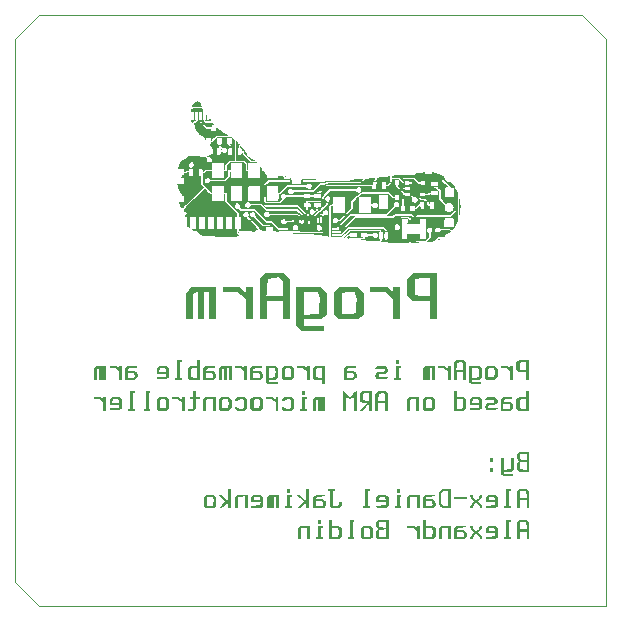
<source format=gbo>
G04 (created by PCBNEW (2013-jul-07)-stable) date Sat 15 Mar 2014 05:33:54 EET*
%MOIN*%
G04 Gerber Fmt 3.4, Leading zero omitted, Abs format*
%FSLAX34Y34*%
G01*
G70*
G90*
G04 APERTURE LIST*
%ADD10C,0.00590551*%
%ADD11C,0.00393701*%
%ADD12C,0.0001*%
%ADD13R,0.067874X0.067874*%
%ADD14C,0.067874*%
%ADD15R,0.0826772X0.0826772*%
%ADD16R,0.0669291X0.0669291*%
%ADD17C,0.0551181*%
%ADD18C,0.0452756*%
G04 APERTURE END LIST*
G54D10*
G54D11*
X7874Y-26771D02*
X8661Y-27559D01*
X8661Y-7874D02*
X7874Y-8661D01*
X26771Y-7874D02*
X27559Y-8661D01*
X26771Y-7874D02*
X8661Y-7874D01*
X27559Y-27559D02*
X27559Y-8661D01*
X8661Y-27559D02*
X27559Y-27559D01*
X7874Y-8661D02*
X7874Y-26771D01*
G54D12*
G36*
X24586Y-25345D02*
X24635Y-25345D01*
X24682Y-25345D01*
X24682Y-25020D01*
X24689Y-24904D01*
X24692Y-24858D01*
X24696Y-24820D01*
X24700Y-24793D01*
X24703Y-24782D01*
X24715Y-24777D01*
X24741Y-24772D01*
X24777Y-24766D01*
X24787Y-24764D01*
X24827Y-24759D01*
X24851Y-24758D01*
X24868Y-24760D01*
X24880Y-24768D01*
X24888Y-24775D01*
X24898Y-24786D01*
X24904Y-24798D01*
X24908Y-24817D01*
X24910Y-24845D01*
X24911Y-24887D01*
X24911Y-24908D01*
X24911Y-25020D01*
X24797Y-25020D01*
X24682Y-25020D01*
X24682Y-25345D01*
X24685Y-25345D01*
X24685Y-25216D01*
X24685Y-25089D01*
X24798Y-25089D01*
X24911Y-25089D01*
X24911Y-25216D01*
X24911Y-25345D01*
X24960Y-25345D01*
X25009Y-25345D01*
X25009Y-25062D01*
X25009Y-24779D01*
X24968Y-24737D01*
X24927Y-24695D01*
X24798Y-24695D01*
X24669Y-24695D01*
X24628Y-24737D01*
X24586Y-24779D01*
X24586Y-25062D01*
X24586Y-25345D01*
X24586Y-25345D01*
X24586Y-25345D01*
G37*
G36*
X24163Y-25345D02*
X24276Y-25345D01*
X24389Y-25345D01*
X24389Y-25310D01*
X24388Y-25287D01*
X24379Y-25277D01*
X24360Y-25275D01*
X24330Y-25275D01*
X24330Y-25020D01*
X24330Y-24764D01*
X24360Y-24764D01*
X24379Y-24762D01*
X24388Y-24752D01*
X24389Y-24729D01*
X24389Y-24695D01*
X24310Y-24695D01*
X24232Y-24695D01*
X24232Y-24985D01*
X24232Y-25275D01*
X24197Y-25275D01*
X24174Y-25277D01*
X24165Y-25285D01*
X24163Y-25307D01*
X24163Y-25310D01*
X24163Y-25345D01*
X24163Y-25345D01*
X24163Y-25345D01*
G37*
G36*
X23021Y-25345D02*
X23070Y-25345D01*
X23120Y-25345D01*
X23120Y-25305D01*
X23122Y-25282D01*
X23129Y-25262D01*
X23146Y-25238D01*
X23171Y-25209D01*
X23196Y-25182D01*
X23216Y-25163D01*
X23227Y-25154D01*
X23228Y-25154D01*
X23237Y-25160D01*
X23257Y-25176D01*
X23284Y-25199D01*
X23289Y-25203D01*
X23317Y-25228D01*
X23334Y-25247D01*
X23342Y-25264D01*
X23345Y-25285D01*
X23345Y-25298D01*
X23346Y-25345D01*
X23395Y-25345D01*
X23444Y-25345D01*
X23444Y-25308D01*
X23443Y-25289D01*
X23436Y-25270D01*
X23422Y-25249D01*
X23398Y-25220D01*
X23375Y-25194D01*
X23305Y-25118D01*
X23375Y-25041D01*
X23407Y-25004D01*
X23428Y-24978D01*
X23439Y-24957D01*
X23444Y-24939D01*
X23444Y-24928D01*
X23444Y-24892D01*
X23395Y-24892D01*
X23346Y-24892D01*
X23346Y-24931D01*
X23344Y-24954D01*
X23336Y-24975D01*
X23319Y-24999D01*
X23295Y-25027D01*
X23271Y-25054D01*
X23252Y-25075D01*
X23243Y-25086D01*
X23242Y-25086D01*
X23234Y-25082D01*
X23216Y-25066D01*
X23190Y-25043D01*
X23180Y-25034D01*
X23150Y-25006D01*
X23132Y-24985D01*
X23123Y-24968D01*
X23120Y-24949D01*
X23120Y-24935D01*
X23120Y-24892D01*
X23070Y-24892D01*
X23021Y-24892D01*
X23021Y-24928D01*
X23023Y-24946D01*
X23030Y-24965D01*
X23045Y-24987D01*
X23069Y-25017D01*
X23091Y-25041D01*
X23161Y-25118D01*
X23091Y-25194D01*
X23059Y-25230D01*
X23038Y-25256D01*
X23027Y-25276D01*
X23022Y-25294D01*
X23021Y-25308D01*
X23021Y-25345D01*
X23021Y-25345D01*
X23021Y-25345D01*
G37*
G36*
X22499Y-25345D02*
X22598Y-25345D01*
X22598Y-25275D01*
X22598Y-25197D01*
X22598Y-25118D01*
X22699Y-25118D01*
X22800Y-25118D01*
X22817Y-25164D01*
X22826Y-25193D01*
X22828Y-25211D01*
X22822Y-25228D01*
X22813Y-25243D01*
X22793Y-25275D01*
X22696Y-25275D01*
X22598Y-25275D01*
X22598Y-25345D01*
X22670Y-25345D01*
X22840Y-25345D01*
X22881Y-25302D01*
X22904Y-25278D01*
X22916Y-25259D01*
X22921Y-25237D01*
X22923Y-25205D01*
X22923Y-25196D01*
X22922Y-25161D01*
X22918Y-25138D01*
X22908Y-25119D01*
X22888Y-25098D01*
X22881Y-25091D01*
X22839Y-25050D01*
X22715Y-25047D01*
X22590Y-25044D01*
X22605Y-25008D01*
X22611Y-24994D01*
X22618Y-24983D01*
X22630Y-24975D01*
X22648Y-24970D01*
X22676Y-24965D01*
X22717Y-24961D01*
X22774Y-24957D01*
X22802Y-24955D01*
X22893Y-24949D01*
X22893Y-24920D01*
X22893Y-24892D01*
X22738Y-24892D01*
X22583Y-24892D01*
X22541Y-24930D01*
X22499Y-24968D01*
X22499Y-25156D01*
X22499Y-25345D01*
X22499Y-25345D01*
X22499Y-25345D01*
G37*
G36*
X21978Y-25345D02*
X22032Y-25345D01*
X22086Y-25345D01*
X22086Y-25158D01*
X22086Y-24972D01*
X22147Y-24966D01*
X22190Y-24962D01*
X22233Y-24957D01*
X22256Y-24954D01*
X22303Y-24949D01*
X22303Y-25147D01*
X22303Y-25345D01*
X22352Y-25345D01*
X22401Y-25345D01*
X22401Y-25118D01*
X22401Y-24892D01*
X22231Y-24892D01*
X22061Y-24892D01*
X22019Y-24934D01*
X21978Y-24976D01*
X21978Y-25160D01*
X21978Y-25345D01*
X21978Y-25345D01*
X21978Y-25345D01*
G37*
G36*
X21456Y-25345D02*
X21555Y-25345D01*
X21555Y-25216D01*
X21555Y-25166D01*
X21555Y-25123D01*
X21555Y-24960D01*
X21655Y-24963D01*
X21756Y-24965D01*
X21771Y-25006D01*
X21778Y-25029D01*
X21781Y-25055D01*
X21782Y-25088D01*
X21779Y-25133D01*
X21777Y-25156D01*
X21768Y-25265D01*
X21703Y-25270D01*
X21666Y-25274D01*
X21635Y-25278D01*
X21619Y-25280D01*
X21595Y-25283D01*
X21578Y-25285D01*
X21567Y-25281D01*
X21560Y-25270D01*
X21556Y-25249D01*
X21555Y-25216D01*
X21555Y-25345D01*
X21626Y-25345D01*
X21797Y-25345D01*
X21838Y-25302D01*
X21879Y-25260D01*
X21879Y-25117D01*
X21879Y-24975D01*
X21837Y-24933D01*
X21795Y-24892D01*
X21675Y-24892D01*
X21555Y-24892D01*
X21555Y-24793D01*
X21555Y-24695D01*
X21505Y-24695D01*
X21456Y-24695D01*
X21456Y-25020D01*
X21456Y-25345D01*
X21456Y-25345D01*
X21456Y-25345D01*
G37*
G36*
X20944Y-24961D02*
X21043Y-24961D01*
X21143Y-24961D01*
X21201Y-25012D01*
X21259Y-25063D01*
X21259Y-25204D01*
X21259Y-25345D01*
X21309Y-25345D01*
X21358Y-25345D01*
X21358Y-25118D01*
X21358Y-24892D01*
X21309Y-24892D01*
X21259Y-24892D01*
X21259Y-24933D01*
X21259Y-24975D01*
X21217Y-24933D01*
X21175Y-24892D01*
X21060Y-24892D01*
X20944Y-24892D01*
X20944Y-24926D01*
X20944Y-24961D01*
X20944Y-24961D01*
X20944Y-24961D01*
G37*
G36*
X19901Y-25272D02*
X19939Y-25308D01*
X19976Y-25345D01*
X20009Y-25345D01*
X20009Y-25263D01*
X20009Y-25148D01*
X20009Y-25032D01*
X20009Y-24939D01*
X20009Y-24857D01*
X20009Y-24776D01*
X20076Y-24769D01*
X20117Y-24765D01*
X20155Y-24761D01*
X20179Y-24758D01*
X20216Y-24752D01*
X20216Y-24857D01*
X20216Y-24962D01*
X20169Y-24957D01*
X20131Y-24952D01*
X20087Y-24947D01*
X20066Y-24945D01*
X20009Y-24939D01*
X20009Y-25032D01*
X20085Y-25026D01*
X20125Y-25023D01*
X20162Y-25021D01*
X20187Y-25020D01*
X20188Y-25020D01*
X20216Y-25020D01*
X20216Y-25153D01*
X20216Y-25287D01*
X20179Y-25282D01*
X20149Y-25278D01*
X20110Y-25273D01*
X20076Y-25270D01*
X20009Y-25263D01*
X20009Y-25345D01*
X20145Y-25345D01*
X20314Y-25345D01*
X20314Y-25020D01*
X20314Y-24695D01*
X20144Y-24695D01*
X19974Y-24695D01*
X19938Y-24732D01*
X19919Y-24752D01*
X19908Y-24769D01*
X19903Y-24790D01*
X19901Y-24820D01*
X19901Y-24843D01*
X19902Y-24880D01*
X19905Y-24905D01*
X19912Y-24923D01*
X19926Y-24941D01*
X19938Y-24953D01*
X19974Y-24990D01*
X19938Y-25027D01*
X19901Y-25065D01*
X19901Y-25168D01*
X19901Y-25272D01*
X19901Y-25272D01*
X19901Y-25272D01*
G37*
G36*
X19379Y-25272D02*
X19417Y-25308D01*
X19454Y-25345D01*
X19488Y-25345D01*
X19488Y-25266D01*
X19488Y-25119D01*
X19488Y-24972D01*
X19530Y-24966D01*
X19567Y-24962D01*
X19608Y-24959D01*
X19619Y-24958D01*
X19666Y-24956D01*
X19684Y-25001D01*
X19691Y-25024D01*
X19696Y-25046D01*
X19697Y-25073D01*
X19695Y-25111D01*
X19691Y-25156D01*
X19682Y-25266D01*
X19585Y-25266D01*
X19488Y-25266D01*
X19488Y-25345D01*
X19582Y-25345D01*
X19710Y-25345D01*
X19751Y-25302D01*
X19793Y-25260D01*
X19793Y-25117D01*
X19793Y-24975D01*
X19751Y-24933D01*
X19709Y-24892D01*
X19580Y-24892D01*
X19452Y-24892D01*
X19416Y-24929D01*
X19379Y-24966D01*
X19379Y-25119D01*
X19379Y-25272D01*
X19379Y-25272D01*
X19379Y-25272D01*
G37*
G36*
X18946Y-25345D02*
X19060Y-25345D01*
X19173Y-25345D01*
X19173Y-25310D01*
X19171Y-25287D01*
X19163Y-25277D01*
X19143Y-25275D01*
X19114Y-25275D01*
X19114Y-25020D01*
X19114Y-24764D01*
X19143Y-24764D01*
X19163Y-24762D01*
X19171Y-24752D01*
X19173Y-24729D01*
X19173Y-24695D01*
X19094Y-24695D01*
X19015Y-24695D01*
X19015Y-24985D01*
X19015Y-25275D01*
X18981Y-25275D01*
X18958Y-25277D01*
X18948Y-25285D01*
X18946Y-25307D01*
X18946Y-25310D01*
X18946Y-25345D01*
X18946Y-25345D01*
X18946Y-25345D01*
G37*
G36*
X18326Y-25345D02*
X18425Y-25345D01*
X18425Y-25216D01*
X18425Y-25166D01*
X18425Y-25123D01*
X18425Y-24960D01*
X18525Y-24963D01*
X18626Y-24965D01*
X18641Y-25006D01*
X18648Y-25029D01*
X18651Y-25055D01*
X18652Y-25088D01*
X18649Y-25133D01*
X18647Y-25156D01*
X18638Y-25265D01*
X18573Y-25270D01*
X18537Y-25274D01*
X18506Y-25278D01*
X18489Y-25280D01*
X18465Y-25283D01*
X18448Y-25285D01*
X18437Y-25281D01*
X18430Y-25270D01*
X18426Y-25249D01*
X18425Y-25216D01*
X18425Y-25345D01*
X18496Y-25345D01*
X18667Y-25345D01*
X18708Y-25302D01*
X18749Y-25260D01*
X18749Y-25117D01*
X18749Y-24975D01*
X18707Y-24933D01*
X18665Y-24892D01*
X18545Y-24892D01*
X18425Y-24892D01*
X18425Y-24793D01*
X18425Y-24695D01*
X18375Y-24695D01*
X18326Y-24695D01*
X18326Y-25020D01*
X18326Y-25345D01*
X18326Y-25345D01*
X18326Y-25345D01*
G37*
G36*
X17903Y-25345D02*
X18016Y-25345D01*
X18129Y-25345D01*
X18129Y-25310D01*
X18128Y-25287D01*
X18119Y-25277D01*
X18100Y-25275D01*
X18070Y-25275D01*
X18070Y-25118D01*
X18070Y-24961D01*
X18100Y-24961D01*
X18120Y-24959D01*
X18128Y-24949D01*
X18129Y-24926D01*
X18129Y-24892D01*
X18051Y-24892D01*
X17972Y-24892D01*
X17972Y-25084D01*
X17972Y-25275D01*
X17937Y-25275D01*
X17914Y-25277D01*
X17905Y-25285D01*
X17903Y-25307D01*
X17903Y-25310D01*
X17903Y-25345D01*
X17903Y-25345D01*
X17903Y-25345D01*
G37*
G36*
X17283Y-25345D02*
X17337Y-25345D01*
X17391Y-25345D01*
X17391Y-25158D01*
X17391Y-24972D01*
X17453Y-24966D01*
X17495Y-24962D01*
X17538Y-24957D01*
X17561Y-24954D01*
X17608Y-24949D01*
X17608Y-25147D01*
X17608Y-25345D01*
X17657Y-25345D01*
X17706Y-25345D01*
X17706Y-25118D01*
X17706Y-24892D01*
X17536Y-24892D01*
X17366Y-24892D01*
X17324Y-24934D01*
X17283Y-24976D01*
X17283Y-25160D01*
X17283Y-25345D01*
X17283Y-25345D01*
X17283Y-25345D01*
G37*
G36*
X23553Y-25275D02*
X23555Y-25290D01*
X23562Y-25309D01*
X23572Y-25335D01*
X23722Y-25335D01*
X23873Y-25335D01*
X23920Y-25303D01*
X23966Y-25271D01*
X23966Y-25117D01*
X23966Y-24963D01*
X23923Y-24927D01*
X23879Y-24892D01*
X23752Y-24892D01*
X23626Y-24892D01*
X23589Y-24929D01*
X23553Y-24966D01*
X23553Y-25057D01*
X23553Y-25148D01*
X23640Y-25148D01*
X23640Y-25079D01*
X23647Y-25032D01*
X23653Y-25002D01*
X23663Y-24980D01*
X23667Y-24974D01*
X23684Y-24968D01*
X23713Y-24961D01*
X23750Y-24956D01*
X23751Y-24956D01*
X23788Y-24953D01*
X23812Y-24954D01*
X23828Y-24959D01*
X23842Y-24969D01*
X23844Y-24971D01*
X23861Y-24994D01*
X23867Y-25024D01*
X23867Y-25036D01*
X23867Y-25079D01*
X23754Y-25079D01*
X23640Y-25079D01*
X23640Y-25148D01*
X23711Y-25148D01*
X23870Y-25148D01*
X23863Y-25194D01*
X23858Y-25223D01*
X23853Y-25244D01*
X23851Y-25249D01*
X23840Y-25251D01*
X23813Y-25253D01*
X23774Y-25255D01*
X23725Y-25256D01*
X23700Y-25256D01*
X23641Y-25256D01*
X23599Y-25257D01*
X23572Y-25260D01*
X23558Y-25266D01*
X23553Y-25275D01*
X23553Y-25275D01*
X23553Y-25275D01*
G37*
G36*
X17972Y-24823D02*
X18021Y-24823D01*
X18070Y-24823D01*
X18070Y-24759D01*
X18070Y-24695D01*
X18021Y-24695D01*
X17972Y-24695D01*
X17972Y-24759D01*
X17972Y-24823D01*
X17972Y-24823D01*
X17972Y-24823D01*
G37*
G36*
X24586Y-24311D02*
X24635Y-24311D01*
X24682Y-24311D01*
X24682Y-23986D01*
X24689Y-23871D01*
X24692Y-23825D01*
X24696Y-23786D01*
X24700Y-23759D01*
X24703Y-23748D01*
X24715Y-23744D01*
X24741Y-23738D01*
X24777Y-23732D01*
X24787Y-23731D01*
X24827Y-23726D01*
X24851Y-23724D01*
X24868Y-23727D01*
X24880Y-23734D01*
X24888Y-23742D01*
X24898Y-23752D01*
X24904Y-23765D01*
X24908Y-23783D01*
X24910Y-23811D01*
X24911Y-23854D01*
X24911Y-23875D01*
X24911Y-23986D01*
X24797Y-23986D01*
X24682Y-23986D01*
X24682Y-24311D01*
X24685Y-24311D01*
X24685Y-24183D01*
X24685Y-24055D01*
X24798Y-24055D01*
X24911Y-24055D01*
X24911Y-24183D01*
X24911Y-24311D01*
X24960Y-24311D01*
X25009Y-24311D01*
X25009Y-24028D01*
X25009Y-23746D01*
X24968Y-23703D01*
X24927Y-23661D01*
X24798Y-23661D01*
X24669Y-23661D01*
X24628Y-23703D01*
X24586Y-23746D01*
X24586Y-24028D01*
X24586Y-24311D01*
X24586Y-24311D01*
X24586Y-24311D01*
G37*
G36*
X24163Y-24311D02*
X24276Y-24311D01*
X24389Y-24311D01*
X24389Y-24277D01*
X24388Y-24253D01*
X24379Y-24244D01*
X24360Y-24242D01*
X24330Y-24242D01*
X24330Y-23986D01*
X24330Y-23730D01*
X24360Y-23730D01*
X24379Y-23728D01*
X24388Y-23718D01*
X24389Y-23696D01*
X24389Y-23661D01*
X24310Y-23661D01*
X24232Y-23661D01*
X24232Y-23952D01*
X24232Y-24242D01*
X24197Y-24242D01*
X24174Y-24243D01*
X24165Y-24252D01*
X24163Y-24274D01*
X24163Y-24277D01*
X24163Y-24311D01*
X24163Y-24311D01*
X24163Y-24311D01*
G37*
G36*
X23021Y-24311D02*
X23070Y-24311D01*
X23120Y-24311D01*
X23120Y-24272D01*
X23122Y-24249D01*
X23129Y-24228D01*
X23146Y-24204D01*
X23171Y-24176D01*
X23196Y-24149D01*
X23216Y-24129D01*
X23227Y-24120D01*
X23228Y-24120D01*
X23237Y-24127D01*
X23257Y-24143D01*
X23284Y-24165D01*
X23289Y-24169D01*
X23317Y-24195D01*
X23334Y-24214D01*
X23342Y-24231D01*
X23345Y-24252D01*
X23345Y-24264D01*
X23346Y-24311D01*
X23395Y-24311D01*
X23444Y-24311D01*
X23444Y-24274D01*
X23443Y-24255D01*
X23436Y-24237D01*
X23422Y-24215D01*
X23398Y-24187D01*
X23375Y-24161D01*
X23305Y-24085D01*
X23375Y-24007D01*
X23407Y-23971D01*
X23428Y-23944D01*
X23439Y-23924D01*
X23444Y-23906D01*
X23444Y-23894D01*
X23444Y-23858D01*
X23395Y-23858D01*
X23346Y-23858D01*
X23346Y-23897D01*
X23344Y-23920D01*
X23336Y-23941D01*
X23319Y-23966D01*
X23295Y-23993D01*
X23271Y-24021D01*
X23252Y-24041D01*
X23243Y-24052D01*
X23242Y-24053D01*
X23234Y-24048D01*
X23216Y-24033D01*
X23190Y-24010D01*
X23180Y-24000D01*
X23150Y-23972D01*
X23132Y-23952D01*
X23123Y-23934D01*
X23120Y-23915D01*
X23120Y-23902D01*
X23120Y-23858D01*
X23070Y-23858D01*
X23021Y-23858D01*
X23021Y-23894D01*
X23023Y-23913D01*
X23030Y-23931D01*
X23045Y-23954D01*
X23069Y-23983D01*
X23091Y-24007D01*
X23161Y-24085D01*
X23091Y-24161D01*
X23059Y-24197D01*
X23038Y-24223D01*
X23027Y-24243D01*
X23022Y-24261D01*
X23021Y-24274D01*
X23021Y-24311D01*
X23021Y-24311D01*
X23021Y-24311D01*
G37*
G36*
X21978Y-24179D02*
X22044Y-24245D01*
X22076Y-24276D01*
X22076Y-24169D01*
X22076Y-23987D01*
X22076Y-23805D01*
X22113Y-23767D01*
X22132Y-23749D01*
X22148Y-23738D01*
X22167Y-23732D01*
X22195Y-23730D01*
X22226Y-23730D01*
X22303Y-23730D01*
X22303Y-23986D01*
X22303Y-24242D01*
X22227Y-24242D01*
X22188Y-24242D01*
X22163Y-24239D01*
X22145Y-24232D01*
X22128Y-24219D01*
X22114Y-24206D01*
X22076Y-24169D01*
X22076Y-24276D01*
X22111Y-24311D01*
X22256Y-24311D01*
X22401Y-24311D01*
X22401Y-23986D01*
X22401Y-23661D01*
X22256Y-23661D01*
X22110Y-23661D01*
X22044Y-23728D01*
X21978Y-23795D01*
X21978Y-23987D01*
X21978Y-24179D01*
X21978Y-24179D01*
X21978Y-24179D01*
G37*
G36*
X21456Y-24311D02*
X21555Y-24311D01*
X21555Y-24242D01*
X21555Y-24163D01*
X21555Y-24085D01*
X21656Y-24085D01*
X21757Y-24085D01*
X21773Y-24131D01*
X21783Y-24159D01*
X21785Y-24178D01*
X21779Y-24194D01*
X21770Y-24210D01*
X21750Y-24242D01*
X21652Y-24242D01*
X21555Y-24242D01*
X21555Y-24311D01*
X21626Y-24311D01*
X21797Y-24311D01*
X21838Y-24269D01*
X21860Y-24245D01*
X21873Y-24226D01*
X21878Y-24204D01*
X21879Y-24172D01*
X21879Y-24163D01*
X21879Y-24127D01*
X21875Y-24104D01*
X21864Y-24086D01*
X21845Y-24064D01*
X21837Y-24057D01*
X21796Y-24016D01*
X21671Y-24013D01*
X21547Y-24011D01*
X21561Y-23975D01*
X21568Y-23960D01*
X21575Y-23950D01*
X21586Y-23942D01*
X21605Y-23936D01*
X21633Y-23932D01*
X21674Y-23928D01*
X21731Y-23923D01*
X21759Y-23921D01*
X21850Y-23915D01*
X21850Y-23887D01*
X21850Y-23858D01*
X21695Y-23859D01*
X21540Y-23859D01*
X21498Y-23897D01*
X21456Y-23935D01*
X21456Y-24123D01*
X21456Y-24311D01*
X21456Y-24311D01*
X21456Y-24311D01*
G37*
G36*
X20935Y-24311D02*
X20989Y-24311D01*
X21043Y-24311D01*
X21043Y-24125D01*
X21043Y-23939D01*
X21104Y-23933D01*
X21147Y-23928D01*
X21190Y-23923D01*
X21213Y-23921D01*
X21259Y-23915D01*
X21259Y-24113D01*
X21259Y-24311D01*
X21309Y-24311D01*
X21358Y-24311D01*
X21358Y-24085D01*
X21358Y-23858D01*
X21188Y-23858D01*
X21017Y-23858D01*
X20976Y-23900D01*
X20935Y-23943D01*
X20935Y-24127D01*
X20935Y-24311D01*
X20935Y-24311D01*
X20935Y-24311D01*
G37*
G36*
X20511Y-24311D02*
X20624Y-24311D01*
X20738Y-24311D01*
X20738Y-24277D01*
X20736Y-24253D01*
X20728Y-24244D01*
X20708Y-24242D01*
X20679Y-24242D01*
X20679Y-24085D01*
X20679Y-23927D01*
X20708Y-23927D01*
X20728Y-23925D01*
X20736Y-23915D01*
X20738Y-23893D01*
X20738Y-23858D01*
X20659Y-23858D01*
X20580Y-23858D01*
X20580Y-24050D01*
X20580Y-24242D01*
X20546Y-24242D01*
X20523Y-24243D01*
X20513Y-24252D01*
X20511Y-24274D01*
X20511Y-24277D01*
X20511Y-24311D01*
X20511Y-24311D01*
X20511Y-24311D01*
G37*
G36*
X19468Y-24311D02*
X19581Y-24311D01*
X19694Y-24311D01*
X19694Y-24277D01*
X19693Y-24253D01*
X19684Y-24244D01*
X19665Y-24242D01*
X19635Y-24242D01*
X19635Y-23986D01*
X19635Y-23730D01*
X19665Y-23730D01*
X19685Y-23728D01*
X19693Y-23718D01*
X19694Y-23696D01*
X19694Y-23661D01*
X19616Y-23661D01*
X19537Y-23661D01*
X19537Y-23952D01*
X19537Y-24242D01*
X19502Y-24242D01*
X19479Y-24243D01*
X19470Y-24252D01*
X19468Y-24274D01*
X19468Y-24277D01*
X19468Y-24311D01*
X19468Y-24311D01*
X19468Y-24311D01*
G37*
G36*
X18297Y-23696D02*
X18298Y-23719D01*
X18307Y-23729D01*
X18326Y-23730D01*
X18356Y-23730D01*
X18356Y-23979D01*
X18356Y-24228D01*
X18398Y-24269D01*
X18440Y-24311D01*
X18553Y-24311D01*
X18667Y-24311D01*
X18708Y-24269D01*
X18731Y-24243D01*
X18744Y-24223D01*
X18749Y-24200D01*
X18749Y-24170D01*
X18749Y-24114D01*
X18706Y-24114D01*
X18662Y-24114D01*
X18647Y-24167D01*
X18638Y-24198D01*
X18633Y-24222D01*
X18631Y-24231D01*
X18628Y-24242D01*
X18615Y-24247D01*
X18590Y-24247D01*
X18549Y-24242D01*
X18539Y-24241D01*
X18464Y-24230D01*
X18464Y-23980D01*
X18464Y-23730D01*
X18493Y-23730D01*
X18514Y-23728D01*
X18522Y-23718D01*
X18523Y-23696D01*
X18523Y-23661D01*
X18410Y-23661D01*
X18297Y-23661D01*
X18297Y-23696D01*
X18297Y-23696D01*
X18297Y-23696D01*
G37*
G36*
X17805Y-24311D02*
X17903Y-24311D01*
X17903Y-24242D01*
X17903Y-24163D01*
X17903Y-24085D01*
X18004Y-24085D01*
X18105Y-24085D01*
X18122Y-24131D01*
X18131Y-24159D01*
X18133Y-24178D01*
X18127Y-24194D01*
X18118Y-24210D01*
X18098Y-24242D01*
X18001Y-24242D01*
X17903Y-24242D01*
X17903Y-24311D01*
X17975Y-24311D01*
X18145Y-24311D01*
X18186Y-24269D01*
X18209Y-24245D01*
X18221Y-24226D01*
X18227Y-24204D01*
X18228Y-24172D01*
X18228Y-24163D01*
X18227Y-24127D01*
X18223Y-24104D01*
X18213Y-24086D01*
X18193Y-24064D01*
X18186Y-24057D01*
X18144Y-24016D01*
X18020Y-24013D01*
X17895Y-24011D01*
X17910Y-23975D01*
X17916Y-23960D01*
X17923Y-23950D01*
X17935Y-23942D01*
X17953Y-23936D01*
X17981Y-23932D01*
X18022Y-23928D01*
X18079Y-23923D01*
X18107Y-23921D01*
X18198Y-23915D01*
X18198Y-23887D01*
X18198Y-23858D01*
X18043Y-23859D01*
X17888Y-23859D01*
X17847Y-23897D01*
X17805Y-23935D01*
X17805Y-24123D01*
X17805Y-24311D01*
X17805Y-24311D01*
X17805Y-24311D01*
G37*
G36*
X17271Y-24311D02*
X17314Y-24311D01*
X17331Y-24310D01*
X17345Y-24307D01*
X17361Y-24299D01*
X17380Y-24285D01*
X17406Y-24261D01*
X17441Y-24227D01*
X17462Y-24205D01*
X17568Y-24100D01*
X17568Y-24205D01*
X17568Y-24311D01*
X17618Y-24311D01*
X17667Y-24311D01*
X17667Y-23986D01*
X17667Y-23661D01*
X17618Y-23661D01*
X17568Y-23661D01*
X17568Y-23866D01*
X17568Y-24070D01*
X17462Y-23964D01*
X17422Y-23923D01*
X17391Y-23895D01*
X17370Y-23876D01*
X17353Y-23865D01*
X17338Y-23860D01*
X17322Y-23858D01*
X17314Y-23858D01*
X17271Y-23858D01*
X17376Y-23972D01*
X17482Y-24085D01*
X17376Y-24198D01*
X17271Y-24311D01*
X17271Y-24311D01*
X17271Y-24311D01*
G37*
G36*
X16860Y-24311D02*
X16973Y-24311D01*
X17086Y-24311D01*
X17086Y-24277D01*
X17084Y-24253D01*
X17076Y-24244D01*
X17057Y-24242D01*
X17027Y-24242D01*
X17027Y-24085D01*
X17027Y-23927D01*
X17057Y-23927D01*
X17076Y-23925D01*
X17085Y-23915D01*
X17086Y-23893D01*
X17086Y-23858D01*
X17007Y-23858D01*
X16928Y-23858D01*
X16928Y-24050D01*
X16928Y-24242D01*
X16894Y-24242D01*
X16871Y-24243D01*
X16862Y-24252D01*
X16860Y-24274D01*
X16860Y-24277D01*
X16860Y-24311D01*
X16860Y-24311D01*
X16860Y-24311D01*
G37*
G36*
X16249Y-24311D02*
X16299Y-24311D01*
X16348Y-24311D01*
X16348Y-24135D01*
X16348Y-23959D01*
X16372Y-23943D01*
X16391Y-23932D01*
X16402Y-23927D01*
X16403Y-23936D01*
X16405Y-23962D01*
X16406Y-24002D01*
X16407Y-24053D01*
X16407Y-24111D01*
X16407Y-24119D01*
X16407Y-24311D01*
X16456Y-24311D01*
X16505Y-24311D01*
X16505Y-24119D01*
X16505Y-23927D01*
X16535Y-23927D01*
X16564Y-23927D01*
X16564Y-24119D01*
X16564Y-24311D01*
X16614Y-24311D01*
X16663Y-24311D01*
X16663Y-24085D01*
X16663Y-23858D01*
X16498Y-23858D01*
X16332Y-23858D01*
X16291Y-23900D01*
X16249Y-23943D01*
X16249Y-24127D01*
X16249Y-24311D01*
X16249Y-24311D01*
X16249Y-24311D01*
G37*
G36*
X15196Y-24311D02*
X15250Y-24311D01*
X15304Y-24311D01*
X15304Y-24125D01*
X15304Y-23939D01*
X15366Y-23933D01*
X15409Y-23928D01*
X15452Y-23923D01*
X15474Y-23921D01*
X15521Y-23915D01*
X15521Y-24113D01*
X15521Y-24311D01*
X15570Y-24311D01*
X15620Y-24311D01*
X15620Y-24085D01*
X15620Y-23858D01*
X15449Y-23858D01*
X15279Y-23858D01*
X15238Y-23900D01*
X15196Y-23943D01*
X15196Y-24127D01*
X15196Y-24311D01*
X15196Y-24311D01*
X15196Y-24311D01*
G37*
G36*
X14663Y-24311D02*
X14705Y-24311D01*
X14722Y-24310D01*
X14737Y-24307D01*
X14753Y-24299D01*
X14772Y-24285D01*
X14797Y-24261D01*
X14833Y-24227D01*
X14854Y-24205D01*
X14960Y-24100D01*
X14960Y-24205D01*
X14960Y-24311D01*
X15009Y-24311D01*
X15059Y-24311D01*
X15059Y-23986D01*
X15059Y-23661D01*
X15009Y-23661D01*
X14960Y-23661D01*
X14960Y-23866D01*
X14960Y-24070D01*
X14854Y-23964D01*
X14813Y-23923D01*
X14783Y-23895D01*
X14761Y-23876D01*
X14744Y-23865D01*
X14730Y-23860D01*
X14714Y-23858D01*
X14705Y-23858D01*
X14663Y-23858D01*
X14768Y-23972D01*
X14874Y-24085D01*
X14768Y-24198D01*
X14663Y-24311D01*
X14663Y-24311D01*
X14663Y-24311D01*
G37*
G36*
X14163Y-24238D02*
X14200Y-24274D01*
X14238Y-24311D01*
X14271Y-24311D01*
X14271Y-24232D01*
X14271Y-24085D01*
X14271Y-23938D01*
X14313Y-23933D01*
X14350Y-23928D01*
X14392Y-23925D01*
X14402Y-23925D01*
X14450Y-23922D01*
X14467Y-23967D01*
X14475Y-23990D01*
X14479Y-24013D01*
X14480Y-24040D01*
X14479Y-24077D01*
X14475Y-24122D01*
X14465Y-24232D01*
X14368Y-24232D01*
X14271Y-24232D01*
X14271Y-24311D01*
X14366Y-24311D01*
X14493Y-24311D01*
X14535Y-24269D01*
X14576Y-24227D01*
X14576Y-24084D01*
X14576Y-23941D01*
X14534Y-23899D01*
X14492Y-23858D01*
X14364Y-23858D01*
X14236Y-23858D01*
X14199Y-23896D01*
X14163Y-23933D01*
X14163Y-24085D01*
X14163Y-24238D01*
X14163Y-24238D01*
X14163Y-24238D01*
G37*
G36*
X23553Y-24242D02*
X23555Y-24256D01*
X23562Y-24276D01*
X23572Y-24301D01*
X23722Y-24301D01*
X23873Y-24301D01*
X23920Y-24269D01*
X23966Y-24237D01*
X23966Y-24083D01*
X23966Y-23930D01*
X23923Y-23894D01*
X23879Y-23858D01*
X23752Y-23858D01*
X23626Y-23858D01*
X23589Y-23896D01*
X23553Y-23933D01*
X23553Y-24023D01*
X23553Y-24114D01*
X23640Y-24114D01*
X23640Y-24045D01*
X23647Y-23998D01*
X23653Y-23968D01*
X23663Y-23946D01*
X23667Y-23941D01*
X23684Y-23934D01*
X23713Y-23928D01*
X23750Y-23923D01*
X23751Y-23923D01*
X23788Y-23920D01*
X23812Y-23920D01*
X23828Y-23925D01*
X23842Y-23936D01*
X23844Y-23938D01*
X23861Y-23961D01*
X23867Y-23991D01*
X23867Y-24003D01*
X23867Y-24045D01*
X23754Y-24045D01*
X23640Y-24045D01*
X23640Y-24114D01*
X23711Y-24114D01*
X23870Y-24114D01*
X23863Y-24161D01*
X23858Y-24190D01*
X23853Y-24210D01*
X23851Y-24215D01*
X23840Y-24217D01*
X23813Y-24220D01*
X23774Y-24221D01*
X23725Y-24222D01*
X23700Y-24223D01*
X23641Y-24223D01*
X23599Y-24224D01*
X23572Y-24226D01*
X23558Y-24232D01*
X23553Y-24242D01*
X23553Y-24242D01*
X23553Y-24242D01*
G37*
G36*
X19901Y-24242D02*
X19904Y-24256D01*
X19911Y-24276D01*
X19920Y-24301D01*
X20071Y-24301D01*
X20222Y-24301D01*
X20268Y-24269D01*
X20314Y-24237D01*
X20314Y-24083D01*
X20314Y-23930D01*
X20271Y-23894D01*
X20228Y-23858D01*
X20101Y-23858D01*
X19974Y-23858D01*
X19938Y-23896D01*
X19901Y-23933D01*
X19901Y-24023D01*
X19901Y-24114D01*
X19988Y-24114D01*
X19988Y-24045D01*
X19995Y-23998D01*
X20002Y-23968D01*
X20011Y-23946D01*
X20016Y-23941D01*
X20032Y-23934D01*
X20061Y-23928D01*
X20098Y-23923D01*
X20099Y-23923D01*
X20137Y-23920D01*
X20160Y-23920D01*
X20176Y-23925D01*
X20190Y-23936D01*
X20192Y-23938D01*
X20209Y-23961D01*
X20216Y-23991D01*
X20216Y-24003D01*
X20216Y-24045D01*
X20102Y-24045D01*
X19988Y-24045D01*
X19988Y-24114D01*
X20060Y-24114D01*
X20218Y-24114D01*
X20211Y-24161D01*
X20206Y-24190D01*
X20202Y-24210D01*
X20200Y-24215D01*
X20189Y-24217D01*
X20162Y-24220D01*
X20122Y-24221D01*
X20073Y-24222D01*
X20048Y-24223D01*
X19989Y-24223D01*
X19948Y-24224D01*
X19921Y-24226D01*
X19906Y-24232D01*
X19901Y-24242D01*
X19901Y-24242D01*
X19901Y-24242D01*
G37*
G36*
X15728Y-24242D02*
X15730Y-24256D01*
X15737Y-24276D01*
X15747Y-24301D01*
X15898Y-24301D01*
X16049Y-24301D01*
X16095Y-24269D01*
X16141Y-24237D01*
X16141Y-24083D01*
X16141Y-23930D01*
X16098Y-23894D01*
X16054Y-23858D01*
X15928Y-23858D01*
X15801Y-23858D01*
X15764Y-23896D01*
X15728Y-23933D01*
X15728Y-24023D01*
X15728Y-24114D01*
X15815Y-24114D01*
X15815Y-24045D01*
X15822Y-23998D01*
X15829Y-23968D01*
X15838Y-23946D01*
X15842Y-23941D01*
X15859Y-23934D01*
X15888Y-23928D01*
X15925Y-23923D01*
X15926Y-23923D01*
X15963Y-23920D01*
X15987Y-23920D01*
X16003Y-23925D01*
X16017Y-23936D01*
X16019Y-23938D01*
X16036Y-23961D01*
X16042Y-23991D01*
X16043Y-24003D01*
X16043Y-24045D01*
X15929Y-24045D01*
X15815Y-24045D01*
X15815Y-24114D01*
X15886Y-24114D01*
X16045Y-24114D01*
X16038Y-24161D01*
X16033Y-24190D01*
X16028Y-24210D01*
X16026Y-24215D01*
X16016Y-24217D01*
X15989Y-24220D01*
X15949Y-24221D01*
X15900Y-24222D01*
X15875Y-24223D01*
X15816Y-24223D01*
X15774Y-24224D01*
X15747Y-24226D01*
X15733Y-24232D01*
X15728Y-24242D01*
X15728Y-24242D01*
X15728Y-24242D01*
G37*
G36*
X22499Y-24016D02*
X22711Y-24016D01*
X22923Y-24016D01*
X22923Y-23981D01*
X22923Y-23947D01*
X22711Y-23947D01*
X22499Y-23947D01*
X22499Y-23981D01*
X22499Y-24016D01*
X22499Y-24016D01*
X22499Y-24016D01*
G37*
G36*
X20580Y-23789D02*
X20629Y-23789D01*
X20679Y-23789D01*
X20679Y-23725D01*
X20679Y-23661D01*
X20629Y-23661D01*
X20580Y-23661D01*
X20580Y-23725D01*
X20580Y-23789D01*
X20580Y-23789D01*
X20580Y-23789D01*
G37*
G36*
X16928Y-23789D02*
X16978Y-23789D01*
X17027Y-23789D01*
X17027Y-23725D01*
X17027Y-23661D01*
X16978Y-23661D01*
X16928Y-23661D01*
X16928Y-23725D01*
X16928Y-23789D01*
X16928Y-23789D01*
X16928Y-23789D01*
G37*
G36*
X24064Y-23175D02*
X24108Y-23211D01*
X24152Y-23248D01*
X24300Y-23248D01*
X24448Y-23248D01*
X24448Y-23214D01*
X24448Y-23179D01*
X24316Y-23179D01*
X24184Y-23179D01*
X24169Y-23135D01*
X24154Y-23090D01*
X24280Y-23090D01*
X24405Y-23090D01*
X24446Y-23048D01*
X24488Y-23006D01*
X24488Y-22822D01*
X24488Y-22638D01*
X24434Y-22638D01*
X24379Y-22638D01*
X24379Y-22824D01*
X24379Y-23010D01*
X24308Y-23016D01*
X24266Y-23020D01*
X24227Y-23024D01*
X24200Y-23028D01*
X24163Y-23033D01*
X24163Y-22835D01*
X24163Y-22638D01*
X24114Y-22638D01*
X24064Y-22638D01*
X24064Y-22906D01*
X24064Y-23175D01*
X24064Y-23175D01*
X24064Y-23175D01*
G37*
G36*
X24596Y-23017D02*
X24633Y-23054D01*
X24671Y-23090D01*
X24704Y-23090D01*
X24704Y-23010D01*
X24704Y-22894D01*
X24704Y-22778D01*
X24704Y-22685D01*
X24704Y-22603D01*
X24704Y-22522D01*
X24771Y-22516D01*
X24811Y-22511D01*
X24850Y-22507D01*
X24874Y-22504D01*
X24911Y-22498D01*
X24911Y-22603D01*
X24911Y-22708D01*
X24864Y-22703D01*
X24826Y-22698D01*
X24782Y-22693D01*
X24761Y-22691D01*
X24704Y-22685D01*
X24704Y-22778D01*
X24780Y-22772D01*
X24820Y-22769D01*
X24857Y-22766D01*
X24881Y-22766D01*
X24883Y-22766D01*
X24911Y-22766D01*
X24911Y-22899D01*
X24911Y-23033D01*
X24874Y-23028D01*
X24844Y-23024D01*
X24805Y-23019D01*
X24771Y-23016D01*
X24704Y-23010D01*
X24704Y-23090D01*
X24840Y-23090D01*
X25009Y-23090D01*
X25009Y-22766D01*
X25009Y-22441D01*
X24839Y-22441D01*
X24669Y-22441D01*
X24633Y-22478D01*
X24614Y-22498D01*
X24603Y-22516D01*
X24598Y-22536D01*
X24596Y-22566D01*
X24596Y-22588D01*
X24597Y-22627D01*
X24599Y-22651D01*
X24607Y-22669D01*
X24621Y-22687D01*
X24633Y-22699D01*
X24669Y-22736D01*
X24633Y-22774D01*
X24596Y-22811D01*
X24596Y-22914D01*
X24596Y-23017D01*
X24596Y-23017D01*
X24596Y-23017D01*
G37*
G36*
X23700Y-23090D02*
X23749Y-23090D01*
X23799Y-23090D01*
X23799Y-23027D01*
X23799Y-22963D01*
X23749Y-22963D01*
X23700Y-22963D01*
X23700Y-23027D01*
X23700Y-23090D01*
X23700Y-23090D01*
X23700Y-23090D01*
G37*
G36*
X23700Y-22766D02*
X23749Y-22766D01*
X23799Y-22766D01*
X23799Y-22702D01*
X23799Y-22638D01*
X23749Y-22638D01*
X23700Y-22638D01*
X23700Y-22702D01*
X23700Y-22766D01*
X23700Y-22766D01*
X23700Y-22766D01*
G37*
G36*
X24576Y-20990D02*
X24614Y-21026D01*
X24651Y-21063D01*
X24685Y-21063D01*
X24685Y-20983D01*
X24685Y-20837D01*
X24685Y-20690D01*
X24741Y-20684D01*
X24783Y-20680D01*
X24826Y-20675D01*
X24845Y-20673D01*
X24891Y-20667D01*
X24891Y-20837D01*
X24891Y-21005D01*
X24854Y-21000D01*
X24825Y-20997D01*
X24785Y-20992D01*
X24751Y-20989D01*
X24685Y-20983D01*
X24685Y-21063D01*
X24820Y-21063D01*
X24990Y-21063D01*
X24990Y-20738D01*
X24990Y-20413D01*
X24941Y-20413D01*
X24891Y-20413D01*
X24891Y-20512D01*
X24891Y-20610D01*
X24770Y-20610D01*
X24649Y-20610D01*
X24613Y-20648D01*
X24576Y-20685D01*
X24576Y-20837D01*
X24576Y-20990D01*
X24576Y-20990D01*
X24576Y-20990D01*
G37*
G36*
X24045Y-21063D02*
X24143Y-21063D01*
X24143Y-20994D01*
X24143Y-20915D01*
X24143Y-20837D01*
X24244Y-20837D01*
X24345Y-20837D01*
X24362Y-20883D01*
X24371Y-20911D01*
X24373Y-20930D01*
X24367Y-20946D01*
X24359Y-20962D01*
X24338Y-20994D01*
X24241Y-20994D01*
X24143Y-20994D01*
X24143Y-21063D01*
X24215Y-21063D01*
X24385Y-21063D01*
X24427Y-21021D01*
X24449Y-20997D01*
X24462Y-20978D01*
X24467Y-20956D01*
X24468Y-20924D01*
X24468Y-20915D01*
X24467Y-20879D01*
X24463Y-20856D01*
X24453Y-20838D01*
X24433Y-20816D01*
X24426Y-20809D01*
X24384Y-20768D01*
X24260Y-20765D01*
X24136Y-20763D01*
X24150Y-20727D01*
X24156Y-20712D01*
X24164Y-20702D01*
X24175Y-20694D01*
X24193Y-20688D01*
X24222Y-20684D01*
X24263Y-20679D01*
X24319Y-20675D01*
X24347Y-20673D01*
X24439Y-20667D01*
X24439Y-20639D01*
X24439Y-20610D01*
X24284Y-20611D01*
X24129Y-20611D01*
X24087Y-20649D01*
X24045Y-20687D01*
X24045Y-20875D01*
X24045Y-21063D01*
X24045Y-21063D01*
X24045Y-21063D01*
G37*
G36*
X22480Y-21063D02*
X22578Y-21063D01*
X22578Y-20934D01*
X22578Y-20885D01*
X22578Y-20841D01*
X22578Y-20678D01*
X22679Y-20681D01*
X22779Y-20684D01*
X22795Y-20725D01*
X22802Y-20748D01*
X22805Y-20773D01*
X22805Y-20806D01*
X22803Y-20852D01*
X22801Y-20874D01*
X22792Y-20983D01*
X22727Y-20989D01*
X22690Y-20992D01*
X22659Y-20996D01*
X22642Y-20998D01*
X22619Y-21002D01*
X22602Y-21003D01*
X22590Y-21000D01*
X22583Y-20989D01*
X22580Y-20968D01*
X22578Y-20934D01*
X22578Y-21063D01*
X22650Y-21063D01*
X22820Y-21063D01*
X22862Y-21021D01*
X22903Y-20979D01*
X22903Y-20836D01*
X22903Y-20693D01*
X22861Y-20651D01*
X22819Y-20610D01*
X22698Y-20610D01*
X22578Y-20610D01*
X22578Y-20512D01*
X22578Y-20413D01*
X22529Y-20413D01*
X22480Y-20413D01*
X22480Y-20738D01*
X22480Y-21063D01*
X22480Y-21063D01*
X22480Y-21063D01*
G37*
G36*
X21446Y-20990D02*
X21484Y-21026D01*
X21521Y-21063D01*
X21555Y-21063D01*
X21555Y-20984D01*
X21555Y-20837D01*
X21555Y-20690D01*
X21597Y-20685D01*
X21634Y-20680D01*
X21675Y-20677D01*
X21686Y-20677D01*
X21733Y-20674D01*
X21751Y-20719D01*
X21758Y-20742D01*
X21763Y-20765D01*
X21764Y-20792D01*
X21762Y-20829D01*
X21758Y-20874D01*
X21749Y-20984D01*
X21652Y-20984D01*
X21555Y-20984D01*
X21555Y-21063D01*
X21649Y-21063D01*
X21777Y-21063D01*
X21818Y-21021D01*
X21860Y-20979D01*
X21860Y-20836D01*
X21860Y-20693D01*
X21818Y-20651D01*
X21775Y-20610D01*
X21647Y-20610D01*
X21519Y-20610D01*
X21483Y-20648D01*
X21446Y-20685D01*
X21446Y-20837D01*
X21446Y-20990D01*
X21446Y-20990D01*
X21446Y-20990D01*
G37*
G36*
X20915Y-21063D02*
X20969Y-21063D01*
X21023Y-21063D01*
X21023Y-20877D01*
X21023Y-20691D01*
X21085Y-20685D01*
X21127Y-20680D01*
X21170Y-20675D01*
X21193Y-20673D01*
X21240Y-20667D01*
X21240Y-20865D01*
X21240Y-21063D01*
X21289Y-21063D01*
X21338Y-21063D01*
X21338Y-20837D01*
X21338Y-20610D01*
X21168Y-20610D01*
X20998Y-20610D01*
X20956Y-20652D01*
X20915Y-20695D01*
X20915Y-20879D01*
X20915Y-21063D01*
X20915Y-21063D01*
X20915Y-21063D01*
G37*
G36*
X19872Y-21063D02*
X19921Y-21063D01*
X19968Y-21063D01*
X19968Y-20738D01*
X19975Y-20623D01*
X19978Y-20577D01*
X19982Y-20538D01*
X19985Y-20511D01*
X19988Y-20500D01*
X20000Y-20496D01*
X20027Y-20490D01*
X20063Y-20484D01*
X20073Y-20483D01*
X20112Y-20478D01*
X20137Y-20476D01*
X20153Y-20479D01*
X20165Y-20486D01*
X20174Y-20494D01*
X20183Y-20504D01*
X20190Y-20517D01*
X20194Y-20535D01*
X20196Y-20563D01*
X20196Y-20606D01*
X20196Y-20627D01*
X20196Y-20738D01*
X20082Y-20738D01*
X19968Y-20738D01*
X19968Y-21063D01*
X19970Y-21063D01*
X19970Y-20935D01*
X19970Y-20807D01*
X20083Y-20807D01*
X20196Y-20807D01*
X20196Y-20935D01*
X20196Y-21063D01*
X20246Y-21063D01*
X20295Y-21063D01*
X20295Y-20780D01*
X20295Y-20498D01*
X20253Y-20455D01*
X20212Y-20413D01*
X20083Y-20413D01*
X19954Y-20413D01*
X19913Y-20455D01*
X19872Y-20498D01*
X19872Y-20780D01*
X19872Y-21063D01*
X19872Y-21063D01*
X19872Y-21063D01*
G37*
G36*
X19349Y-21058D02*
X19391Y-21061D01*
X19433Y-21064D01*
X19553Y-20938D01*
X19674Y-20812D01*
X19674Y-20938D01*
X19675Y-21063D01*
X19724Y-21063D01*
X19773Y-21063D01*
X19773Y-20738D01*
X19773Y-20413D01*
X19603Y-20413D01*
X19433Y-20413D01*
X19396Y-20451D01*
X19360Y-20488D01*
X19360Y-20606D01*
X19360Y-20724D01*
X19397Y-20760D01*
X19416Y-20778D01*
X19433Y-20789D01*
X19454Y-20795D01*
X19468Y-20796D01*
X19468Y-20717D01*
X19468Y-20605D01*
X19468Y-20493D01*
X19525Y-20487D01*
X19566Y-20483D01*
X19610Y-20478D01*
X19628Y-20476D01*
X19675Y-20470D01*
X19675Y-20605D01*
X19675Y-20739D01*
X19618Y-20734D01*
X19576Y-20729D01*
X19533Y-20724D01*
X19515Y-20722D01*
X19468Y-20717D01*
X19468Y-20796D01*
X19485Y-20798D01*
X19512Y-20799D01*
X19590Y-20802D01*
X19470Y-20930D01*
X19349Y-21058D01*
X19349Y-21058D01*
X19349Y-21058D01*
G37*
G36*
X18799Y-21063D02*
X18848Y-21063D01*
X18897Y-21063D01*
X18899Y-20815D01*
X18902Y-20567D01*
X18964Y-20624D01*
X19025Y-20681D01*
X19087Y-20624D01*
X19148Y-20567D01*
X19151Y-20815D01*
X19153Y-21063D01*
X19202Y-21063D01*
X19251Y-21063D01*
X19251Y-20738D01*
X19251Y-20413D01*
X19230Y-20413D01*
X19211Y-20421D01*
X19180Y-20444D01*
X19138Y-20483D01*
X19116Y-20504D01*
X19025Y-20595D01*
X18934Y-20504D01*
X18887Y-20459D01*
X18851Y-20429D01*
X18827Y-20415D01*
X18821Y-20413D01*
X18799Y-20413D01*
X18799Y-20738D01*
X18799Y-21063D01*
X18799Y-21063D01*
X18799Y-21063D01*
G37*
G36*
X17795Y-21063D02*
X17844Y-21063D01*
X17893Y-21063D01*
X17893Y-20887D01*
X17893Y-20711D01*
X17917Y-20695D01*
X17937Y-20684D01*
X17947Y-20679D01*
X17949Y-20688D01*
X17950Y-20714D01*
X17951Y-20754D01*
X17952Y-20805D01*
X17952Y-20863D01*
X17952Y-20871D01*
X17952Y-21063D01*
X18002Y-21063D01*
X18051Y-21063D01*
X18051Y-20871D01*
X18051Y-20679D01*
X18080Y-20679D01*
X18110Y-20679D01*
X18110Y-20871D01*
X18110Y-21063D01*
X18159Y-21063D01*
X18208Y-21063D01*
X18208Y-20837D01*
X18208Y-20610D01*
X18043Y-20610D01*
X17878Y-20610D01*
X17836Y-20652D01*
X17795Y-20695D01*
X17795Y-20879D01*
X17795Y-21063D01*
X17795Y-21063D01*
X17795Y-21063D01*
G37*
G36*
X17362Y-21063D02*
X17475Y-21063D01*
X17588Y-21063D01*
X17588Y-21029D01*
X17586Y-21005D01*
X17578Y-20996D01*
X17559Y-20994D01*
X17529Y-20994D01*
X17529Y-20837D01*
X17529Y-20679D01*
X17559Y-20679D01*
X17578Y-20677D01*
X17587Y-20667D01*
X17588Y-20645D01*
X17588Y-20610D01*
X17509Y-20610D01*
X17430Y-20610D01*
X17430Y-20802D01*
X17430Y-20994D01*
X17396Y-20994D01*
X17373Y-20995D01*
X17364Y-21004D01*
X17362Y-21026D01*
X17362Y-21029D01*
X17362Y-21063D01*
X17362Y-21063D01*
X17362Y-21063D01*
G37*
G36*
X16745Y-20965D02*
X16752Y-20980D01*
X16769Y-21003D01*
X16776Y-21013D01*
X16815Y-21063D01*
X16948Y-21063D01*
X17082Y-21063D01*
X17123Y-21021D01*
X17165Y-20979D01*
X17165Y-20836D01*
X17165Y-20693D01*
X17123Y-20651D01*
X17081Y-20610D01*
X16947Y-20610D01*
X16815Y-20610D01*
X16777Y-20660D01*
X16757Y-20687D01*
X16747Y-20704D01*
X16747Y-20715D01*
X16754Y-20726D01*
X16756Y-20728D01*
X16765Y-20737D01*
X16775Y-20740D01*
X16789Y-20737D01*
X16812Y-20727D01*
X16848Y-20709D01*
X16852Y-20707D01*
X16890Y-20689D01*
X16918Y-20677D01*
X16943Y-20673D01*
X16971Y-20674D01*
X17009Y-20681D01*
X17029Y-20685D01*
X17057Y-20690D01*
X17057Y-20836D01*
X17057Y-20982D01*
X16993Y-20994D01*
X16930Y-21006D01*
X16853Y-20966D01*
X16816Y-20946D01*
X16793Y-20936D01*
X16778Y-20932D01*
X16768Y-20935D01*
X16758Y-20943D01*
X16758Y-20944D01*
X16748Y-20955D01*
X16745Y-20965D01*
X16745Y-20965D01*
X16745Y-20965D01*
G37*
G36*
X16230Y-20679D02*
X16329Y-20679D01*
X16428Y-20679D01*
X16486Y-20731D01*
X16545Y-20782D01*
X16545Y-20923D01*
X16545Y-21063D01*
X16594Y-21063D01*
X16643Y-21063D01*
X16643Y-20837D01*
X16643Y-20610D01*
X16594Y-20610D01*
X16545Y-20610D01*
X16545Y-20651D01*
X16545Y-20693D01*
X16503Y-20651D01*
X16460Y-20610D01*
X16345Y-20610D01*
X16230Y-20610D01*
X16230Y-20645D01*
X16230Y-20679D01*
X16230Y-20679D01*
X16230Y-20679D01*
G37*
G36*
X15708Y-20990D02*
X15746Y-21026D01*
X15783Y-21063D01*
X15816Y-21063D01*
X15816Y-20984D01*
X15816Y-20837D01*
X15816Y-20690D01*
X15858Y-20685D01*
X15896Y-20680D01*
X15937Y-20677D01*
X15948Y-20677D01*
X15995Y-20674D01*
X16013Y-20719D01*
X16020Y-20742D01*
X16024Y-20765D01*
X16026Y-20792D01*
X16024Y-20829D01*
X16020Y-20874D01*
X16010Y-20984D01*
X15913Y-20984D01*
X15816Y-20984D01*
X15816Y-21063D01*
X15911Y-21063D01*
X16039Y-21063D01*
X16080Y-21021D01*
X16122Y-20979D01*
X16122Y-20836D01*
X16122Y-20693D01*
X16079Y-20651D01*
X16037Y-20610D01*
X15909Y-20610D01*
X15781Y-20610D01*
X15745Y-20648D01*
X15708Y-20685D01*
X15708Y-20837D01*
X15708Y-20990D01*
X15708Y-20990D01*
X15708Y-20990D01*
G37*
G36*
X15180Y-20965D02*
X15187Y-20980D01*
X15204Y-21003D01*
X15211Y-21013D01*
X15250Y-21063D01*
X15383Y-21063D01*
X15517Y-21063D01*
X15558Y-21021D01*
X15600Y-20979D01*
X15600Y-20836D01*
X15600Y-20693D01*
X15558Y-20651D01*
X15516Y-20610D01*
X15382Y-20610D01*
X15250Y-20610D01*
X15212Y-20660D01*
X15192Y-20687D01*
X15182Y-20704D01*
X15182Y-20715D01*
X15189Y-20726D01*
X15191Y-20728D01*
X15200Y-20737D01*
X15210Y-20740D01*
X15224Y-20737D01*
X15247Y-20727D01*
X15284Y-20709D01*
X15287Y-20707D01*
X15325Y-20689D01*
X15353Y-20677D01*
X15378Y-20673D01*
X15406Y-20674D01*
X15444Y-20681D01*
X15465Y-20685D01*
X15492Y-20690D01*
X15492Y-20836D01*
X15492Y-20982D01*
X15428Y-20994D01*
X15365Y-21006D01*
X15288Y-20966D01*
X15251Y-20946D01*
X15228Y-20936D01*
X15213Y-20932D01*
X15203Y-20935D01*
X15193Y-20943D01*
X15193Y-20944D01*
X15183Y-20955D01*
X15180Y-20965D01*
X15180Y-20965D01*
X15180Y-20965D01*
G37*
G36*
X14665Y-20990D02*
X14702Y-21026D01*
X14740Y-21063D01*
X14773Y-21063D01*
X14773Y-20984D01*
X14773Y-20837D01*
X14773Y-20690D01*
X14815Y-20685D01*
X14852Y-20680D01*
X14894Y-20677D01*
X14904Y-20677D01*
X14952Y-20674D01*
X14969Y-20719D01*
X14977Y-20742D01*
X14981Y-20765D01*
X14982Y-20792D01*
X14981Y-20829D01*
X14977Y-20874D01*
X14967Y-20984D01*
X14870Y-20984D01*
X14773Y-20984D01*
X14773Y-21063D01*
X14867Y-21063D01*
X14995Y-21063D01*
X15037Y-21021D01*
X15078Y-20979D01*
X15078Y-20836D01*
X15078Y-20693D01*
X15036Y-20651D01*
X14994Y-20610D01*
X14866Y-20610D01*
X14738Y-20610D01*
X14701Y-20648D01*
X14665Y-20685D01*
X14665Y-20837D01*
X14665Y-20990D01*
X14665Y-20990D01*
X14665Y-20990D01*
G37*
G36*
X14133Y-21063D02*
X14187Y-21063D01*
X14241Y-21063D01*
X14241Y-20877D01*
X14241Y-20691D01*
X14303Y-20685D01*
X14346Y-20680D01*
X14389Y-20675D01*
X14411Y-20673D01*
X14458Y-20667D01*
X14458Y-20865D01*
X14458Y-21063D01*
X14507Y-21063D01*
X14557Y-21063D01*
X14557Y-20837D01*
X14557Y-20610D01*
X14386Y-20610D01*
X14216Y-20610D01*
X14175Y-20652D01*
X14133Y-20695D01*
X14133Y-20879D01*
X14133Y-21063D01*
X14133Y-21063D01*
X14133Y-21063D01*
G37*
G36*
X13621Y-21063D02*
X13723Y-21063D01*
X13824Y-21063D01*
X13866Y-21021D01*
X13907Y-20979D01*
X13907Y-20829D01*
X13907Y-20679D01*
X13971Y-20679D01*
X14035Y-20679D01*
X14035Y-20645D01*
X14035Y-20610D01*
X13971Y-20610D01*
X13907Y-20610D01*
X13907Y-20512D01*
X13907Y-20413D01*
X13858Y-20413D01*
X13809Y-20413D01*
X13809Y-20512D01*
X13809Y-20610D01*
X13745Y-20610D01*
X13680Y-20610D01*
X13680Y-20645D01*
X13680Y-20679D01*
X13740Y-20679D01*
X13799Y-20679D01*
X13799Y-20831D01*
X13799Y-20982D01*
X13747Y-20989D01*
X13696Y-20995D01*
X13661Y-21000D01*
X13639Y-21005D01*
X13627Y-21010D01*
X13623Y-21018D01*
X13621Y-21029D01*
X13621Y-21034D01*
X13621Y-21063D01*
X13621Y-21063D01*
X13621Y-21063D01*
G37*
G36*
X13100Y-20679D02*
X13199Y-20679D01*
X13298Y-20679D01*
X13357Y-20731D01*
X13415Y-20782D01*
X13415Y-20923D01*
X13415Y-21063D01*
X13464Y-21063D01*
X13513Y-21063D01*
X13513Y-20837D01*
X13513Y-20610D01*
X13464Y-20610D01*
X13415Y-20610D01*
X13415Y-20651D01*
X13415Y-20693D01*
X13373Y-20651D01*
X13331Y-20610D01*
X13215Y-20610D01*
X13100Y-20610D01*
X13100Y-20645D01*
X13100Y-20679D01*
X13100Y-20679D01*
X13100Y-20679D01*
G37*
G36*
X12578Y-20990D02*
X12616Y-21026D01*
X12653Y-21063D01*
X12687Y-21063D01*
X12687Y-20984D01*
X12687Y-20837D01*
X12687Y-20690D01*
X12728Y-20685D01*
X12766Y-20680D01*
X12807Y-20677D01*
X12818Y-20677D01*
X12865Y-20674D01*
X12883Y-20719D01*
X12890Y-20742D01*
X12894Y-20765D01*
X12896Y-20792D01*
X12894Y-20829D01*
X12890Y-20874D01*
X12881Y-20984D01*
X12783Y-20984D01*
X12687Y-20984D01*
X12687Y-21063D01*
X12781Y-21063D01*
X12909Y-21063D01*
X12950Y-21021D01*
X12992Y-20979D01*
X12992Y-20836D01*
X12992Y-20693D01*
X12949Y-20651D01*
X12907Y-20610D01*
X12779Y-20610D01*
X12651Y-20610D01*
X12615Y-20648D01*
X12578Y-20685D01*
X12578Y-20837D01*
X12578Y-20990D01*
X12578Y-20990D01*
X12578Y-20990D01*
G37*
G36*
X12145Y-21063D02*
X12258Y-21063D01*
X12372Y-21063D01*
X12372Y-21029D01*
X12370Y-21005D01*
X12361Y-20996D01*
X12342Y-20994D01*
X12312Y-20994D01*
X12312Y-20738D01*
X12312Y-20482D01*
X12342Y-20482D01*
X12362Y-20480D01*
X12370Y-20470D01*
X12372Y-20448D01*
X12372Y-20413D01*
X12293Y-20413D01*
X12214Y-20413D01*
X12214Y-20704D01*
X12214Y-20994D01*
X12180Y-20994D01*
X12157Y-20995D01*
X12147Y-21004D01*
X12145Y-21026D01*
X12145Y-21029D01*
X12145Y-21063D01*
X12145Y-21063D01*
X12145Y-21063D01*
G37*
G36*
X11624Y-21063D02*
X11737Y-21063D01*
X11850Y-21063D01*
X11850Y-21029D01*
X11848Y-21005D01*
X11840Y-20996D01*
X11820Y-20994D01*
X11791Y-20994D01*
X11791Y-20738D01*
X11791Y-20482D01*
X11820Y-20482D01*
X11840Y-20480D01*
X11848Y-20470D01*
X11850Y-20448D01*
X11850Y-20413D01*
X11771Y-20413D01*
X11692Y-20413D01*
X11692Y-20704D01*
X11692Y-20994D01*
X11658Y-20994D01*
X11635Y-20995D01*
X11625Y-21004D01*
X11624Y-21026D01*
X11624Y-21029D01*
X11624Y-21063D01*
X11624Y-21063D01*
X11624Y-21063D01*
G37*
G36*
X10491Y-20679D02*
X10591Y-20679D01*
X10690Y-20679D01*
X10748Y-20731D01*
X10807Y-20782D01*
X10807Y-20923D01*
X10807Y-21063D01*
X10856Y-21063D01*
X10905Y-21063D01*
X10905Y-20837D01*
X10905Y-20610D01*
X10856Y-20610D01*
X10807Y-20610D01*
X10807Y-20651D01*
X10807Y-20693D01*
X10764Y-20651D01*
X10722Y-20610D01*
X10607Y-20610D01*
X10491Y-20610D01*
X10491Y-20645D01*
X10491Y-20679D01*
X10491Y-20679D01*
X10491Y-20679D01*
G37*
G36*
X23514Y-20934D02*
X23549Y-20994D01*
X23585Y-21053D01*
X23729Y-21053D01*
X23873Y-21053D01*
X23912Y-21014D01*
X23950Y-20974D01*
X23796Y-20974D01*
X23641Y-20974D01*
X23641Y-20931D01*
X23642Y-20911D01*
X23645Y-20897D01*
X23655Y-20887D01*
X23674Y-20881D01*
X23705Y-20876D01*
X23752Y-20872D01*
X23772Y-20870D01*
X23816Y-20866D01*
X23846Y-20860D01*
X23869Y-20852D01*
X23891Y-20838D01*
X23903Y-20830D01*
X23928Y-20809D01*
X23941Y-20793D01*
X23946Y-20772D01*
X23946Y-20745D01*
X23945Y-20714D01*
X23939Y-20693D01*
X23925Y-20673D01*
X23904Y-20651D01*
X23862Y-20610D01*
X23730Y-20611D01*
X23597Y-20612D01*
X23559Y-20655D01*
X23521Y-20699D01*
X23679Y-20699D01*
X23838Y-20699D01*
X23838Y-20742D01*
X23838Y-20761D01*
X23836Y-20774D01*
X23828Y-20784D01*
X23813Y-20791D01*
X23786Y-20796D01*
X23746Y-20801D01*
X23689Y-20808D01*
X23585Y-20820D01*
X23549Y-20877D01*
X23514Y-20934D01*
X23514Y-20934D01*
X23514Y-20934D01*
G37*
G36*
X23011Y-20866D02*
X23099Y-20866D01*
X23099Y-20797D01*
X23105Y-20750D01*
X23112Y-20720D01*
X23121Y-20698D01*
X23126Y-20692D01*
X23142Y-20686D01*
X23172Y-20680D01*
X23208Y-20675D01*
X23209Y-20675D01*
X23247Y-20672D01*
X23270Y-20672D01*
X23286Y-20677D01*
X23301Y-20688D01*
X23303Y-20690D01*
X23320Y-20713D01*
X23326Y-20743D01*
X23326Y-20754D01*
X23326Y-20797D01*
X23213Y-20797D01*
X23099Y-20797D01*
X23099Y-20866D01*
X23170Y-20866D01*
X23329Y-20866D01*
X23322Y-20913D01*
X23316Y-20942D01*
X23312Y-20962D01*
X23310Y-20967D01*
X23299Y-20969D01*
X23272Y-20972D01*
X23232Y-20973D01*
X23184Y-20974D01*
X23159Y-20974D01*
X23099Y-20974D01*
X23058Y-20976D01*
X23031Y-20978D01*
X23016Y-20984D01*
X23011Y-20994D01*
X23014Y-21008D01*
X23021Y-21028D01*
X23031Y-21053D01*
X23181Y-21053D01*
X23332Y-21053D01*
X23378Y-21021D01*
X23425Y-20989D01*
X23425Y-20835D01*
X23425Y-20682D01*
X23381Y-20646D01*
X23338Y-20610D01*
X23211Y-20610D01*
X23084Y-20610D01*
X23048Y-20648D01*
X23011Y-20685D01*
X23011Y-20775D01*
X23011Y-20866D01*
X23011Y-20866D01*
X23011Y-20866D01*
G37*
G36*
X11013Y-20994D02*
X11016Y-21008D01*
X11023Y-21028D01*
X11032Y-21053D01*
X11183Y-21053D01*
X11334Y-21053D01*
X11380Y-21021D01*
X11427Y-20989D01*
X11427Y-20835D01*
X11427Y-20682D01*
X11383Y-20646D01*
X11340Y-20610D01*
X11213Y-20610D01*
X11086Y-20610D01*
X11050Y-20648D01*
X11013Y-20685D01*
X11013Y-20775D01*
X11013Y-20866D01*
X11101Y-20866D01*
X11101Y-20797D01*
X11107Y-20750D01*
X11114Y-20720D01*
X11123Y-20698D01*
X11128Y-20692D01*
X11144Y-20686D01*
X11174Y-20680D01*
X11210Y-20675D01*
X11211Y-20675D01*
X11249Y-20672D01*
X11272Y-20672D01*
X11288Y-20677D01*
X11302Y-20688D01*
X11305Y-20690D01*
X11322Y-20713D01*
X11328Y-20743D01*
X11328Y-20754D01*
X11328Y-20797D01*
X11214Y-20797D01*
X11101Y-20797D01*
X11101Y-20866D01*
X11172Y-20866D01*
X11330Y-20866D01*
X11324Y-20913D01*
X11319Y-20942D01*
X11314Y-20962D01*
X11312Y-20967D01*
X11301Y-20969D01*
X11274Y-20972D01*
X11234Y-20973D01*
X11186Y-20974D01*
X11160Y-20974D01*
X11102Y-20974D01*
X11060Y-20976D01*
X11033Y-20978D01*
X11018Y-20984D01*
X11013Y-20994D01*
X11013Y-20994D01*
X11013Y-20994D01*
G37*
G36*
X17430Y-20541D02*
X17480Y-20541D01*
X17529Y-20541D01*
X17529Y-20477D01*
X17529Y-20413D01*
X17480Y-20413D01*
X17430Y-20413D01*
X17430Y-20477D01*
X17430Y-20541D01*
X17430Y-20541D01*
X17430Y-20541D01*
G37*
G36*
X23001Y-20104D02*
X23044Y-20146D01*
X23086Y-20187D01*
X23241Y-20187D01*
X23395Y-20187D01*
X23395Y-20152D01*
X23395Y-20118D01*
X23247Y-20118D01*
X23100Y-20118D01*
X23100Y-20074D01*
X23100Y-20030D01*
X23100Y-19851D01*
X23100Y-19808D01*
X23100Y-19645D01*
X23200Y-19648D01*
X23301Y-19650D01*
X23316Y-19691D01*
X23323Y-19714D01*
X23327Y-19740D01*
X23327Y-19773D01*
X23324Y-19818D01*
X23323Y-19841D01*
X23314Y-19950D01*
X23249Y-19955D01*
X23212Y-19959D01*
X23181Y-19963D01*
X23164Y-19965D01*
X23141Y-19968D01*
X23124Y-19970D01*
X23112Y-19966D01*
X23105Y-19955D01*
X23101Y-19934D01*
X23100Y-19901D01*
X23100Y-19851D01*
X23100Y-20030D01*
X23221Y-20030D01*
X23342Y-20030D01*
X23383Y-19987D01*
X23425Y-19945D01*
X23425Y-19802D01*
X23425Y-19660D01*
X23383Y-19618D01*
X23340Y-19577D01*
X23171Y-19577D01*
X23001Y-19577D01*
X23001Y-19840D01*
X23001Y-20104D01*
X23001Y-20104D01*
X23001Y-20104D01*
G37*
G36*
X17795Y-19957D02*
X17832Y-19993D01*
X17870Y-20030D01*
X17903Y-20030D01*
X17903Y-19949D01*
X17903Y-19803D01*
X17903Y-19657D01*
X17960Y-19651D01*
X18002Y-19646D01*
X18045Y-19641D01*
X18063Y-19639D01*
X18110Y-19634D01*
X18110Y-19803D01*
X18110Y-19972D01*
X18073Y-19967D01*
X18043Y-19963D01*
X18003Y-19959D01*
X17969Y-19955D01*
X17903Y-19949D01*
X17903Y-20030D01*
X17990Y-20030D01*
X18110Y-20030D01*
X18110Y-20108D01*
X18110Y-20187D01*
X18159Y-20187D01*
X18208Y-20187D01*
X18208Y-19882D01*
X18208Y-19577D01*
X18038Y-19577D01*
X17868Y-19577D01*
X17831Y-19614D01*
X17795Y-19651D01*
X17795Y-19804D01*
X17795Y-19957D01*
X17795Y-19957D01*
X17795Y-19957D01*
G37*
G36*
X16220Y-20104D02*
X16262Y-20146D01*
X16304Y-20187D01*
X16459Y-20187D01*
X16614Y-20187D01*
X16614Y-20152D01*
X16614Y-20118D01*
X16466Y-20118D01*
X16318Y-20118D01*
X16318Y-20074D01*
X16318Y-20030D01*
X16318Y-19901D01*
X16318Y-19851D01*
X16318Y-19808D01*
X16318Y-19645D01*
X16419Y-19648D01*
X16520Y-19650D01*
X16535Y-19691D01*
X16542Y-19714D01*
X16545Y-19740D01*
X16545Y-19773D01*
X16543Y-19818D01*
X16541Y-19841D01*
X16532Y-19950D01*
X16467Y-19955D01*
X16430Y-19959D01*
X16399Y-19963D01*
X16382Y-19965D01*
X16359Y-19968D01*
X16342Y-19970D01*
X16331Y-19966D01*
X16323Y-19955D01*
X16320Y-19934D01*
X16318Y-19901D01*
X16318Y-20030D01*
X16440Y-20030D01*
X16560Y-20030D01*
X16602Y-19987D01*
X16643Y-19945D01*
X16643Y-19802D01*
X16643Y-19660D01*
X16601Y-19618D01*
X16559Y-19577D01*
X16389Y-19577D01*
X16220Y-19577D01*
X16220Y-19840D01*
X16220Y-20104D01*
X16220Y-20104D01*
X16220Y-20104D01*
G37*
G36*
X24576Y-19691D02*
X24614Y-19727D01*
X24651Y-19764D01*
X24685Y-19764D01*
X24685Y-19683D01*
X24685Y-19572D01*
X24685Y-19460D01*
X24741Y-19454D01*
X24783Y-19449D01*
X24826Y-19445D01*
X24845Y-19443D01*
X24891Y-19437D01*
X24891Y-19572D01*
X24891Y-19706D01*
X24835Y-19700D01*
X24793Y-19695D01*
X24750Y-19691D01*
X24731Y-19689D01*
X24685Y-19683D01*
X24685Y-19764D01*
X24771Y-19764D01*
X24891Y-19764D01*
X24891Y-19897D01*
X24891Y-20030D01*
X24941Y-20030D01*
X24990Y-20030D01*
X24990Y-19705D01*
X24990Y-19380D01*
X24819Y-19380D01*
X24649Y-19380D01*
X24613Y-19417D01*
X24576Y-19454D01*
X24576Y-19572D01*
X24576Y-19691D01*
X24576Y-19691D01*
X24576Y-19691D01*
G37*
G36*
X24055Y-19646D02*
X24154Y-19646D01*
X24253Y-19646D01*
X24311Y-19697D01*
X24369Y-19748D01*
X24369Y-19889D01*
X24369Y-20030D01*
X24419Y-20030D01*
X24468Y-20030D01*
X24468Y-19803D01*
X24468Y-19577D01*
X24419Y-19577D01*
X24369Y-19577D01*
X24369Y-19618D01*
X24369Y-19660D01*
X24328Y-19618D01*
X24285Y-19577D01*
X24170Y-19577D01*
X24055Y-19577D01*
X24055Y-19611D01*
X24055Y-19646D01*
X24055Y-19646D01*
X24055Y-19646D01*
G37*
G36*
X23533Y-19957D02*
X23570Y-19993D01*
X23608Y-20030D01*
X23641Y-20030D01*
X23641Y-19951D01*
X23641Y-19804D01*
X23641Y-19657D01*
X23683Y-19651D01*
X23720Y-19647D01*
X23762Y-19644D01*
X23772Y-19643D01*
X23820Y-19641D01*
X23837Y-19686D01*
X23845Y-19709D01*
X23849Y-19731D01*
X23850Y-19758D01*
X23849Y-19796D01*
X23845Y-19841D01*
X23835Y-19951D01*
X23738Y-19951D01*
X23641Y-19951D01*
X23641Y-20030D01*
X23735Y-20030D01*
X23864Y-20030D01*
X23905Y-19987D01*
X23946Y-19945D01*
X23946Y-19802D01*
X23946Y-19660D01*
X23904Y-19618D01*
X23862Y-19577D01*
X23734Y-19577D01*
X23606Y-19577D01*
X23570Y-19614D01*
X23533Y-19651D01*
X23533Y-19804D01*
X23533Y-19957D01*
X23533Y-19957D01*
X23533Y-19957D01*
G37*
G36*
X22480Y-20030D02*
X22529Y-20030D01*
X22576Y-20030D01*
X22576Y-19705D01*
X22583Y-19589D01*
X22586Y-19543D01*
X22590Y-19505D01*
X22593Y-19478D01*
X22596Y-19467D01*
X22609Y-19462D01*
X22635Y-19457D01*
X22671Y-19451D01*
X22681Y-19449D01*
X22720Y-19444D01*
X22745Y-19443D01*
X22761Y-19446D01*
X22773Y-19453D01*
X22782Y-19460D01*
X22792Y-19471D01*
X22798Y-19483D01*
X22802Y-19502D01*
X22804Y-19530D01*
X22804Y-19572D01*
X22804Y-19593D01*
X22804Y-19705D01*
X22690Y-19705D01*
X22576Y-19705D01*
X22576Y-20030D01*
X22578Y-20030D01*
X22578Y-19901D01*
X22578Y-19774D01*
X22691Y-19774D01*
X22804Y-19774D01*
X22804Y-19901D01*
X22804Y-20030D01*
X22854Y-20030D01*
X22903Y-20030D01*
X22903Y-19747D01*
X22903Y-19464D01*
X22862Y-19422D01*
X22820Y-19380D01*
X22691Y-19380D01*
X22563Y-19380D01*
X22521Y-19422D01*
X22480Y-19464D01*
X22480Y-19747D01*
X22480Y-20030D01*
X22480Y-20030D01*
X22480Y-20030D01*
G37*
G36*
X21968Y-19646D02*
X22067Y-19646D01*
X22166Y-19646D01*
X22225Y-19697D01*
X22283Y-19748D01*
X22283Y-19889D01*
X22283Y-20030D01*
X22332Y-20030D01*
X22381Y-20030D01*
X22381Y-19803D01*
X22381Y-19577D01*
X22332Y-19577D01*
X22283Y-19577D01*
X22283Y-19618D01*
X22283Y-19660D01*
X22241Y-19618D01*
X22199Y-19577D01*
X22083Y-19577D01*
X21968Y-19577D01*
X21968Y-19611D01*
X21968Y-19646D01*
X21968Y-19646D01*
X21968Y-19646D01*
G37*
G36*
X21446Y-20030D02*
X21496Y-20030D01*
X21545Y-20030D01*
X21545Y-19853D01*
X21545Y-19677D01*
X21569Y-19661D01*
X21588Y-19650D01*
X21599Y-19646D01*
X21600Y-19655D01*
X21602Y-19681D01*
X21603Y-19721D01*
X21604Y-19771D01*
X21604Y-19829D01*
X21604Y-19838D01*
X21604Y-20030D01*
X21653Y-20030D01*
X21702Y-20030D01*
X21702Y-19838D01*
X21702Y-19646D01*
X21732Y-19646D01*
X21761Y-19646D01*
X21761Y-19838D01*
X21761Y-20030D01*
X21811Y-20030D01*
X21860Y-20030D01*
X21860Y-19803D01*
X21860Y-19577D01*
X21695Y-19577D01*
X21529Y-19577D01*
X21488Y-19619D01*
X21446Y-19661D01*
X21446Y-19845D01*
X21446Y-20030D01*
X21446Y-20030D01*
X21446Y-20030D01*
G37*
G36*
X20492Y-20030D02*
X20605Y-20030D01*
X20718Y-20030D01*
X20718Y-19995D01*
X20716Y-19972D01*
X20708Y-19962D01*
X20689Y-19960D01*
X20659Y-19960D01*
X20659Y-19803D01*
X20659Y-19646D01*
X20689Y-19646D01*
X20708Y-19644D01*
X20717Y-19634D01*
X20718Y-19611D01*
X20718Y-19577D01*
X20639Y-19577D01*
X20560Y-19577D01*
X20560Y-19769D01*
X20560Y-19960D01*
X20526Y-19960D01*
X20503Y-19962D01*
X20494Y-19971D01*
X20492Y-19992D01*
X20492Y-19995D01*
X20492Y-20030D01*
X20492Y-20030D01*
X20492Y-20030D01*
G37*
G36*
X18828Y-20030D02*
X18927Y-20030D01*
X18927Y-19960D01*
X18927Y-19882D01*
X18927Y-19803D01*
X19028Y-19803D01*
X19129Y-19803D01*
X19145Y-19849D01*
X19155Y-19878D01*
X19157Y-19896D01*
X19151Y-19913D01*
X19142Y-19928D01*
X19122Y-19960D01*
X19024Y-19960D01*
X18927Y-19960D01*
X18927Y-20030D01*
X18998Y-20030D01*
X19169Y-20030D01*
X19210Y-19987D01*
X19233Y-19963D01*
X19245Y-19944D01*
X19250Y-19922D01*
X19251Y-19891D01*
X19251Y-19881D01*
X19251Y-19846D01*
X19247Y-19823D01*
X19236Y-19804D01*
X19217Y-19783D01*
X19210Y-19776D01*
X19168Y-19735D01*
X19043Y-19732D01*
X18919Y-19729D01*
X18933Y-19693D01*
X18940Y-19679D01*
X18947Y-19668D01*
X18959Y-19660D01*
X18977Y-19655D01*
X19005Y-19650D01*
X19046Y-19646D01*
X19103Y-19642D01*
X19131Y-19640D01*
X19222Y-19634D01*
X19222Y-19605D01*
X19222Y-19577D01*
X19067Y-19577D01*
X18912Y-19578D01*
X18870Y-19615D01*
X18828Y-19653D01*
X18828Y-19841D01*
X18828Y-20030D01*
X18828Y-20030D01*
X18828Y-20030D01*
G37*
G36*
X17273Y-19646D02*
X17372Y-19646D01*
X17471Y-19646D01*
X17530Y-19697D01*
X17588Y-19748D01*
X17588Y-19889D01*
X17588Y-20030D01*
X17637Y-20030D01*
X17686Y-20030D01*
X17686Y-19803D01*
X17686Y-19577D01*
X17637Y-19577D01*
X17588Y-19577D01*
X17588Y-19618D01*
X17588Y-19660D01*
X17546Y-19618D01*
X17504Y-19577D01*
X17389Y-19577D01*
X17273Y-19577D01*
X17273Y-19611D01*
X17273Y-19646D01*
X17273Y-19646D01*
X17273Y-19646D01*
G37*
G36*
X16751Y-19957D02*
X16789Y-19993D01*
X16826Y-20030D01*
X16860Y-20030D01*
X16860Y-19951D01*
X16860Y-19804D01*
X16860Y-19657D01*
X16902Y-19651D01*
X16939Y-19647D01*
X16980Y-19644D01*
X16991Y-19643D01*
X17038Y-19641D01*
X17056Y-19686D01*
X17063Y-19709D01*
X17068Y-19731D01*
X17069Y-19758D01*
X17067Y-19796D01*
X17063Y-19841D01*
X17054Y-19951D01*
X16957Y-19951D01*
X16860Y-19951D01*
X16860Y-20030D01*
X16954Y-20030D01*
X17082Y-20030D01*
X17123Y-19987D01*
X17165Y-19945D01*
X17165Y-19802D01*
X17165Y-19660D01*
X17123Y-19618D01*
X17081Y-19577D01*
X16952Y-19577D01*
X16824Y-19577D01*
X16788Y-19614D01*
X16751Y-19651D01*
X16751Y-19804D01*
X16751Y-19957D01*
X16751Y-19957D01*
X16751Y-19957D01*
G37*
G36*
X15698Y-20030D02*
X15797Y-20030D01*
X15797Y-19960D01*
X15797Y-19882D01*
X15797Y-19803D01*
X15898Y-19803D01*
X15999Y-19803D01*
X16015Y-19849D01*
X16025Y-19878D01*
X16027Y-19896D01*
X16021Y-19913D01*
X16012Y-19928D01*
X15992Y-19960D01*
X15894Y-19960D01*
X15797Y-19960D01*
X15797Y-20030D01*
X15868Y-20030D01*
X16039Y-20030D01*
X16080Y-19987D01*
X16103Y-19963D01*
X16115Y-19944D01*
X16120Y-19922D01*
X16122Y-19891D01*
X16122Y-19881D01*
X16121Y-19846D01*
X16117Y-19823D01*
X16106Y-19804D01*
X16087Y-19783D01*
X16080Y-19776D01*
X16038Y-19735D01*
X15913Y-19732D01*
X15789Y-19729D01*
X15803Y-19693D01*
X15810Y-19679D01*
X15817Y-19668D01*
X15829Y-19660D01*
X15847Y-19655D01*
X15875Y-19650D01*
X15916Y-19646D01*
X15973Y-19642D01*
X16001Y-19640D01*
X16092Y-19634D01*
X16092Y-19605D01*
X16092Y-19577D01*
X15937Y-19577D01*
X15782Y-19578D01*
X15740Y-19615D01*
X15698Y-19653D01*
X15698Y-19841D01*
X15698Y-20030D01*
X15698Y-20030D01*
X15698Y-20030D01*
G37*
G36*
X15186Y-19646D02*
X15286Y-19646D01*
X15385Y-19646D01*
X15443Y-19697D01*
X15501Y-19748D01*
X15501Y-19889D01*
X15501Y-20030D01*
X15551Y-20030D01*
X15600Y-20030D01*
X15600Y-19803D01*
X15600Y-19577D01*
X15551Y-19577D01*
X15501Y-19577D01*
X15501Y-19618D01*
X15501Y-19660D01*
X15459Y-19618D01*
X15417Y-19577D01*
X15302Y-19577D01*
X15186Y-19577D01*
X15186Y-19611D01*
X15186Y-19646D01*
X15186Y-19646D01*
X15186Y-19646D01*
G37*
G36*
X14665Y-20030D02*
X14714Y-20030D01*
X14763Y-20030D01*
X14763Y-19853D01*
X14763Y-19677D01*
X14787Y-19661D01*
X14807Y-19650D01*
X14817Y-19646D01*
X14819Y-19655D01*
X14820Y-19681D01*
X14821Y-19721D01*
X14822Y-19771D01*
X14822Y-19829D01*
X14822Y-19838D01*
X14822Y-20030D01*
X14872Y-20030D01*
X14921Y-20030D01*
X14921Y-19838D01*
X14921Y-19646D01*
X14950Y-19646D01*
X14980Y-19646D01*
X14980Y-19838D01*
X14980Y-20030D01*
X15029Y-20030D01*
X15078Y-20030D01*
X15078Y-19803D01*
X15078Y-19577D01*
X14913Y-19577D01*
X14748Y-19577D01*
X14706Y-19619D01*
X14665Y-19661D01*
X14665Y-19845D01*
X14665Y-20030D01*
X14665Y-20030D01*
X14665Y-20030D01*
G37*
G36*
X14133Y-20030D02*
X14232Y-20030D01*
X14232Y-19960D01*
X14232Y-19882D01*
X14232Y-19803D01*
X14333Y-19803D01*
X14434Y-19803D01*
X14450Y-19849D01*
X14460Y-19878D01*
X14462Y-19896D01*
X14456Y-19913D01*
X14447Y-19928D01*
X14427Y-19960D01*
X14329Y-19960D01*
X14232Y-19960D01*
X14232Y-20030D01*
X14303Y-20030D01*
X14474Y-20030D01*
X14515Y-19987D01*
X14538Y-19963D01*
X14550Y-19944D01*
X14555Y-19922D01*
X14557Y-19891D01*
X14557Y-19881D01*
X14556Y-19846D01*
X14552Y-19823D01*
X14541Y-19804D01*
X14522Y-19783D01*
X14515Y-19776D01*
X14473Y-19735D01*
X14348Y-19732D01*
X14224Y-19729D01*
X14239Y-19693D01*
X14245Y-19679D01*
X14252Y-19668D01*
X14264Y-19660D01*
X14282Y-19655D01*
X14310Y-19650D01*
X14351Y-19646D01*
X14408Y-19642D01*
X14436Y-19640D01*
X14527Y-19634D01*
X14527Y-19605D01*
X14527Y-19577D01*
X14372Y-19577D01*
X14217Y-19578D01*
X14175Y-19615D01*
X14133Y-19653D01*
X14133Y-19841D01*
X14133Y-20030D01*
X14133Y-20030D01*
X14133Y-20030D01*
G37*
G36*
X13621Y-19957D02*
X13659Y-19993D01*
X13696Y-20030D01*
X13730Y-20030D01*
X13730Y-19949D01*
X13730Y-19803D01*
X13730Y-19657D01*
X13786Y-19651D01*
X13828Y-19646D01*
X13872Y-19641D01*
X13890Y-19639D01*
X13936Y-19634D01*
X13936Y-19803D01*
X13936Y-19972D01*
X13900Y-19967D01*
X13870Y-19963D01*
X13830Y-19959D01*
X13796Y-19955D01*
X13730Y-19949D01*
X13730Y-20030D01*
X13866Y-20030D01*
X14035Y-20030D01*
X14035Y-19705D01*
X14035Y-19380D01*
X13986Y-19380D01*
X13936Y-19380D01*
X13936Y-19478D01*
X13936Y-19577D01*
X13815Y-19577D01*
X13694Y-19577D01*
X13658Y-19614D01*
X13621Y-19651D01*
X13621Y-19804D01*
X13621Y-19957D01*
X13621Y-19957D01*
X13621Y-19957D01*
G37*
G36*
X13189Y-20030D02*
X13302Y-20030D01*
X13415Y-20030D01*
X13415Y-19995D01*
X13413Y-19972D01*
X13405Y-19962D01*
X13385Y-19960D01*
X13356Y-19960D01*
X13356Y-19705D01*
X13356Y-19449D01*
X13385Y-19449D01*
X13405Y-19447D01*
X13413Y-19437D01*
X13415Y-19414D01*
X13415Y-19380D01*
X13336Y-19380D01*
X13257Y-19380D01*
X13257Y-19670D01*
X13257Y-19960D01*
X13223Y-19960D01*
X13200Y-19962D01*
X13190Y-19971D01*
X13189Y-19992D01*
X13189Y-19995D01*
X13189Y-20030D01*
X13189Y-20030D01*
X13189Y-20030D01*
G37*
G36*
X11525Y-20030D02*
X11624Y-20030D01*
X11624Y-19960D01*
X11624Y-19882D01*
X11624Y-19803D01*
X11725Y-19803D01*
X11826Y-19803D01*
X11842Y-19849D01*
X11852Y-19878D01*
X11854Y-19896D01*
X11848Y-19913D01*
X11839Y-19928D01*
X11819Y-19960D01*
X11721Y-19960D01*
X11624Y-19960D01*
X11624Y-20030D01*
X11695Y-20030D01*
X11865Y-20030D01*
X11907Y-19987D01*
X11929Y-19963D01*
X11942Y-19944D01*
X11947Y-19922D01*
X11948Y-19891D01*
X11948Y-19881D01*
X11948Y-19846D01*
X11944Y-19823D01*
X11933Y-19804D01*
X11914Y-19783D01*
X11906Y-19776D01*
X11865Y-19735D01*
X11740Y-19732D01*
X11616Y-19729D01*
X11630Y-19693D01*
X11637Y-19679D01*
X11644Y-19668D01*
X11655Y-19660D01*
X11674Y-19655D01*
X11702Y-19650D01*
X11743Y-19646D01*
X11800Y-19642D01*
X11828Y-19640D01*
X11919Y-19634D01*
X11919Y-19605D01*
X11919Y-19577D01*
X11764Y-19577D01*
X11609Y-19578D01*
X11567Y-19615D01*
X11525Y-19653D01*
X11525Y-19841D01*
X11525Y-20030D01*
X11525Y-20030D01*
X11525Y-20030D01*
G37*
G36*
X11013Y-19646D02*
X11112Y-19646D01*
X11211Y-19646D01*
X11270Y-19697D01*
X11328Y-19748D01*
X11328Y-19889D01*
X11328Y-20030D01*
X11377Y-20030D01*
X11427Y-20030D01*
X11427Y-19803D01*
X11427Y-19577D01*
X11377Y-19577D01*
X11328Y-19577D01*
X11328Y-19618D01*
X11328Y-19660D01*
X11286Y-19618D01*
X11244Y-19577D01*
X11129Y-19577D01*
X11013Y-19577D01*
X11013Y-19611D01*
X11013Y-19646D01*
X11013Y-19646D01*
X11013Y-19646D01*
G37*
G36*
X10491Y-20030D02*
X10541Y-20030D01*
X10590Y-20030D01*
X10590Y-19853D01*
X10590Y-19677D01*
X10614Y-19661D01*
X10633Y-19650D01*
X10644Y-19646D01*
X10645Y-19655D01*
X10647Y-19681D01*
X10648Y-19721D01*
X10649Y-19771D01*
X10649Y-19829D01*
X10649Y-19838D01*
X10649Y-20030D01*
X10698Y-20030D01*
X10747Y-20030D01*
X10747Y-19838D01*
X10747Y-19646D01*
X10777Y-19646D01*
X10807Y-19646D01*
X10807Y-19838D01*
X10807Y-20030D01*
X10856Y-20030D01*
X10905Y-20030D01*
X10905Y-19803D01*
X10905Y-19577D01*
X10740Y-19577D01*
X10574Y-19577D01*
X10533Y-19619D01*
X10491Y-19661D01*
X10491Y-19845D01*
X10491Y-20030D01*
X10491Y-20030D01*
X10491Y-20030D01*
G37*
G36*
X19862Y-19901D02*
X19897Y-19960D01*
X19933Y-20020D01*
X20077Y-20020D01*
X20222Y-20020D01*
X20260Y-19980D01*
X20299Y-19941D01*
X20144Y-19941D01*
X19990Y-19941D01*
X19990Y-19898D01*
X19990Y-19877D01*
X19994Y-19863D01*
X20004Y-19853D01*
X20022Y-19847D01*
X20054Y-19842D01*
X20100Y-19838D01*
X20120Y-19837D01*
X20164Y-19833D01*
X20195Y-19827D01*
X20217Y-19818D01*
X20239Y-19805D01*
X20251Y-19796D01*
X20276Y-19776D01*
X20289Y-19759D01*
X20294Y-19739D01*
X20295Y-19711D01*
X20293Y-19681D01*
X20288Y-19659D01*
X20273Y-19639D01*
X20253Y-19618D01*
X20210Y-19577D01*
X20078Y-19578D01*
X19945Y-19578D01*
X19907Y-19622D01*
X19869Y-19665D01*
X20028Y-19665D01*
X20187Y-19665D01*
X20187Y-19709D01*
X20186Y-19727D01*
X20184Y-19741D01*
X20177Y-19750D01*
X20161Y-19757D01*
X20135Y-19763D01*
X20094Y-19768D01*
X20038Y-19774D01*
X19934Y-19787D01*
X19898Y-19844D01*
X19862Y-19901D01*
X19862Y-19901D01*
X19862Y-19901D01*
G37*
G36*
X12578Y-19960D02*
X12581Y-19975D01*
X12588Y-19994D01*
X12597Y-20020D01*
X12748Y-20020D01*
X12899Y-20020D01*
X12945Y-19988D01*
X12992Y-19956D01*
X12992Y-19802D01*
X12992Y-19648D01*
X12948Y-19612D01*
X12905Y-19577D01*
X12778Y-19577D01*
X12651Y-19577D01*
X12615Y-19614D01*
X12578Y-19651D01*
X12578Y-19742D01*
X12578Y-19833D01*
X12666Y-19833D01*
X12666Y-19764D01*
X12672Y-19717D01*
X12679Y-19687D01*
X12688Y-19665D01*
X12693Y-19659D01*
X12709Y-19653D01*
X12739Y-19646D01*
X12775Y-19641D01*
X12776Y-19641D01*
X12814Y-19638D01*
X12837Y-19639D01*
X12853Y-19644D01*
X12867Y-19654D01*
X12870Y-19656D01*
X12886Y-19679D01*
X12893Y-19710D01*
X12893Y-19721D01*
X12893Y-19764D01*
X12779Y-19764D01*
X12666Y-19764D01*
X12666Y-19833D01*
X12737Y-19833D01*
X12895Y-19833D01*
X12889Y-19879D01*
X12884Y-19908D01*
X12879Y-19929D01*
X12877Y-19934D01*
X12866Y-19936D01*
X12839Y-19938D01*
X12799Y-19940D01*
X12751Y-19941D01*
X12725Y-19941D01*
X12666Y-19941D01*
X12625Y-19942D01*
X12598Y-19945D01*
X12583Y-19951D01*
X12578Y-19960D01*
X12578Y-19960D01*
X12578Y-19960D01*
G37*
G36*
X20560Y-19508D02*
X20610Y-19508D01*
X20659Y-19508D01*
X20659Y-19444D01*
X20659Y-19380D01*
X20610Y-19380D01*
X20560Y-19380D01*
X20560Y-19444D01*
X20560Y-19508D01*
X20560Y-19508D01*
X20560Y-19508D01*
G37*
G36*
X17244Y-18214D02*
X17340Y-18310D01*
X17436Y-18406D01*
X17802Y-18406D01*
X18169Y-18406D01*
X18169Y-18327D01*
X18169Y-18248D01*
X17824Y-18248D01*
X17480Y-18248D01*
X17480Y-18135D01*
X17480Y-18022D01*
X17480Y-17874D01*
X17480Y-17485D01*
X17480Y-17096D01*
X17715Y-17096D01*
X17950Y-17096D01*
X17986Y-17197D01*
X18000Y-17243D01*
X18012Y-17286D01*
X18020Y-17320D01*
X18021Y-17335D01*
X18020Y-17355D01*
X18018Y-17389D01*
X18015Y-17435D01*
X18010Y-17490D01*
X18005Y-17549D01*
X17999Y-17610D01*
X17994Y-17669D01*
X17989Y-17723D01*
X17984Y-17768D01*
X17981Y-17801D01*
X17979Y-17818D01*
X17978Y-17820D01*
X17968Y-17823D01*
X17942Y-17828D01*
X17902Y-17833D01*
X17853Y-17840D01*
X17797Y-17846D01*
X17737Y-17853D01*
X17677Y-17859D01*
X17619Y-17865D01*
X17568Y-17869D01*
X17526Y-17872D01*
X17512Y-17873D01*
X17480Y-17874D01*
X17480Y-18022D01*
X17773Y-18021D01*
X18065Y-18021D01*
X18157Y-17924D01*
X18247Y-17827D01*
X18247Y-17479D01*
X18247Y-17131D01*
X18154Y-17035D01*
X18061Y-16939D01*
X17652Y-16939D01*
X17244Y-16939D01*
X17244Y-17576D01*
X17244Y-18214D01*
X17244Y-18214D01*
X17244Y-18214D01*
G37*
G36*
X20935Y-17210D02*
X21031Y-17306D01*
X21127Y-17402D01*
X21205Y-17402D01*
X21205Y-17209D01*
X21205Y-16939D01*
X21205Y-16668D01*
X21431Y-16647D01*
X21498Y-16640D01*
X21558Y-16635D01*
X21609Y-16630D01*
X21649Y-16627D01*
X21674Y-16625D01*
X21680Y-16624D01*
X21702Y-16624D01*
X21702Y-16939D01*
X21702Y-17254D01*
X21680Y-17253D01*
X21664Y-17252D01*
X21632Y-17249D01*
X21586Y-17245D01*
X21530Y-17240D01*
X21467Y-17234D01*
X21431Y-17231D01*
X21205Y-17209D01*
X21205Y-17402D01*
X21415Y-17402D01*
X21702Y-17402D01*
X21702Y-17712D01*
X21702Y-18022D01*
X21820Y-18022D01*
X21938Y-18022D01*
X21938Y-17249D01*
X21938Y-16476D01*
X21532Y-16476D01*
X21126Y-16476D01*
X21030Y-16572D01*
X20935Y-16668D01*
X20935Y-16939D01*
X20935Y-17210D01*
X20935Y-17210D01*
X20935Y-17210D01*
G37*
G36*
X19704Y-17096D02*
X19948Y-17097D01*
X20191Y-17097D01*
X20331Y-17222D01*
X20471Y-17347D01*
X20472Y-17685D01*
X20472Y-18022D01*
X20590Y-18022D01*
X20708Y-18022D01*
X20708Y-17480D01*
X20708Y-16939D01*
X20590Y-16939D01*
X20472Y-16939D01*
X20472Y-17035D01*
X20471Y-17131D01*
X20378Y-17035D01*
X20285Y-16939D01*
X19995Y-16939D01*
X19704Y-16939D01*
X19704Y-17018D01*
X19704Y-17096D01*
X19704Y-17096D01*
X19704Y-17096D01*
G37*
G36*
X18484Y-17840D02*
X18575Y-17931D01*
X18666Y-18022D01*
X18749Y-18021D01*
X18749Y-17825D01*
X18749Y-17477D01*
X18749Y-17129D01*
X18957Y-17107D01*
X19022Y-17100D01*
X19079Y-17095D01*
X19124Y-17092D01*
X19156Y-17091D01*
X19171Y-17092D01*
X19172Y-17093D01*
X19182Y-17110D01*
X19195Y-17141D01*
X19210Y-17181D01*
X19224Y-17226D01*
X19237Y-17269D01*
X19247Y-17306D01*
X19251Y-17333D01*
X19251Y-17337D01*
X19251Y-17359D01*
X19248Y-17396D01*
X19244Y-17447D01*
X19239Y-17505D01*
X19233Y-17569D01*
X19232Y-17584D01*
X19226Y-17646D01*
X19221Y-17703D01*
X19217Y-17750D01*
X19214Y-17785D01*
X19212Y-17805D01*
X19212Y-17808D01*
X19211Y-17813D01*
X19206Y-17817D01*
X19194Y-17820D01*
X19173Y-17822D01*
X19142Y-17824D01*
X19097Y-17824D01*
X19036Y-17825D01*
X18981Y-17825D01*
X18749Y-17825D01*
X18749Y-18021D01*
X18981Y-18021D01*
X19296Y-18021D01*
X19387Y-17924D01*
X19478Y-17827D01*
X19478Y-17480D01*
X19478Y-17134D01*
X19388Y-17036D01*
X19299Y-16939D01*
X18982Y-16939D01*
X18666Y-16939D01*
X18575Y-17030D01*
X18484Y-17121D01*
X18484Y-17480D01*
X18484Y-17840D01*
X18484Y-17840D01*
X18484Y-17840D01*
G37*
G36*
X16013Y-18022D02*
X16131Y-18022D01*
X16238Y-18022D01*
X16238Y-17244D01*
X16244Y-17192D01*
X16246Y-17166D01*
X16250Y-17125D01*
X16254Y-17072D01*
X16259Y-17011D01*
X16264Y-16947D01*
X16264Y-16944D01*
X16269Y-16881D01*
X16274Y-16822D01*
X16278Y-16771D01*
X16282Y-16732D01*
X16284Y-16708D01*
X16284Y-16707D01*
X16290Y-16667D01*
X16482Y-16645D01*
X16675Y-16622D01*
X16728Y-16674D01*
X16781Y-16727D01*
X16781Y-16985D01*
X16781Y-17244D01*
X16510Y-17244D01*
X16238Y-17244D01*
X16238Y-18022D01*
X16249Y-18022D01*
X16249Y-17712D01*
X16249Y-17402D01*
X16515Y-17402D01*
X16781Y-17402D01*
X16781Y-17712D01*
X16781Y-18022D01*
X16899Y-18022D01*
X17017Y-18022D01*
X17017Y-17345D01*
X17017Y-16668D01*
X16921Y-16572D01*
X16825Y-16476D01*
X16515Y-16476D01*
X16205Y-16476D01*
X16109Y-16572D01*
X16013Y-16668D01*
X16013Y-17345D01*
X16013Y-18022D01*
X16013Y-18022D01*
X16013Y-18022D01*
G37*
G36*
X14783Y-17096D02*
X15027Y-17097D01*
X15270Y-17097D01*
X15410Y-17222D01*
X15550Y-17347D01*
X15550Y-17685D01*
X15551Y-18022D01*
X15669Y-18022D01*
X15787Y-18022D01*
X15787Y-17480D01*
X15787Y-16939D01*
X15669Y-16939D01*
X15551Y-16939D01*
X15550Y-17035D01*
X15550Y-17131D01*
X15457Y-17035D01*
X15364Y-16939D01*
X15074Y-16939D01*
X14783Y-16939D01*
X14783Y-17018D01*
X14783Y-17096D01*
X14783Y-17096D01*
X14783Y-17096D01*
G37*
G36*
X13553Y-18022D02*
X13671Y-18022D01*
X13789Y-18022D01*
X13789Y-17600D01*
X13789Y-17179D01*
X13868Y-17133D01*
X13946Y-17087D01*
X13946Y-17554D01*
X13946Y-18022D01*
X14060Y-18022D01*
X14173Y-18022D01*
X14173Y-17559D01*
X14173Y-17096D01*
X14247Y-17096D01*
X14320Y-17096D01*
X14320Y-17559D01*
X14320Y-18022D01*
X14438Y-18022D01*
X14557Y-18022D01*
X14557Y-17480D01*
X14557Y-16939D01*
X14151Y-16939D01*
X13744Y-16939D01*
X13649Y-17035D01*
X13553Y-17131D01*
X13553Y-17576D01*
X13553Y-18022D01*
X13553Y-18022D01*
X13553Y-18022D01*
G37*
G36*
X14123Y-13519D02*
X14185Y-13580D01*
X14185Y-13371D01*
X14202Y-13336D01*
X14211Y-13326D01*
X14247Y-13302D01*
X14284Y-13297D01*
X14320Y-13311D01*
X14334Y-13321D01*
X14351Y-13340D01*
X14360Y-13354D01*
X14360Y-13356D01*
X14369Y-13359D01*
X14398Y-13362D01*
X14446Y-13364D01*
X14514Y-13366D01*
X14601Y-13366D01*
X14603Y-13366D01*
X14847Y-13366D01*
X14908Y-13305D01*
X14970Y-13244D01*
X14970Y-13142D01*
X14970Y-13041D01*
X15009Y-13041D01*
X15048Y-13041D01*
X15051Y-12926D01*
X15053Y-12810D01*
X15245Y-12810D01*
X15437Y-12810D01*
X15437Y-13061D01*
X15437Y-13312D01*
X15245Y-13312D01*
X15053Y-13312D01*
X15051Y-13196D01*
X15049Y-13146D01*
X15048Y-13113D01*
X15045Y-13094D01*
X15040Y-13084D01*
X15033Y-13082D01*
X15031Y-13083D01*
X15023Y-13087D01*
X15018Y-13099D01*
X15015Y-13122D01*
X15013Y-13159D01*
X15013Y-13173D01*
X15012Y-13260D01*
X14939Y-13333D01*
X14867Y-13405D01*
X14614Y-13405D01*
X14524Y-13406D01*
X14454Y-13407D01*
X14403Y-13409D01*
X14372Y-13412D01*
X14360Y-13415D01*
X14360Y-13416D01*
X14353Y-13429D01*
X14338Y-13448D01*
X14336Y-13450D01*
X14302Y-13471D01*
X14265Y-13475D01*
X14229Y-13462D01*
X14208Y-13444D01*
X14187Y-13407D01*
X14185Y-13371D01*
X14185Y-13580D01*
X14259Y-13654D01*
X14314Y-13708D01*
X14358Y-13748D01*
X14389Y-13774D01*
X14410Y-13787D01*
X14417Y-13789D01*
X14426Y-13788D01*
X14432Y-13784D01*
X14436Y-13772D01*
X14438Y-13750D01*
X14438Y-13714D01*
X14438Y-13676D01*
X14439Y-13632D01*
X14441Y-13595D01*
X14443Y-13571D01*
X14446Y-13563D01*
X14458Y-13563D01*
X14486Y-13562D01*
X14527Y-13562D01*
X14579Y-13562D01*
X14638Y-13562D01*
X14640Y-13562D01*
X14827Y-13561D01*
X14830Y-13675D01*
X14833Y-13789D01*
X14871Y-13789D01*
X14900Y-13793D01*
X14914Y-13804D01*
X14915Y-13806D01*
X14918Y-13822D01*
X14919Y-13853D01*
X14920Y-13895D01*
X14920Y-13940D01*
X14919Y-14058D01*
X15051Y-14190D01*
X15051Y-13744D01*
X15051Y-13683D01*
X15051Y-13632D01*
X15053Y-13593D01*
X15054Y-13570D01*
X15056Y-13563D01*
X15068Y-13563D01*
X15096Y-13562D01*
X15138Y-13562D01*
X15189Y-13562D01*
X15248Y-13562D01*
X15250Y-13562D01*
X15437Y-13561D01*
X15440Y-13813D01*
X15443Y-14065D01*
X15356Y-14065D01*
X15270Y-14065D01*
X15270Y-14109D01*
X15271Y-14137D01*
X15276Y-14150D01*
X15288Y-14153D01*
X15291Y-14154D01*
X15313Y-14160D01*
X15338Y-14175D01*
X15344Y-14180D01*
X15364Y-14199D01*
X15372Y-14219D01*
X15372Y-14248D01*
X15373Y-14280D01*
X15383Y-14303D01*
X15398Y-14321D01*
X15426Y-14350D01*
X15529Y-14350D01*
X15529Y-14198D01*
X15538Y-14162D01*
X15561Y-14132D01*
X15581Y-14118D01*
X15617Y-14110D01*
X15655Y-14117D01*
X15686Y-14139D01*
X15695Y-14149D01*
X15701Y-14158D01*
X15708Y-14164D01*
X15719Y-14168D01*
X15737Y-14171D01*
X15765Y-14172D01*
X15806Y-14173D01*
X15862Y-14173D01*
X15894Y-14173D01*
X16078Y-14173D01*
X16166Y-14262D01*
X16254Y-14350D01*
X16776Y-14350D01*
X17298Y-14350D01*
X17385Y-14437D01*
X17472Y-14525D01*
X17477Y-14663D01*
X17479Y-14714D01*
X17479Y-14759D01*
X17479Y-14794D01*
X17477Y-14814D01*
X17477Y-14817D01*
X17462Y-14829D01*
X17439Y-14833D01*
X17408Y-14833D01*
X17413Y-14686D01*
X17418Y-14539D01*
X17342Y-14464D01*
X17267Y-14389D01*
X16752Y-14390D01*
X16236Y-14390D01*
X16151Y-14306D01*
X16067Y-14222D01*
X15892Y-14222D01*
X15717Y-14222D01*
X15684Y-14257D01*
X15650Y-14284D01*
X15615Y-14291D01*
X15579Y-14279D01*
X15561Y-14266D01*
X15537Y-14234D01*
X15529Y-14198D01*
X15529Y-14350D01*
X15648Y-14350D01*
X15871Y-14350D01*
X16067Y-14547D01*
X16166Y-14646D01*
X16166Y-14525D01*
X16175Y-14487D01*
X16176Y-14484D01*
X16202Y-14451D01*
X16239Y-14432D01*
X16264Y-14429D01*
X16287Y-14435D01*
X16312Y-14450D01*
X16331Y-14468D01*
X16338Y-14484D01*
X16340Y-14487D01*
X16348Y-14490D01*
X16363Y-14492D01*
X16387Y-14494D01*
X16421Y-14495D01*
X16467Y-14496D01*
X16526Y-14497D01*
X16600Y-14498D01*
X16690Y-14498D01*
X16798Y-14498D01*
X16823Y-14498D01*
X17309Y-14498D01*
X17339Y-14530D01*
X17358Y-14553D01*
X17370Y-14572D01*
X17371Y-14577D01*
X17373Y-14601D01*
X17376Y-14636D01*
X17377Y-14679D01*
X17378Y-14723D01*
X17379Y-14763D01*
X17379Y-14796D01*
X17378Y-14816D01*
X17377Y-14819D01*
X17365Y-14829D01*
X17342Y-14833D01*
X17311Y-14833D01*
X17313Y-14701D01*
X17314Y-14652D01*
X17313Y-14609D01*
X17311Y-14577D01*
X17309Y-14560D01*
X17309Y-14558D01*
X17301Y-14556D01*
X17281Y-14553D01*
X17248Y-14551D01*
X17200Y-14550D01*
X17138Y-14549D01*
X17058Y-14548D01*
X16962Y-14547D01*
X16846Y-14547D01*
X16825Y-14547D01*
X16348Y-14547D01*
X16320Y-14579D01*
X16288Y-14602D01*
X16254Y-14610D01*
X16221Y-14604D01*
X16193Y-14586D01*
X16174Y-14559D01*
X16166Y-14525D01*
X16166Y-14646D01*
X16264Y-14744D01*
X16347Y-14744D01*
X16430Y-14744D01*
X16552Y-14865D01*
X16674Y-14985D01*
X16721Y-14984D01*
X16721Y-14747D01*
X16734Y-14712D01*
X16752Y-14691D01*
X16789Y-14669D01*
X16824Y-14667D01*
X16858Y-14684D01*
X16875Y-14700D01*
X16908Y-14734D01*
X17000Y-14734D01*
X17050Y-14733D01*
X17086Y-14729D01*
X17103Y-14723D01*
X17104Y-14722D01*
X17110Y-14706D01*
X17115Y-14677D01*
X17116Y-14648D01*
X17116Y-14586D01*
X17145Y-14586D01*
X17175Y-14586D01*
X17175Y-14710D01*
X17175Y-14833D01*
X17145Y-14833D01*
X17124Y-14830D01*
X17116Y-14819D01*
X17116Y-14808D01*
X17116Y-14783D01*
X17002Y-14783D01*
X16952Y-14784D01*
X16915Y-14786D01*
X16894Y-14790D01*
X16889Y-14793D01*
X16883Y-14807D01*
X16869Y-14823D01*
X16841Y-14839D01*
X16804Y-14843D01*
X16768Y-14834D01*
X16746Y-14818D01*
X16725Y-14785D01*
X16721Y-14747D01*
X16721Y-14984D01*
X16821Y-14982D01*
X16968Y-14978D01*
X16968Y-15010D01*
X16968Y-15042D01*
X16810Y-15037D01*
X16651Y-15032D01*
X16531Y-14912D01*
X16412Y-14793D01*
X16333Y-14793D01*
X16255Y-14793D01*
X16052Y-14591D01*
X15849Y-14389D01*
X15625Y-14390D01*
X15401Y-14392D01*
X15368Y-14359D01*
X15343Y-14339D01*
X15322Y-14330D01*
X15293Y-14329D01*
X15290Y-14329D01*
X15259Y-14329D01*
X15239Y-14321D01*
X15221Y-14305D01*
X15201Y-14272D01*
X15197Y-14235D01*
X15208Y-14202D01*
X15211Y-14197D01*
X15220Y-14174D01*
X15225Y-14138D01*
X15226Y-14122D01*
X15226Y-14066D01*
X15140Y-14063D01*
X15053Y-14060D01*
X15051Y-13811D01*
X15051Y-13744D01*
X15051Y-14190D01*
X15118Y-14258D01*
X15319Y-14458D01*
X15316Y-14532D01*
X15313Y-14605D01*
X15356Y-14608D01*
X15398Y-14611D01*
X15398Y-14808D01*
X15398Y-15005D01*
X15359Y-15010D01*
X15333Y-15014D01*
X15322Y-15023D01*
X15320Y-15040D01*
X15319Y-15046D01*
X15317Y-15070D01*
X15312Y-15084D01*
X15312Y-15084D01*
X15307Y-15099D01*
X15304Y-15120D01*
X15308Y-15140D01*
X15321Y-15147D01*
X15324Y-15147D01*
X15337Y-15144D01*
X15343Y-15131D01*
X15344Y-15108D01*
X15344Y-15069D01*
X15546Y-15069D01*
X15614Y-15069D01*
X15664Y-15069D01*
X15700Y-15070D01*
X15724Y-15072D01*
X15738Y-15075D01*
X15745Y-15079D01*
X15747Y-15084D01*
X15747Y-15090D01*
X15751Y-15105D01*
X15765Y-15106D01*
X15770Y-15104D01*
X15794Y-15099D01*
X15826Y-15093D01*
X15829Y-15092D01*
X15859Y-15083D01*
X15875Y-15065D01*
X15876Y-15062D01*
X15885Y-15048D01*
X15900Y-15041D01*
X15929Y-15039D01*
X15929Y-15039D01*
X15952Y-15038D01*
X15967Y-15034D01*
X15974Y-15026D01*
X15971Y-15012D01*
X15959Y-14991D01*
X15935Y-14962D01*
X15901Y-14924D01*
X15853Y-14875D01*
X15793Y-14814D01*
X15780Y-14801D01*
X15721Y-14743D01*
X15670Y-14694D01*
X15629Y-14656D01*
X15598Y-14629D01*
X15579Y-14615D01*
X15574Y-14613D01*
X15550Y-14613D01*
X15523Y-14601D01*
X15498Y-14582D01*
X15486Y-14566D01*
X15473Y-14524D01*
X15478Y-14487D01*
X15501Y-14457D01*
X15521Y-14444D01*
X15557Y-14431D01*
X15588Y-14434D01*
X15619Y-14455D01*
X15620Y-14457D01*
X15642Y-14481D01*
X15651Y-14508D01*
X15651Y-14521D01*
X15648Y-14549D01*
X15640Y-14571D01*
X15638Y-14573D01*
X15636Y-14579D01*
X15639Y-14588D01*
X15649Y-14602D01*
X15666Y-14623D01*
X15692Y-14652D01*
X15729Y-14690D01*
X15777Y-14739D01*
X15820Y-14782D01*
X15877Y-14840D01*
X15922Y-14886D01*
X15956Y-14921D01*
X15981Y-14948D01*
X15997Y-14969D01*
X16007Y-14984D01*
X16012Y-14997D01*
X16013Y-15007D01*
X16014Y-15027D01*
X16021Y-15036D01*
X16039Y-15039D01*
X16058Y-15039D01*
X16092Y-15043D01*
X16107Y-15052D01*
X16108Y-15053D01*
X16121Y-15064D01*
X16146Y-15072D01*
X16176Y-15077D01*
X16204Y-15075D01*
X16210Y-15074D01*
X16221Y-15068D01*
X16227Y-15056D01*
X16229Y-15032D01*
X16230Y-15004D01*
X16230Y-14941D01*
X16274Y-14941D01*
X16302Y-14940D01*
X16315Y-14934D01*
X16318Y-14923D01*
X16318Y-14921D01*
X16317Y-14911D01*
X16311Y-14906D01*
X16297Y-14903D01*
X16270Y-14902D01*
X16227Y-14902D01*
X16224Y-14902D01*
X16129Y-14904D01*
X15980Y-14756D01*
X15931Y-14707D01*
X15893Y-14670D01*
X15865Y-14644D01*
X15844Y-14627D01*
X15828Y-14616D01*
X15815Y-14611D01*
X15802Y-14609D01*
X15788Y-14610D01*
X15758Y-14608D01*
X15737Y-14598D01*
X15717Y-14579D01*
X15695Y-14548D01*
X15690Y-14519D01*
X15699Y-14485D01*
X15700Y-14483D01*
X15720Y-14458D01*
X15750Y-14438D01*
X15780Y-14429D01*
X15782Y-14429D01*
X15817Y-14438D01*
X15847Y-14462D01*
X15867Y-14494D01*
X15873Y-14532D01*
X15871Y-14544D01*
X15870Y-14554D01*
X15873Y-14566D01*
X15881Y-14579D01*
X15896Y-14599D01*
X15920Y-14625D01*
X15954Y-14660D01*
X16000Y-14706D01*
X16010Y-14717D01*
X16156Y-14862D01*
X16259Y-14864D01*
X16363Y-14867D01*
X16366Y-14904D01*
X16369Y-14927D01*
X16376Y-14938D01*
X16394Y-14941D01*
X16413Y-14941D01*
X16456Y-14941D01*
X16456Y-15004D01*
X16458Y-15042D01*
X16464Y-15064D01*
X16479Y-15075D01*
X16507Y-15078D01*
X16526Y-15079D01*
X16550Y-15080D01*
X16564Y-15085D01*
X16564Y-15086D01*
X16574Y-15089D01*
X16598Y-15090D01*
X16633Y-15089D01*
X16655Y-15087D01*
X16681Y-15086D01*
X16724Y-15086D01*
X16784Y-15085D01*
X16857Y-15085D01*
X16942Y-15085D01*
X17037Y-15086D01*
X17116Y-15086D01*
X17116Y-14961D01*
X17123Y-14931D01*
X17143Y-14902D01*
X17169Y-14881D01*
X17196Y-14872D01*
X17219Y-14872D01*
X17216Y-14729D01*
X17212Y-14586D01*
X17244Y-14586D01*
X17275Y-14586D01*
X17271Y-14737D01*
X17270Y-14795D01*
X17270Y-14838D01*
X17271Y-14868D01*
X17274Y-14889D01*
X17279Y-14905D01*
X17286Y-14919D01*
X17298Y-14955D01*
X17295Y-14989D01*
X17278Y-15017D01*
X17252Y-15038D01*
X17221Y-15048D01*
X17186Y-15045D01*
X17153Y-15028D01*
X17144Y-15020D01*
X17121Y-14987D01*
X17116Y-14961D01*
X17116Y-15086D01*
X17140Y-15086D01*
X17250Y-15087D01*
X17364Y-15088D01*
X17406Y-15089D01*
X17813Y-15094D01*
X17813Y-14833D01*
X17816Y-14695D01*
X17819Y-14558D01*
X17888Y-14488D01*
X17918Y-14459D01*
X17944Y-14436D01*
X17961Y-14422D01*
X17967Y-14419D01*
X17976Y-14413D01*
X17998Y-14394D01*
X18028Y-14366D01*
X18066Y-14330D01*
X18108Y-14288D01*
X18117Y-14279D01*
X18165Y-14230D01*
X18201Y-14193D01*
X18227Y-14165D01*
X18243Y-14144D01*
X18253Y-14129D01*
X18257Y-14115D01*
X18257Y-14107D01*
X18251Y-14078D01*
X18238Y-14065D01*
X18220Y-14049D01*
X18203Y-14025D01*
X18203Y-14025D01*
X18193Y-13998D01*
X18195Y-13973D01*
X18198Y-13961D01*
X18219Y-13924D01*
X18250Y-13903D01*
X18285Y-13897D01*
X18322Y-13908D01*
X18347Y-13926D01*
X18371Y-13960D01*
X18375Y-13995D01*
X18360Y-14029D01*
X18341Y-14051D01*
X18318Y-14076D01*
X18308Y-14099D01*
X18307Y-14121D01*
X18306Y-14134D01*
X18303Y-14147D01*
X18295Y-14161D01*
X18282Y-14179D01*
X18261Y-14202D01*
X18231Y-14234D01*
X18189Y-14275D01*
X18150Y-14314D01*
X18104Y-14359D01*
X18062Y-14398D01*
X18026Y-14431D01*
X17999Y-14454D01*
X17983Y-14467D01*
X17980Y-14468D01*
X17966Y-14475D01*
X17945Y-14492D01*
X17919Y-14516D01*
X17872Y-14565D01*
X17873Y-14699D01*
X17874Y-14833D01*
X17844Y-14833D01*
X17813Y-14833D01*
X17813Y-15094D01*
X17912Y-15095D01*
X17912Y-14586D01*
X17942Y-14586D01*
X17958Y-14589D01*
X17970Y-14596D01*
X17977Y-14612D01*
X17981Y-14638D01*
X17982Y-14679D01*
X17980Y-14735D01*
X17979Y-14760D01*
X17974Y-14882D01*
X18002Y-14882D01*
X18011Y-14884D01*
X18011Y-14833D01*
X18012Y-14722D01*
X18013Y-14671D01*
X18015Y-14622D01*
X18017Y-14582D01*
X18020Y-14562D01*
X18026Y-14513D01*
X18077Y-14510D01*
X18127Y-14507D01*
X18122Y-14468D01*
X18121Y-14441D01*
X18129Y-14421D01*
X18147Y-14400D01*
X18182Y-14377D01*
X18218Y-14370D01*
X18251Y-14379D01*
X18278Y-14402D01*
X18294Y-14436D01*
X18297Y-14460D01*
X18289Y-14501D01*
X18266Y-14530D01*
X18230Y-14545D01*
X18206Y-14547D01*
X18175Y-14547D01*
X18151Y-14550D01*
X18147Y-14552D01*
X18124Y-14556D01*
X18101Y-14555D01*
X18074Y-14551D01*
X18078Y-14677D01*
X18079Y-14725D01*
X18080Y-14768D01*
X18079Y-14800D01*
X18077Y-14816D01*
X18077Y-14817D01*
X18063Y-14829D01*
X18041Y-14833D01*
X18011Y-14833D01*
X18011Y-14884D01*
X18028Y-14888D01*
X18056Y-14904D01*
X18060Y-14907D01*
X18084Y-14939D01*
X18092Y-14976D01*
X18082Y-15013D01*
X18066Y-15035D01*
X18035Y-15054D01*
X17998Y-15060D01*
X17962Y-15052D01*
X17940Y-15036D01*
X17933Y-15027D01*
X17927Y-15016D01*
X17924Y-15001D01*
X17921Y-14978D01*
X17919Y-14946D01*
X17917Y-14901D01*
X17916Y-14840D01*
X17916Y-14799D01*
X17912Y-14586D01*
X17912Y-15095D01*
X18065Y-15097D01*
X18099Y-15065D01*
X18132Y-15034D01*
X18123Y-14931D01*
X18120Y-14876D01*
X18117Y-14810D01*
X18116Y-14745D01*
X18115Y-14710D01*
X18115Y-14591D01*
X18144Y-14591D01*
X18174Y-14591D01*
X18175Y-14818D01*
X18177Y-15044D01*
X18128Y-15095D01*
X18078Y-15145D01*
X17602Y-15140D01*
X17485Y-15139D01*
X17388Y-15138D01*
X17307Y-15138D01*
X17243Y-15138D01*
X17194Y-15139D01*
X17159Y-15140D01*
X17137Y-15142D01*
X17127Y-15145D01*
X17125Y-15146D01*
X17135Y-15153D01*
X17164Y-15157D01*
X17197Y-15158D01*
X17236Y-15159D01*
X17287Y-15161D01*
X17344Y-15164D01*
X17396Y-15168D01*
X17455Y-15171D01*
X17525Y-15174D01*
X17599Y-15176D01*
X17668Y-15177D01*
X17683Y-15177D01*
X17745Y-15178D01*
X17790Y-15179D01*
X17821Y-15181D01*
X17840Y-15184D01*
X17851Y-15189D01*
X17854Y-15192D01*
X17872Y-15202D01*
X17906Y-15206D01*
X17927Y-15207D01*
X17965Y-15208D01*
X18014Y-15212D01*
X18066Y-15218D01*
X18086Y-15221D01*
X18129Y-15228D01*
X18167Y-15233D01*
X18194Y-15235D01*
X18202Y-15236D01*
X18207Y-15235D01*
X18211Y-15232D01*
X18214Y-15224D01*
X18216Y-15209D01*
X18218Y-15186D01*
X18219Y-15152D01*
X18219Y-15105D01*
X18219Y-15044D01*
X18218Y-14966D01*
X18217Y-14914D01*
X18213Y-14591D01*
X18242Y-14591D01*
X18272Y-14591D01*
X18268Y-14914D01*
X18267Y-15002D01*
X18267Y-15073D01*
X18267Y-15128D01*
X18267Y-15169D01*
X18268Y-15199D01*
X18270Y-15218D01*
X18273Y-15229D01*
X18276Y-15235D01*
X18281Y-15236D01*
X18294Y-15241D01*
X18297Y-15246D01*
X18305Y-15254D01*
X18316Y-15256D01*
X18321Y-15255D01*
X18325Y-15253D01*
X18328Y-15247D01*
X18330Y-15237D01*
X18332Y-15219D01*
X18333Y-15194D01*
X18335Y-15158D01*
X18335Y-15111D01*
X18336Y-15051D01*
X18336Y-14976D01*
X18336Y-14885D01*
X18336Y-14777D01*
X18336Y-14758D01*
X18336Y-14259D01*
X18374Y-14221D01*
X18404Y-14196D01*
X18430Y-14184D01*
X18443Y-14183D01*
X18474Y-14183D01*
X18474Y-14065D01*
X18474Y-13946D01*
X18663Y-13949D01*
X18853Y-13952D01*
X18855Y-14210D01*
X18858Y-14468D01*
X18666Y-14468D01*
X18474Y-14468D01*
X18474Y-14350D01*
X18474Y-14232D01*
X18446Y-14232D01*
X18433Y-14232D01*
X18421Y-14233D01*
X18412Y-14237D01*
X18405Y-14245D01*
X18399Y-14258D01*
X18394Y-14279D01*
X18391Y-14308D01*
X18388Y-14348D01*
X18387Y-14400D01*
X18386Y-14465D01*
X18385Y-14545D01*
X18385Y-14641D01*
X18385Y-14756D01*
X18385Y-14761D01*
X18385Y-15254D01*
X18437Y-15260D01*
X18467Y-15262D01*
X18511Y-15266D01*
X18563Y-15270D01*
X18617Y-15274D01*
X18744Y-15284D01*
X18873Y-15157D01*
X19001Y-15029D01*
X19537Y-15032D01*
X20073Y-15034D01*
X20076Y-15071D01*
X20081Y-15096D01*
X20090Y-15107D01*
X20099Y-15108D01*
X20107Y-15109D01*
X20112Y-15116D01*
X20115Y-15130D01*
X20117Y-15156D01*
X20117Y-15197D01*
X20117Y-15221D01*
X20117Y-15270D01*
X20116Y-15302D01*
X20114Y-15321D01*
X20110Y-15331D01*
X20103Y-15334D01*
X20098Y-15335D01*
X20084Y-15338D01*
X20079Y-15353D01*
X20078Y-15369D01*
X20075Y-15396D01*
X20063Y-15409D01*
X20056Y-15412D01*
X20050Y-15417D01*
X20059Y-15421D01*
X20085Y-15425D01*
X20115Y-15428D01*
X20152Y-15432D01*
X20181Y-15437D01*
X20195Y-15442D01*
X20196Y-15444D01*
X20204Y-15452D01*
X20209Y-15453D01*
X20216Y-15446D01*
X20218Y-15425D01*
X20218Y-15394D01*
X20215Y-15360D01*
X20210Y-15342D01*
X20202Y-15335D01*
X20195Y-15335D01*
X20187Y-15333D01*
X20182Y-15327D01*
X20179Y-15312D01*
X20177Y-15286D01*
X20177Y-15244D01*
X20177Y-15221D01*
X20177Y-15173D01*
X20178Y-15140D01*
X20180Y-15121D01*
X20185Y-15112D01*
X20192Y-15109D01*
X20196Y-15108D01*
X20213Y-15102D01*
X20216Y-15085D01*
X20206Y-15061D01*
X20185Y-15033D01*
X20179Y-15026D01*
X20141Y-14990D01*
X19561Y-14990D01*
X18981Y-14990D01*
X18856Y-15114D01*
X18732Y-15239D01*
X18581Y-15240D01*
X18430Y-15241D01*
X18426Y-15208D01*
X18423Y-15174D01*
X18423Y-15174D01*
X18423Y-15077D01*
X18425Y-15077D01*
X18425Y-15039D01*
X18425Y-15010D01*
X18425Y-14980D01*
X18455Y-14980D01*
X18455Y-14738D01*
X18456Y-14701D01*
X18474Y-14665D01*
X18483Y-14655D01*
X18517Y-14630D01*
X18551Y-14626D01*
X18586Y-14641D01*
X18607Y-14660D01*
X18633Y-14682D01*
X18657Y-14694D01*
X18663Y-14695D01*
X18675Y-14690D01*
X18695Y-14675D01*
X18725Y-14650D01*
X18765Y-14613D01*
X18817Y-14563D01*
X18880Y-14501D01*
X19074Y-14306D01*
X19074Y-14192D01*
X19074Y-14078D01*
X19201Y-13953D01*
X19252Y-13904D01*
X19292Y-13868D01*
X19321Y-13844D01*
X19341Y-13832D01*
X19352Y-13829D01*
X19375Y-13822D01*
X19398Y-13805D01*
X19399Y-13804D01*
X19422Y-13779D01*
X19874Y-13779D01*
X20327Y-13779D01*
X20407Y-13858D01*
X20451Y-13899D01*
X20485Y-13925D01*
X20509Y-13936D01*
X20524Y-13933D01*
X20532Y-13916D01*
X20532Y-13915D01*
X20532Y-13507D01*
X20532Y-13474D01*
X20533Y-13458D01*
X20536Y-13381D01*
X20595Y-13381D01*
X20654Y-13381D01*
X20657Y-13462D01*
X20658Y-13502D01*
X20657Y-13526D01*
X20654Y-13538D01*
X20647Y-13543D01*
X20640Y-13543D01*
X20624Y-13549D01*
X20619Y-13557D01*
X20626Y-13567D01*
X20645Y-13590D01*
X20673Y-13620D01*
X20708Y-13657D01*
X20737Y-13686D01*
X20854Y-13801D01*
X20936Y-13803D01*
X21018Y-13804D01*
X21018Y-13853D01*
X21018Y-13903D01*
X20947Y-13905D01*
X20908Y-13906D01*
X20885Y-13904D01*
X20872Y-13898D01*
X20869Y-13893D01*
X20856Y-13881D01*
X20840Y-13878D01*
X20816Y-13878D01*
X20819Y-14053D01*
X20821Y-14227D01*
X20848Y-14230D01*
X20862Y-14233D01*
X20870Y-14238D01*
X20874Y-14252D01*
X20875Y-14277D01*
X20875Y-14312D01*
X20875Y-14390D01*
X20797Y-14390D01*
X20718Y-14390D01*
X20718Y-14312D01*
X20718Y-14273D01*
X20720Y-14249D01*
X20724Y-14237D01*
X20733Y-14232D01*
X20745Y-14230D01*
X20772Y-14227D01*
X20777Y-14031D01*
X20779Y-13964D01*
X20781Y-13914D01*
X20783Y-13878D01*
X20786Y-13854D01*
X20789Y-13840D01*
X20794Y-13833D01*
X20799Y-13829D01*
X20804Y-13824D01*
X20800Y-13814D01*
X20786Y-13796D01*
X20760Y-13769D01*
X20722Y-13730D01*
X20716Y-13724D01*
X20678Y-13687D01*
X20644Y-13657D01*
X20616Y-13634D01*
X20598Y-13622D01*
X20595Y-13620D01*
X20580Y-13612D01*
X20573Y-13591D01*
X20572Y-13581D01*
X20566Y-13554D01*
X20553Y-13541D01*
X20550Y-13540D01*
X20540Y-13536D01*
X20534Y-13526D01*
X20532Y-13507D01*
X20532Y-13915D01*
X20533Y-13910D01*
X20536Y-13895D01*
X20543Y-13887D01*
X20560Y-13883D01*
X20591Y-13880D01*
X20598Y-13880D01*
X20660Y-13877D01*
X20657Y-13959D01*
X20654Y-14040D01*
X20595Y-14040D01*
X20562Y-14040D01*
X20544Y-14037D01*
X20536Y-14029D01*
X20533Y-14015D01*
X20533Y-14013D01*
X20528Y-13994D01*
X20514Y-13987D01*
X20498Y-13986D01*
X20482Y-13984D01*
X20464Y-13976D01*
X20443Y-13959D01*
X20413Y-13932D01*
X20388Y-13907D01*
X20310Y-13829D01*
X19871Y-13829D01*
X19432Y-13829D01*
X19409Y-13853D01*
X19387Y-13870D01*
X19367Y-13878D01*
X19366Y-13878D01*
X19350Y-13885D01*
X19323Y-13906D01*
X19285Y-13940D01*
X19238Y-13984D01*
X19230Y-13993D01*
X19114Y-14109D01*
X19114Y-14217D01*
X19114Y-14325D01*
X18904Y-14535D01*
X18844Y-14595D01*
X18796Y-14643D01*
X18758Y-14679D01*
X18729Y-14705D01*
X18707Y-14724D01*
X18691Y-14736D01*
X18678Y-14742D01*
X18667Y-14744D01*
X18664Y-14744D01*
X18635Y-14750D01*
X18622Y-14764D01*
X18604Y-14783D01*
X18577Y-14801D01*
X18550Y-14812D01*
X18545Y-14812D01*
X18528Y-14809D01*
X18504Y-14798D01*
X18503Y-14798D01*
X18471Y-14772D01*
X18455Y-14738D01*
X18455Y-14980D01*
X18486Y-14980D01*
X18547Y-14980D01*
X18784Y-14744D01*
X19021Y-14508D01*
X19330Y-14508D01*
X19330Y-14468D01*
X19333Y-14210D01*
X19335Y-13952D01*
X19524Y-13949D01*
X19714Y-13946D01*
X19716Y-14067D01*
X19719Y-14188D01*
X19747Y-14185D01*
X19775Y-14174D01*
X19800Y-14153D01*
X19830Y-14131D01*
X19865Y-14124D01*
X19901Y-14131D01*
X19931Y-14150D01*
X19952Y-14181D01*
X19955Y-14192D01*
X19954Y-14227D01*
X19940Y-14260D01*
X19916Y-14286D01*
X19905Y-14292D01*
X19864Y-14301D01*
X19830Y-14293D01*
X19798Y-14268D01*
X19797Y-14267D01*
X19767Y-14241D01*
X19740Y-14232D01*
X19739Y-14232D01*
X19714Y-14232D01*
X19714Y-14350D01*
X19714Y-14468D01*
X19522Y-14468D01*
X19330Y-14468D01*
X19330Y-14508D01*
X19625Y-14508D01*
X19995Y-14508D01*
X19995Y-14346D01*
X19995Y-14109D01*
X19995Y-13873D01*
X20145Y-13870D01*
X20295Y-13867D01*
X20295Y-14109D01*
X20295Y-14351D01*
X20145Y-14348D01*
X19995Y-14346D01*
X19995Y-14508D01*
X20229Y-14508D01*
X20360Y-14378D01*
X20491Y-14249D01*
X20485Y-14206D01*
X20483Y-14178D01*
X20489Y-14157D01*
X20507Y-14136D01*
X20509Y-14134D01*
X20545Y-14110D01*
X20582Y-14103D01*
X20616Y-14113D01*
X20645Y-14140D01*
X20655Y-14159D01*
X20663Y-14185D01*
X20662Y-14207D01*
X20655Y-14227D01*
X20633Y-14260D01*
X20601Y-14278D01*
X20560Y-14279D01*
X20547Y-14277D01*
X20536Y-14279D01*
X20523Y-14284D01*
X20507Y-14295D01*
X20485Y-14314D01*
X20455Y-14343D01*
X20416Y-14382D01*
X20382Y-14416D01*
X20241Y-14557D01*
X19635Y-14557D01*
X19030Y-14557D01*
X18818Y-14769D01*
X18759Y-14829D01*
X18711Y-14876D01*
X18676Y-14913D01*
X18651Y-14940D01*
X18635Y-14959D01*
X18628Y-14971D01*
X18627Y-14977D01*
X18631Y-14980D01*
X18634Y-14980D01*
X18659Y-14987D01*
X18670Y-15006D01*
X18667Y-15025D01*
X18661Y-15031D01*
X18647Y-15035D01*
X18622Y-15038D01*
X18582Y-15039D01*
X18543Y-15039D01*
X18425Y-15039D01*
X18425Y-15077D01*
X18553Y-15080D01*
X18682Y-15082D01*
X18930Y-14834D01*
X19178Y-14586D01*
X19807Y-14586D01*
X20435Y-14586D01*
X20478Y-14547D01*
X20521Y-14507D01*
X20806Y-14508D01*
X21013Y-14509D01*
X21013Y-14390D01*
X21013Y-14311D01*
X21013Y-14232D01*
X21097Y-14232D01*
X21180Y-14232D01*
X21180Y-14262D01*
X21183Y-14283D01*
X21195Y-14291D01*
X21202Y-14291D01*
X21221Y-14285D01*
X21245Y-14268D01*
X21270Y-14246D01*
X21290Y-14224D01*
X21299Y-14207D01*
X21299Y-14206D01*
X21307Y-14194D01*
X21327Y-14186D01*
X21351Y-14184D01*
X21363Y-14187D01*
X21372Y-14186D01*
X21376Y-14174D01*
X21377Y-14147D01*
X21377Y-14143D01*
X21377Y-14093D01*
X21444Y-14096D01*
X21510Y-14099D01*
X21510Y-14213D01*
X21510Y-14326D01*
X21446Y-14326D01*
X21382Y-14326D01*
X21379Y-14279D01*
X21375Y-14249D01*
X21365Y-14235D01*
X21349Y-14236D01*
X21324Y-14254D01*
X21295Y-14281D01*
X21267Y-14309D01*
X21245Y-14324D01*
X21224Y-14330D01*
X21214Y-14331D01*
X21191Y-14332D01*
X21182Y-14341D01*
X21180Y-14360D01*
X21180Y-14390D01*
X21097Y-14390D01*
X21013Y-14390D01*
X21013Y-14509D01*
X21091Y-14509D01*
X21131Y-14548D01*
X21171Y-14586D01*
X21171Y-14690D01*
X21171Y-14793D01*
X21146Y-14793D01*
X21135Y-14793D01*
X21128Y-14788D01*
X21124Y-14777D01*
X21122Y-14754D01*
X21122Y-14717D01*
X21121Y-14698D01*
X21121Y-14653D01*
X21119Y-14622D01*
X21115Y-14602D01*
X21107Y-14588D01*
X21100Y-14580D01*
X21093Y-14573D01*
X21086Y-14568D01*
X21075Y-14564D01*
X21059Y-14561D01*
X21035Y-14559D01*
X21001Y-14558D01*
X20955Y-14557D01*
X20893Y-14557D01*
X20815Y-14557D01*
X20807Y-14557D01*
X20535Y-14557D01*
X20497Y-14597D01*
X20458Y-14636D01*
X19823Y-14636D01*
X19188Y-14636D01*
X18946Y-14878D01*
X18888Y-14935D01*
X18834Y-14988D01*
X18785Y-15036D01*
X18744Y-15075D01*
X18711Y-15106D01*
X18689Y-15126D01*
X18680Y-15133D01*
X18659Y-15140D01*
X18622Y-15143D01*
X18570Y-15145D01*
X18543Y-15144D01*
X18430Y-15143D01*
X18426Y-15110D01*
X18423Y-15077D01*
X18423Y-15174D01*
X18571Y-15179D01*
X18718Y-15184D01*
X18840Y-15062D01*
X18961Y-14941D01*
X19562Y-14941D01*
X20163Y-14941D01*
X20209Y-14988D01*
X20235Y-15016D01*
X20249Y-15039D01*
X20255Y-15060D01*
X20255Y-15072D01*
X20257Y-15096D01*
X20265Y-15107D01*
X20275Y-15108D01*
X20283Y-15109D01*
X20289Y-15115D01*
X20293Y-15129D01*
X20294Y-15154D01*
X20295Y-15194D01*
X20295Y-15221D01*
X20295Y-15270D01*
X20293Y-15302D01*
X20291Y-15321D01*
X20287Y-15331D01*
X20280Y-15334D01*
X20275Y-15335D01*
X20262Y-15338D01*
X20257Y-15352D01*
X20255Y-15373D01*
X20259Y-15404D01*
X20274Y-15426D01*
X20286Y-15437D01*
X20316Y-15463D01*
X20514Y-15463D01*
X20514Y-14945D01*
X20520Y-14911D01*
X20539Y-14883D01*
X20551Y-14873D01*
X20567Y-14863D01*
X20575Y-14851D01*
X20579Y-14832D01*
X20580Y-14798D01*
X20580Y-14793D01*
X20580Y-14730D01*
X20646Y-14663D01*
X20712Y-14597D01*
X20851Y-14597D01*
X20990Y-14597D01*
X21018Y-14626D01*
X21039Y-14644D01*
X21056Y-14655D01*
X21059Y-14656D01*
X21067Y-14661D01*
X21071Y-14682D01*
X21072Y-14719D01*
X21072Y-14724D01*
X21072Y-14760D01*
X21070Y-14781D01*
X21064Y-14791D01*
X21054Y-14793D01*
X21048Y-14793D01*
X21033Y-14791D01*
X21025Y-14783D01*
X21023Y-14762D01*
X21023Y-14747D01*
X21020Y-14714D01*
X21010Y-14690D01*
X20992Y-14668D01*
X20960Y-14636D01*
X20847Y-14636D01*
X20733Y-14636D01*
X20681Y-14687D01*
X20655Y-14714D01*
X20639Y-14734D01*
X20632Y-14752D01*
X20629Y-14776D01*
X20629Y-14796D01*
X20631Y-14829D01*
X20636Y-14851D01*
X20648Y-14868D01*
X20661Y-14881D01*
X20682Y-14904D01*
X20691Y-14928D01*
X20691Y-14945D01*
X20681Y-14986D01*
X20656Y-15017D01*
X20634Y-15030D01*
X20616Y-15037D01*
X20602Y-15037D01*
X20582Y-15032D01*
X20572Y-15029D01*
X20541Y-15009D01*
X20521Y-14979D01*
X20514Y-14945D01*
X20514Y-15463D01*
X20601Y-15463D01*
X20691Y-15463D01*
X20748Y-15463D01*
X20748Y-15344D01*
X20748Y-15010D01*
X20748Y-14675D01*
X20846Y-14675D01*
X20895Y-14676D01*
X20926Y-14678D01*
X20942Y-14683D01*
X20945Y-14687D01*
X20945Y-14703D01*
X20945Y-14732D01*
X20945Y-14768D01*
X20945Y-14771D01*
X20943Y-14842D01*
X21146Y-14842D01*
X21348Y-14842D01*
X21348Y-14759D01*
X21348Y-14675D01*
X21446Y-14675D01*
X21492Y-14676D01*
X21525Y-14679D01*
X21543Y-14683D01*
X21545Y-14685D01*
X21545Y-14697D01*
X21545Y-14726D01*
X21545Y-14770D01*
X21545Y-14827D01*
X21545Y-14893D01*
X21545Y-14967D01*
X21545Y-15010D01*
X21545Y-15087D01*
X21545Y-15158D01*
X21545Y-15220D01*
X21545Y-15271D01*
X21545Y-15309D01*
X21545Y-15330D01*
X21545Y-15335D01*
X21535Y-15339D01*
X21509Y-15342D01*
X21469Y-15344D01*
X21446Y-15344D01*
X21348Y-15344D01*
X21348Y-15261D01*
X21348Y-15177D01*
X21146Y-15177D01*
X20944Y-15177D01*
X20944Y-15261D01*
X20944Y-15344D01*
X20846Y-15344D01*
X20748Y-15344D01*
X20748Y-15463D01*
X20766Y-15464D01*
X20823Y-15466D01*
X20862Y-15468D01*
X20882Y-15471D01*
X20885Y-15472D01*
X20894Y-15479D01*
X20916Y-15482D01*
X20923Y-15482D01*
X20952Y-15478D01*
X20977Y-15463D01*
X20992Y-15450D01*
X21006Y-15434D01*
X21015Y-15420D01*
X21020Y-15402D01*
X21022Y-15376D01*
X21023Y-15337D01*
X21023Y-15322D01*
X21023Y-15278D01*
X21024Y-15250D01*
X21028Y-15235D01*
X21033Y-15228D01*
X21043Y-15226D01*
X21048Y-15226D01*
X21072Y-15226D01*
X21072Y-15329D01*
X21072Y-15375D01*
X21071Y-15406D01*
X21067Y-15427D01*
X21061Y-15440D01*
X21051Y-15452D01*
X21046Y-15457D01*
X21018Y-15482D01*
X21070Y-15482D01*
X21121Y-15482D01*
X21121Y-15354D01*
X21121Y-15226D01*
X21146Y-15226D01*
X21171Y-15226D01*
X21171Y-15344D01*
X21171Y-15463D01*
X21286Y-15460D01*
X21332Y-15460D01*
X21358Y-15459D01*
X21366Y-15458D01*
X21356Y-15457D01*
X21330Y-15455D01*
X21324Y-15455D01*
X21285Y-15452D01*
X21254Y-15448D01*
X21235Y-15442D01*
X21233Y-15441D01*
X21226Y-15428D01*
X21222Y-15399D01*
X21220Y-15353D01*
X21220Y-15328D01*
X21220Y-15225D01*
X21247Y-15228D01*
X21274Y-15231D01*
X21273Y-15317D01*
X21271Y-15404D01*
X21406Y-15404D01*
X21540Y-15404D01*
X21602Y-15342D01*
X21663Y-15280D01*
X21663Y-15208D01*
X21662Y-15171D01*
X21659Y-15146D01*
X21652Y-15129D01*
X21638Y-15113D01*
X21628Y-15104D01*
X21601Y-15069D01*
X21594Y-15035D01*
X21605Y-15000D01*
X21623Y-14979D01*
X21658Y-14956D01*
X21695Y-14950D01*
X21729Y-14960D01*
X21757Y-14987D01*
X21767Y-15006D01*
X21776Y-15032D01*
X21774Y-15054D01*
X21767Y-15073D01*
X21752Y-15098D01*
X21734Y-15116D01*
X21733Y-15118D01*
X21722Y-15125D01*
X21716Y-15137D01*
X21713Y-15159D01*
X21712Y-15194D01*
X21712Y-15209D01*
X21712Y-15290D01*
X21631Y-15371D01*
X21550Y-15453D01*
X21592Y-15453D01*
X21617Y-15451D01*
X21632Y-15447D01*
X21633Y-15444D01*
X21643Y-15440D01*
X21667Y-15435D01*
X21703Y-15431D01*
X21724Y-15429D01*
X21765Y-15426D01*
X21796Y-15421D01*
X21815Y-15416D01*
X21819Y-15413D01*
X21830Y-15405D01*
X21839Y-15404D01*
X21853Y-15397D01*
X21876Y-15379D01*
X21904Y-15354D01*
X21914Y-15344D01*
X21972Y-15285D01*
X22053Y-15285D01*
X22113Y-15283D01*
X22155Y-15276D01*
X22179Y-15265D01*
X22184Y-15254D01*
X22190Y-15239D01*
X22205Y-15216D01*
X22215Y-15204D01*
X22241Y-15178D01*
X22272Y-15161D01*
X22303Y-15151D01*
X22347Y-15135D01*
X22373Y-15116D01*
X22378Y-15110D01*
X22388Y-15091D01*
X22385Y-15079D01*
X22372Y-15067D01*
X22361Y-15060D01*
X22346Y-15055D01*
X22324Y-15052D01*
X22292Y-15050D01*
X22246Y-15049D01*
X22198Y-15049D01*
X22133Y-15050D01*
X22085Y-15052D01*
X22057Y-15055D01*
X22047Y-15060D01*
X22040Y-15073D01*
X22025Y-15092D01*
X22023Y-15094D01*
X21996Y-15112D01*
X21961Y-15118D01*
X21958Y-15118D01*
X21918Y-15110D01*
X21889Y-15089D01*
X21872Y-15059D01*
X21870Y-15024D01*
X21884Y-14988D01*
X21898Y-14970D01*
X21933Y-14946D01*
X21967Y-14941D01*
X22001Y-14956D01*
X22023Y-14975D01*
X22055Y-15010D01*
X22174Y-15010D01*
X22174Y-14951D01*
X22177Y-14796D01*
X22180Y-14641D01*
X22321Y-14638D01*
X22388Y-14638D01*
X22436Y-14639D01*
X22466Y-14643D01*
X22476Y-14646D01*
X22482Y-14656D01*
X22486Y-14676D01*
X22488Y-14708D01*
X22489Y-14755D01*
X22490Y-14798D01*
X22489Y-14848D01*
X22488Y-14892D01*
X22486Y-14924D01*
X22484Y-14942D01*
X22483Y-14944D01*
X22471Y-14946D01*
X22444Y-14948D01*
X22404Y-14950D01*
X22354Y-14951D01*
X22325Y-14951D01*
X22174Y-14951D01*
X22174Y-15010D01*
X22215Y-15010D01*
X22375Y-15010D01*
X22404Y-15037D01*
X22422Y-15053D01*
X22432Y-15057D01*
X22440Y-15049D01*
X22442Y-15046D01*
X22458Y-15023D01*
X22469Y-15010D01*
X22492Y-14980D01*
X22515Y-14940D01*
X22530Y-14909D01*
X22540Y-14890D01*
X22549Y-14882D01*
X22558Y-14873D01*
X22571Y-14852D01*
X22585Y-14822D01*
X22598Y-14790D01*
X22603Y-14774D01*
X22613Y-14752D01*
X22621Y-14742D01*
X22624Y-14731D01*
X22626Y-14702D01*
X22628Y-14659D01*
X22630Y-14602D01*
X22631Y-14536D01*
X22632Y-14461D01*
X22633Y-14381D01*
X22633Y-14297D01*
X22633Y-14212D01*
X22633Y-14128D01*
X22632Y-14048D01*
X22631Y-13973D01*
X22630Y-13907D01*
X22629Y-13852D01*
X22626Y-13809D01*
X22624Y-13782D01*
X22622Y-13772D01*
X22612Y-13759D01*
X22598Y-13735D01*
X22590Y-13720D01*
X22569Y-13676D01*
X22569Y-14035D01*
X22569Y-14394D01*
X22467Y-14495D01*
X22365Y-14597D01*
X21817Y-14597D01*
X21270Y-14597D01*
X21272Y-14692D01*
X21274Y-14788D01*
X21247Y-14791D01*
X21220Y-14795D01*
X21220Y-14692D01*
X21220Y-14646D01*
X21222Y-14615D01*
X21225Y-14594D01*
X21232Y-14581D01*
X21242Y-14569D01*
X21243Y-14568D01*
X21266Y-14547D01*
X21806Y-14547D01*
X22347Y-14547D01*
X22438Y-14456D01*
X22529Y-14365D01*
X22529Y-13989D01*
X22529Y-13898D01*
X22528Y-13815D01*
X22527Y-13742D01*
X22525Y-13681D01*
X22524Y-13633D01*
X22522Y-13602D01*
X22520Y-13588D01*
X22505Y-13562D01*
X22492Y-13546D01*
X22475Y-13526D01*
X22455Y-13500D01*
X22451Y-13494D01*
X22424Y-13458D01*
X22401Y-13436D01*
X22378Y-13425D01*
X22349Y-13423D01*
X22337Y-13423D01*
X22300Y-13423D01*
X22272Y-13414D01*
X22254Y-13404D01*
X22212Y-13366D01*
X22186Y-13324D01*
X22178Y-13292D01*
X22168Y-13257D01*
X22152Y-13240D01*
X22143Y-13238D01*
X22139Y-13247D01*
X22136Y-13271D01*
X22135Y-13303D01*
X22135Y-13368D01*
X22220Y-13455D01*
X22255Y-13489D01*
X22286Y-13517D01*
X22311Y-13537D01*
X22326Y-13545D01*
X22326Y-13545D01*
X22341Y-13552D01*
X22348Y-13570D01*
X22350Y-13585D01*
X22353Y-13621D01*
X22419Y-13624D01*
X22485Y-13627D01*
X22485Y-13779D01*
X22485Y-13932D01*
X22332Y-13932D01*
X22180Y-13932D01*
X22180Y-13779D01*
X22180Y-13627D01*
X22248Y-13622D01*
X22317Y-13617D01*
X22207Y-13503D01*
X22096Y-13390D01*
X22096Y-13299D01*
X22096Y-13257D01*
X22094Y-13230D01*
X22091Y-13216D01*
X22085Y-13210D01*
X22076Y-13209D01*
X22060Y-13205D01*
X22057Y-13200D01*
X22048Y-13192D01*
X22027Y-13184D01*
X22025Y-13184D01*
X22001Y-13176D01*
X21987Y-13169D01*
X21987Y-13168D01*
X21975Y-13162D01*
X21949Y-13156D01*
X21914Y-13148D01*
X21906Y-13147D01*
X21870Y-13141D01*
X21844Y-13134D01*
X21831Y-13129D01*
X21830Y-13128D01*
X21822Y-13122D01*
X21800Y-13120D01*
X21796Y-13120D01*
X21772Y-13122D01*
X21763Y-13130D01*
X21761Y-13150D01*
X21761Y-13179D01*
X21648Y-13179D01*
X21535Y-13179D01*
X21535Y-13150D01*
X21534Y-13133D01*
X21528Y-13124D01*
X21512Y-13120D01*
X21482Y-13120D01*
X21481Y-13120D01*
X21451Y-13122D01*
X21431Y-13126D01*
X21427Y-13130D01*
X21418Y-13135D01*
X21394Y-13139D01*
X21365Y-13140D01*
X21321Y-13141D01*
X21276Y-13144D01*
X21252Y-13146D01*
X21222Y-13151D01*
X21206Y-13156D01*
X21201Y-13167D01*
X21200Y-13180D01*
X21200Y-13209D01*
X21003Y-13209D01*
X20931Y-13208D01*
X20874Y-13207D01*
X20834Y-13204D01*
X20811Y-13201D01*
X20807Y-13199D01*
X20798Y-13191D01*
X20782Y-13189D01*
X20762Y-13194D01*
X20758Y-13209D01*
X20770Y-13233D01*
X20795Y-13261D01*
X20832Y-13297D01*
X21004Y-13297D01*
X21176Y-13297D01*
X21250Y-13371D01*
X21286Y-13407D01*
X21314Y-13430D01*
X21334Y-13441D01*
X21350Y-13445D01*
X21372Y-13440D01*
X21377Y-13430D01*
X21381Y-13422D01*
X21395Y-13418D01*
X21423Y-13416D01*
X21450Y-13415D01*
X21487Y-13417D01*
X21514Y-13420D01*
X21527Y-13425D01*
X21527Y-13425D01*
X21528Y-13441D01*
X21527Y-13467D01*
X21527Y-13479D01*
X21523Y-13523D01*
X21450Y-13523D01*
X21412Y-13523D01*
X21389Y-13520D01*
X21379Y-13514D01*
X21377Y-13509D01*
X21369Y-13497D01*
X21358Y-13494D01*
X21351Y-13495D01*
X21347Y-13498D01*
X21343Y-13508D01*
X21341Y-13525D01*
X21339Y-13552D01*
X21338Y-13592D01*
X21338Y-13647D01*
X21338Y-13713D01*
X21338Y-13933D01*
X21373Y-13967D01*
X21373Y-13804D01*
X21449Y-13801D01*
X21488Y-13800D01*
X21511Y-13802D01*
X21522Y-13806D01*
X21525Y-13813D01*
X21534Y-13824D01*
X21555Y-13829D01*
X21584Y-13830D01*
X21613Y-13826D01*
X21638Y-13817D01*
X21648Y-13809D01*
X21675Y-13793D01*
X21699Y-13789D01*
X21722Y-13787D01*
X21731Y-13777D01*
X21732Y-13769D01*
X21732Y-13573D01*
X21732Y-13508D01*
X21732Y-13444D01*
X21847Y-13447D01*
X21963Y-13450D01*
X21963Y-13509D01*
X21963Y-13568D01*
X21916Y-13571D01*
X21887Y-13574D01*
X21873Y-13580D01*
X21870Y-13592D01*
X21870Y-13593D01*
X21873Y-13605D01*
X21886Y-13611D01*
X21912Y-13612D01*
X21936Y-13614D01*
X21956Y-13621D01*
X21977Y-13637D01*
X22001Y-13660D01*
X22049Y-13708D01*
X22047Y-13839D01*
X22046Y-13970D01*
X22141Y-14066D01*
X22236Y-14161D01*
X22272Y-14147D01*
X22323Y-14135D01*
X22372Y-14140D01*
X22416Y-14161D01*
X22451Y-14195D01*
X22474Y-14239D01*
X22482Y-14286D01*
X22474Y-14337D01*
X22451Y-14380D01*
X22416Y-14412D01*
X22372Y-14433D01*
X22324Y-14439D01*
X22274Y-14430D01*
X22254Y-14421D01*
X22223Y-14396D01*
X22197Y-14359D01*
X22179Y-14318D01*
X22175Y-14289D01*
X22179Y-14260D01*
X22188Y-14229D01*
X22189Y-14228D01*
X22202Y-14195D01*
X22105Y-14098D01*
X22007Y-14001D01*
X22007Y-13867D01*
X22007Y-13733D01*
X21968Y-13694D01*
X21940Y-13671D01*
X21914Y-13658D01*
X21881Y-13652D01*
X21877Y-13652D01*
X21847Y-13648D01*
X21831Y-13642D01*
X21825Y-13631D01*
X21822Y-13610D01*
X21819Y-13587D01*
X21812Y-13576D01*
X21794Y-13573D01*
X21775Y-13573D01*
X21732Y-13573D01*
X21732Y-13769D01*
X21733Y-13761D01*
X21738Y-13755D01*
X21751Y-13752D01*
X21775Y-13751D01*
X21812Y-13751D01*
X21847Y-13752D01*
X21963Y-13755D01*
X21963Y-13814D01*
X21963Y-13873D01*
X21847Y-13876D01*
X21798Y-13877D01*
X21765Y-13877D01*
X21746Y-13875D01*
X21736Y-13871D01*
X21732Y-13865D01*
X21732Y-13859D01*
X21724Y-13844D01*
X21705Y-13838D01*
X21682Y-13842D01*
X21661Y-13856D01*
X21658Y-13858D01*
X21642Y-13870D01*
X21619Y-13876D01*
X21583Y-13878D01*
X21549Y-13879D01*
X21531Y-13883D01*
X21525Y-13891D01*
X21525Y-13893D01*
X21521Y-13901D01*
X21507Y-13905D01*
X21480Y-13907D01*
X21451Y-13907D01*
X21416Y-13906D01*
X21390Y-13904D01*
X21377Y-13901D01*
X21377Y-13900D01*
X21376Y-13886D01*
X21375Y-13861D01*
X21374Y-13848D01*
X21373Y-13804D01*
X21373Y-13967D01*
X21380Y-13974D01*
X21403Y-13996D01*
X21421Y-14008D01*
X21442Y-14014D01*
X21471Y-14016D01*
X21492Y-14016D01*
X21562Y-14016D01*
X21608Y-14065D01*
X21634Y-14095D01*
X21648Y-14116D01*
X21652Y-14136D01*
X21652Y-14147D01*
X21652Y-14169D01*
X21656Y-14180D01*
X21656Y-14180D01*
X21672Y-14182D01*
X21680Y-14170D01*
X21682Y-14142D01*
X21682Y-14138D01*
X21682Y-14093D01*
X21749Y-14096D01*
X21815Y-14099D01*
X21818Y-14193D01*
X21820Y-14247D01*
X21819Y-14286D01*
X21815Y-14310D01*
X21805Y-14323D01*
X21789Y-14329D01*
X21765Y-14329D01*
X21749Y-14329D01*
X21687Y-14326D01*
X21685Y-14279D01*
X21682Y-14251D01*
X21676Y-14237D01*
X21662Y-14232D01*
X21645Y-14230D01*
X21624Y-14228D01*
X21612Y-14221D01*
X21608Y-14204D01*
X21606Y-14178D01*
X21601Y-14144D01*
X21589Y-14118D01*
X21567Y-14092D01*
X21547Y-14072D01*
X21530Y-14061D01*
X21509Y-14056D01*
X21478Y-14055D01*
X21462Y-14055D01*
X21393Y-14055D01*
X21341Y-13999D01*
X21289Y-13942D01*
X21289Y-13710D01*
X21289Y-13479D01*
X21217Y-13408D01*
X21146Y-13337D01*
X20978Y-13337D01*
X20811Y-13337D01*
X20764Y-13289D01*
X20734Y-13255D01*
X20720Y-13228D01*
X20718Y-13216D01*
X20715Y-13196D01*
X20701Y-13189D01*
X20694Y-13189D01*
X20675Y-13192D01*
X20667Y-13198D01*
X20657Y-13203D01*
X20631Y-13208D01*
X20593Y-13212D01*
X20558Y-13215D01*
X20515Y-13218D01*
X20481Y-13222D01*
X20459Y-13226D01*
X20452Y-13230D01*
X20444Y-13236D01*
X20433Y-13238D01*
X20418Y-13243D01*
X20413Y-13260D01*
X20413Y-13268D01*
X20413Y-13297D01*
X20553Y-13297D01*
X20694Y-13297D01*
X20760Y-13364D01*
X20826Y-13430D01*
X20826Y-13536D01*
X20826Y-13583D01*
X20828Y-13613D01*
X20830Y-13631D01*
X20835Y-13639D01*
X20843Y-13642D01*
X20846Y-13642D01*
X20862Y-13635D01*
X20866Y-13627D01*
X20866Y-13523D01*
X20866Y-13469D01*
X20866Y-13415D01*
X20939Y-13415D01*
X20981Y-13417D01*
X21007Y-13421D01*
X21020Y-13429D01*
X21020Y-13429D01*
X21035Y-13440D01*
X21059Y-13446D01*
X21062Y-13446D01*
X21097Y-13450D01*
X21100Y-13681D01*
X21100Y-13754D01*
X21102Y-13810D01*
X21103Y-13852D01*
X21105Y-13882D01*
X21108Y-13903D01*
X21112Y-13916D01*
X21117Y-13926D01*
X21123Y-13933D01*
X21141Y-13948D01*
X21161Y-13948D01*
X21167Y-13946D01*
X21197Y-13944D01*
X21230Y-13953D01*
X21258Y-13972D01*
X21268Y-13985D01*
X21279Y-14024D01*
X21272Y-14064D01*
X21250Y-14095D01*
X21216Y-14119D01*
X21181Y-14123D01*
X21146Y-14108D01*
X21129Y-14094D01*
X21110Y-14072D01*
X21103Y-14052D01*
X21104Y-14023D01*
X21104Y-14021D01*
X21106Y-13991D01*
X21100Y-13972D01*
X21083Y-13954D01*
X21081Y-13952D01*
X21052Y-13926D01*
X21055Y-13710D01*
X21056Y-13639D01*
X21056Y-13585D01*
X21055Y-13547D01*
X21054Y-13521D01*
X21051Y-13505D01*
X21048Y-13497D01*
X21043Y-13494D01*
X21041Y-13494D01*
X21024Y-13502D01*
X21020Y-13509D01*
X21012Y-13517D01*
X20992Y-13521D01*
X20959Y-13523D01*
X20940Y-13523D01*
X20866Y-13523D01*
X20866Y-13627D01*
X20869Y-13619D01*
X20883Y-13615D01*
X20909Y-13613D01*
X20944Y-13612D01*
X21023Y-13612D01*
X21023Y-13661D01*
X21023Y-13711D01*
X20944Y-13711D01*
X20904Y-13710D01*
X20880Y-13707D01*
X20868Y-13702D01*
X20866Y-13696D01*
X20859Y-13686D01*
X20838Y-13681D01*
X20826Y-13681D01*
X20787Y-13681D01*
X20787Y-13570D01*
X20787Y-13460D01*
X20728Y-13401D01*
X20669Y-13342D01*
X20541Y-13345D01*
X20413Y-13347D01*
X20413Y-13399D01*
X20412Y-13423D01*
X20409Y-13442D01*
X20400Y-13459D01*
X20382Y-13480D01*
X20354Y-13508D01*
X20346Y-13516D01*
X20312Y-13549D01*
X20287Y-13569D01*
X20268Y-13580D01*
X20250Y-13583D01*
X20248Y-13583D01*
X20229Y-13584D01*
X20220Y-13591D01*
X20216Y-13609D01*
X20214Y-13629D01*
X20211Y-13676D01*
X20150Y-13679D01*
X20121Y-13680D01*
X20101Y-13677D01*
X20088Y-13668D01*
X20081Y-13650D01*
X20079Y-13619D01*
X20079Y-13573D01*
X20080Y-13543D01*
X20083Y-13450D01*
X20150Y-13447D01*
X20216Y-13444D01*
X20216Y-13489D01*
X20217Y-13516D01*
X20222Y-13529D01*
X20234Y-13533D01*
X20244Y-13534D01*
X20265Y-13528D01*
X20290Y-13511D01*
X20322Y-13482D01*
X20373Y-13430D01*
X20372Y-13338D01*
X20371Y-13246D01*
X20291Y-13253D01*
X20253Y-13257D01*
X20224Y-13262D01*
X20208Y-13266D01*
X20206Y-13267D01*
X20195Y-13271D01*
X20168Y-13275D01*
X20129Y-13279D01*
X20082Y-13282D01*
X20074Y-13283D01*
X20014Y-13287D01*
X19972Y-13292D01*
X19944Y-13299D01*
X19929Y-13308D01*
X19922Y-13321D01*
X19921Y-13329D01*
X19914Y-13344D01*
X19897Y-13365D01*
X19891Y-13371D01*
X19870Y-13397D01*
X19861Y-13421D01*
X19867Y-13438D01*
X19886Y-13445D01*
X19887Y-13445D01*
X19912Y-13445D01*
X19909Y-13560D01*
X19906Y-13676D01*
X19845Y-13679D01*
X19811Y-13680D01*
X19792Y-13678D01*
X19783Y-13672D01*
X19778Y-13659D01*
X19777Y-13657D01*
X19774Y-13627D01*
X19776Y-13607D01*
X19777Y-13591D01*
X19769Y-13584D01*
X19747Y-13583D01*
X19743Y-13583D01*
X19717Y-13580D01*
X19701Y-13574D01*
X19699Y-13573D01*
X19688Y-13571D01*
X19658Y-13569D01*
X19608Y-13567D01*
X19540Y-13566D01*
X19453Y-13565D01*
X19347Y-13564D01*
X19224Y-13563D01*
X19084Y-13563D01*
X18979Y-13563D01*
X18264Y-13563D01*
X18140Y-13686D01*
X18092Y-13733D01*
X18055Y-13766D01*
X18028Y-13790D01*
X18008Y-13803D01*
X17994Y-13808D01*
X17989Y-13809D01*
X17968Y-13812D01*
X17964Y-13819D01*
X17974Y-13828D01*
X17996Y-13836D01*
X18011Y-13839D01*
X18056Y-13844D01*
X18056Y-13907D01*
X18056Y-13971D01*
X17942Y-13971D01*
X17894Y-13971D01*
X17862Y-13970D01*
X17842Y-13968D01*
X17832Y-13963D01*
X17827Y-13956D01*
X17826Y-13949D01*
X17823Y-13936D01*
X17814Y-13930D01*
X17794Y-13928D01*
X17767Y-13929D01*
X17731Y-13933D01*
X17712Y-13940D01*
X17710Y-13944D01*
X17708Y-13964D01*
X17707Y-13966D01*
X17697Y-13971D01*
X17671Y-13974D01*
X17629Y-13976D01*
X17593Y-13976D01*
X17544Y-13976D01*
X17512Y-13975D01*
X17493Y-13973D01*
X17484Y-13969D01*
X17480Y-13962D01*
X17480Y-13954D01*
X17480Y-13932D01*
X17195Y-13935D01*
X16909Y-13939D01*
X16877Y-13967D01*
X16856Y-13986D01*
X16826Y-14014D01*
X16790Y-14047D01*
X16766Y-14070D01*
X16686Y-14144D01*
X16450Y-14144D01*
X16376Y-14144D01*
X16319Y-14143D01*
X16276Y-14143D01*
X16246Y-14141D01*
X16225Y-14139D01*
X16212Y-14135D01*
X16202Y-14130D01*
X16195Y-14124D01*
X16192Y-14121D01*
X16186Y-14114D01*
X16181Y-14105D01*
X16178Y-14094D01*
X16175Y-14077D01*
X16173Y-14051D01*
X16172Y-14016D01*
X16171Y-13968D01*
X16171Y-13906D01*
X16171Y-13826D01*
X16171Y-13808D01*
X16171Y-13518D01*
X16238Y-13452D01*
X16304Y-13386D01*
X16666Y-13386D01*
X17027Y-13386D01*
X17027Y-13410D01*
X17027Y-13435D01*
X16675Y-13435D01*
X16323Y-13435D01*
X16266Y-13492D01*
X16210Y-13549D01*
X16210Y-13810D01*
X16210Y-13896D01*
X16211Y-13964D01*
X16213Y-14015D01*
X16215Y-14051D01*
X16218Y-14073D01*
X16222Y-14082D01*
X16233Y-14087D01*
X16251Y-14089D01*
X16251Y-13744D01*
X16251Y-13683D01*
X16252Y-13632D01*
X16253Y-13593D01*
X16255Y-13570D01*
X16257Y-13563D01*
X16269Y-13563D01*
X16297Y-13562D01*
X16338Y-13562D01*
X16390Y-13562D01*
X16449Y-13562D01*
X16451Y-13562D01*
X16638Y-13561D01*
X16641Y-13675D01*
X16644Y-13789D01*
X16670Y-13789D01*
X16683Y-13786D01*
X16702Y-13774D01*
X16728Y-13754D01*
X16763Y-13722D01*
X16809Y-13677D01*
X16816Y-13671D01*
X16936Y-13552D01*
X17257Y-13553D01*
X17338Y-13553D01*
X17410Y-13552D01*
X17472Y-13551D01*
X17522Y-13550D01*
X17557Y-13548D01*
X17576Y-13546D01*
X17578Y-13545D01*
X17584Y-13533D01*
X17599Y-13513D01*
X17602Y-13510D01*
X17634Y-13489D01*
X17672Y-13483D01*
X17709Y-13492D01*
X17731Y-13508D01*
X17752Y-13542D01*
X17756Y-13579D01*
X17743Y-13615D01*
X17725Y-13636D01*
X17689Y-13658D01*
X17654Y-13660D01*
X17619Y-13642D01*
X17602Y-13627D01*
X17570Y-13593D01*
X17261Y-13593D01*
X16953Y-13593D01*
X16835Y-13710D01*
X16791Y-13754D01*
X16758Y-13786D01*
X16732Y-13808D01*
X16713Y-13821D01*
X16697Y-13828D01*
X16683Y-13831D01*
X16648Y-13834D01*
X16645Y-13950D01*
X16643Y-14065D01*
X16448Y-14063D01*
X16254Y-14060D01*
X16252Y-13811D01*
X16251Y-13744D01*
X16251Y-14089D01*
X16257Y-14090D01*
X16297Y-14092D01*
X16352Y-14094D01*
X16426Y-14094D01*
X16456Y-14095D01*
X16678Y-14095D01*
X16726Y-14046D01*
X16773Y-13998D01*
X16753Y-13978D01*
X16731Y-13944D01*
X16725Y-13906D01*
X16735Y-13870D01*
X16760Y-13841D01*
X16773Y-13832D01*
X16812Y-13823D01*
X16849Y-13831D01*
X16883Y-13858D01*
X16883Y-13859D01*
X16908Y-13888D01*
X17193Y-13888D01*
X17479Y-13888D01*
X17482Y-13866D01*
X17484Y-13856D01*
X17490Y-13849D01*
X17503Y-13845D01*
X17528Y-13843D01*
X17566Y-13841D01*
X17596Y-13841D01*
X17649Y-13840D01*
X17686Y-13842D01*
X17705Y-13846D01*
X17707Y-13848D01*
X17710Y-13867D01*
X17710Y-13870D01*
X17720Y-13879D01*
X17748Y-13884D01*
X17767Y-13886D01*
X17799Y-13887D01*
X17816Y-13884D01*
X17823Y-13877D01*
X17826Y-13866D01*
X17831Y-13852D01*
X17844Y-13844D01*
X17870Y-13841D01*
X17875Y-13840D01*
X17904Y-13838D01*
X17917Y-13832D01*
X17923Y-13818D01*
X17925Y-13801D01*
X17928Y-13778D01*
X17937Y-13766D01*
X17958Y-13762D01*
X17967Y-13762D01*
X17983Y-13759D01*
X17998Y-13754D01*
X18015Y-13743D01*
X18038Y-13725D01*
X18067Y-13697D01*
X18107Y-13658D01*
X18125Y-13641D01*
X18244Y-13523D01*
X19011Y-13526D01*
X19778Y-13529D01*
X19778Y-13489D01*
X19780Y-13463D01*
X19787Y-13451D01*
X19800Y-13447D01*
X19815Y-13441D01*
X19821Y-13426D01*
X19822Y-13407D01*
X19828Y-13371D01*
X19847Y-13346D01*
X19864Y-13328D01*
X19872Y-13316D01*
X19872Y-13315D01*
X19863Y-13312D01*
X19838Y-13311D01*
X19804Y-13311D01*
X19764Y-13313D01*
X19723Y-13315D01*
X19685Y-13319D01*
X19656Y-13322D01*
X19639Y-13327D01*
X19637Y-13328D01*
X19626Y-13333D01*
X19602Y-13336D01*
X19578Y-13337D01*
X19522Y-13337D01*
X19448Y-13410D01*
X19375Y-13484D01*
X18803Y-13484D01*
X18682Y-13484D01*
X18580Y-13484D01*
X18494Y-13485D01*
X18424Y-13485D01*
X18367Y-13485D01*
X18322Y-13486D01*
X18287Y-13487D01*
X18261Y-13489D01*
X18243Y-13491D01*
X18230Y-13493D01*
X18222Y-13497D01*
X18217Y-13500D01*
X18213Y-13504D01*
X18200Y-13514D01*
X18182Y-13520D01*
X18153Y-13523D01*
X18121Y-13523D01*
X18048Y-13523D01*
X17923Y-13647D01*
X17799Y-13770D01*
X17472Y-13770D01*
X17145Y-13770D01*
X17118Y-13800D01*
X17085Y-13824D01*
X17049Y-13831D01*
X17014Y-13823D01*
X16984Y-13801D01*
X16965Y-13767D01*
X16963Y-13759D01*
X16964Y-13722D01*
X16981Y-13689D01*
X17009Y-13664D01*
X17045Y-13652D01*
X17053Y-13652D01*
X17081Y-13657D01*
X17108Y-13671D01*
X17128Y-13690D01*
X17135Y-13706D01*
X17138Y-13710D01*
X17146Y-13713D01*
X17163Y-13716D01*
X17190Y-13717D01*
X17228Y-13719D01*
X17280Y-13720D01*
X17348Y-13720D01*
X17432Y-13720D01*
X17463Y-13720D01*
X17790Y-13720D01*
X17908Y-13602D01*
X18026Y-13484D01*
X18093Y-13484D01*
X18132Y-13483D01*
X18158Y-13479D01*
X18178Y-13469D01*
X18190Y-13460D01*
X18219Y-13435D01*
X18793Y-13435D01*
X19365Y-13435D01*
X19409Y-13390D01*
X19453Y-13345D01*
X19247Y-13353D01*
X19178Y-13355D01*
X19126Y-13357D01*
X19088Y-13359D01*
X19061Y-13362D01*
X19043Y-13366D01*
X19031Y-13371D01*
X19021Y-13378D01*
X19016Y-13382D01*
X18991Y-13405D01*
X18591Y-13405D01*
X18490Y-13405D01*
X18407Y-13406D01*
X18340Y-13406D01*
X18288Y-13407D01*
X18248Y-13409D01*
X18219Y-13410D01*
X18199Y-13412D01*
X18187Y-13415D01*
X18180Y-13419D01*
X18179Y-13420D01*
X18173Y-13424D01*
X18162Y-13427D01*
X18144Y-13430D01*
X18117Y-13432D01*
X18079Y-13433D01*
X18029Y-13434D01*
X17964Y-13435D01*
X17882Y-13435D01*
X17813Y-13435D01*
X17460Y-13435D01*
X17460Y-13410D01*
X17460Y-13386D01*
X17812Y-13384D01*
X17890Y-13383D01*
X17959Y-13383D01*
X18018Y-13382D01*
X18064Y-13381D01*
X18095Y-13380D01*
X18110Y-13379D01*
X18108Y-13379D01*
X18107Y-13379D01*
X18077Y-13375D01*
X18056Y-13371D01*
X18051Y-13367D01*
X18041Y-13365D01*
X18015Y-13362D01*
X17974Y-13359D01*
X17921Y-13357D01*
X17860Y-13354D01*
X17803Y-13353D01*
X17731Y-13350D01*
X17660Y-13348D01*
X17596Y-13346D01*
X17542Y-13343D01*
X17501Y-13341D01*
X17484Y-13340D01*
X17412Y-13334D01*
X17409Y-13416D01*
X17406Y-13499D01*
X17244Y-13499D01*
X17081Y-13499D01*
X17078Y-13393D01*
X17077Y-13347D01*
X17075Y-13316D01*
X17072Y-13298D01*
X17067Y-13290D01*
X17059Y-13288D01*
X17051Y-13287D01*
X17033Y-13291D01*
X17027Y-13307D01*
X17027Y-13312D01*
X17027Y-13337D01*
X16921Y-13335D01*
X16815Y-13332D01*
X16812Y-13285D01*
X16810Y-13238D01*
X16727Y-13238D01*
X16644Y-13238D01*
X16641Y-13275D01*
X16638Y-13312D01*
X16446Y-13312D01*
X16254Y-13312D01*
X16251Y-13253D01*
X16248Y-13218D01*
X16242Y-13194D01*
X16227Y-13172D01*
X16206Y-13150D01*
X16181Y-13121D01*
X16158Y-13095D01*
X16147Y-13081D01*
X16144Y-13076D01*
X16141Y-13076D01*
X16139Y-13081D01*
X16137Y-13092D01*
X16135Y-13112D01*
X16134Y-13142D01*
X16133Y-13182D01*
X16132Y-13236D01*
X16132Y-13303D01*
X16132Y-13386D01*
X16132Y-13486D01*
X16131Y-13583D01*
X16131Y-14110D01*
X16184Y-14161D01*
X16235Y-14213D01*
X16761Y-14213D01*
X17286Y-14212D01*
X17422Y-14347D01*
X17479Y-14403D01*
X17479Y-14281D01*
X17482Y-14215D01*
X17485Y-14149D01*
X17526Y-14146D01*
X17552Y-14142D01*
X17565Y-14135D01*
X17569Y-14118D01*
X17570Y-14106D01*
X17573Y-14070D01*
X17800Y-14067D01*
X18026Y-14064D01*
X18068Y-14023D01*
X18093Y-13996D01*
X18106Y-13973D01*
X18110Y-13950D01*
X18110Y-13947D01*
X18111Y-13933D01*
X18116Y-13919D01*
X18127Y-13902D01*
X18145Y-13879D01*
X18174Y-13849D01*
X18214Y-13808D01*
X18225Y-13797D01*
X18341Y-13681D01*
X18780Y-13681D01*
X19220Y-13681D01*
X19254Y-13647D01*
X19279Y-13626D01*
X19302Y-13614D01*
X19310Y-13612D01*
X19347Y-13621D01*
X19379Y-13643D01*
X19401Y-13675D01*
X19409Y-13707D01*
X19401Y-13737D01*
X19381Y-13766D01*
X19355Y-13787D01*
X19352Y-13788D01*
X19312Y-13795D01*
X19275Y-13783D01*
X19247Y-13759D01*
X19223Y-13730D01*
X18792Y-13730D01*
X18361Y-13730D01*
X18260Y-13831D01*
X18219Y-13872D01*
X18190Y-13904D01*
X18172Y-13926D01*
X18162Y-13944D01*
X18159Y-13958D01*
X18159Y-13961D01*
X18155Y-13980D01*
X18144Y-14001D01*
X18121Y-14029D01*
X18098Y-14052D01*
X18036Y-14114D01*
X17827Y-14114D01*
X17757Y-14114D01*
X17704Y-14115D01*
X17666Y-14116D01*
X17641Y-14118D01*
X17626Y-14121D01*
X17619Y-14125D01*
X17618Y-14129D01*
X17624Y-14139D01*
X17644Y-14143D01*
X17661Y-14144D01*
X17690Y-14146D01*
X17707Y-14155D01*
X17714Y-14176D01*
X17716Y-14212D01*
X17716Y-14213D01*
X17714Y-14249D01*
X17707Y-14270D01*
X17690Y-14279D01*
X17661Y-14281D01*
X17661Y-14281D01*
X17634Y-14283D01*
X17621Y-14288D01*
X17618Y-14300D01*
X17618Y-14305D01*
X17621Y-14326D01*
X17627Y-14335D01*
X17632Y-14348D01*
X17636Y-14374D01*
X17637Y-14408D01*
X17640Y-14458D01*
X17650Y-14491D01*
X17653Y-14496D01*
X17660Y-14510D01*
X17665Y-14532D01*
X17668Y-14566D01*
X17672Y-14614D01*
X17674Y-14677D01*
X17678Y-14784D01*
X17678Y-14416D01*
X17689Y-14385D01*
X17710Y-14359D01*
X17738Y-14343D01*
X17771Y-14338D01*
X17805Y-14347D01*
X17831Y-14366D01*
X17856Y-14391D01*
X17890Y-14359D01*
X17910Y-14335D01*
X17922Y-14312D01*
X17923Y-14304D01*
X17920Y-14291D01*
X17910Y-14284D01*
X17886Y-14280D01*
X17876Y-14279D01*
X17829Y-14276D01*
X17829Y-14213D01*
X17829Y-14149D01*
X17942Y-14149D01*
X18056Y-14149D01*
X18056Y-14213D01*
X18056Y-14276D01*
X18011Y-14279D01*
X17983Y-14282D01*
X17971Y-14287D01*
X17968Y-14299D01*
X17970Y-14312D01*
X17970Y-14327D01*
X17965Y-14343D01*
X17951Y-14363D01*
X17926Y-14390D01*
X17907Y-14410D01*
X17873Y-14445D01*
X17849Y-14469D01*
X17832Y-14485D01*
X17819Y-14497D01*
X17807Y-14508D01*
X17795Y-14517D01*
X17770Y-14536D01*
X17774Y-14684D01*
X17777Y-14833D01*
X17745Y-14833D01*
X17713Y-14833D01*
X17718Y-14673D01*
X17720Y-14613D01*
X17721Y-14570D01*
X17720Y-14540D01*
X17718Y-14519D01*
X17714Y-14506D01*
X17708Y-14494D01*
X17700Y-14485D01*
X17681Y-14450D01*
X17678Y-14416D01*
X17678Y-14784D01*
X17680Y-14834D01*
X17646Y-14831D01*
X17613Y-14828D01*
X17613Y-14674D01*
X17612Y-14620D01*
X17611Y-14574D01*
X17609Y-14538D01*
X17607Y-14516D01*
X17605Y-14512D01*
X17601Y-14499D01*
X17599Y-14472D01*
X17598Y-14439D01*
X17596Y-14396D01*
X17590Y-14370D01*
X17583Y-14360D01*
X17573Y-14342D01*
X17568Y-14316D01*
X17568Y-14315D01*
X17567Y-14294D01*
X17561Y-14285D01*
X17544Y-14282D01*
X17524Y-14281D01*
X17479Y-14281D01*
X17479Y-14403D01*
X17559Y-14482D01*
X17559Y-14532D01*
X17560Y-14563D01*
X17565Y-14586D01*
X17569Y-14593D01*
X17573Y-14607D01*
X17576Y-14638D01*
X17577Y-14684D01*
X17576Y-14715D01*
X17573Y-14828D01*
X17544Y-14828D01*
X17514Y-14828D01*
X17513Y-14666D01*
X17511Y-14505D01*
X17390Y-14383D01*
X17269Y-14262D01*
X16747Y-14262D01*
X16225Y-14261D01*
X16153Y-14191D01*
X16082Y-14121D01*
X16082Y-13550D01*
X16082Y-12980D01*
X16060Y-12944D01*
X16038Y-12908D01*
X16033Y-13110D01*
X16028Y-13312D01*
X15943Y-13315D01*
X15858Y-13318D01*
X15859Y-13438D01*
X15861Y-13558D01*
X15944Y-13559D01*
X16028Y-13559D01*
X16031Y-13812D01*
X16033Y-14065D01*
X15839Y-14063D01*
X15644Y-14060D01*
X15642Y-13811D01*
X15641Y-13732D01*
X15641Y-13670D01*
X15642Y-13624D01*
X15643Y-13593D01*
X15646Y-13573D01*
X15649Y-13564D01*
X15651Y-13562D01*
X15667Y-13562D01*
X15696Y-13562D01*
X15733Y-13563D01*
X15740Y-13563D01*
X15816Y-13564D01*
X15816Y-13441D01*
X15816Y-13318D01*
X15730Y-13315D01*
X15644Y-13312D01*
X15641Y-13196D01*
X15639Y-13081D01*
X15599Y-13081D01*
X15560Y-13081D01*
X15560Y-12970D01*
X15560Y-12858D01*
X15518Y-12817D01*
X15476Y-12776D01*
X15245Y-12776D01*
X15014Y-12776D01*
X14966Y-12823D01*
X14919Y-12872D01*
X14917Y-12974D01*
X14916Y-13076D01*
X14874Y-13079D01*
X14833Y-13082D01*
X14830Y-13197D01*
X14827Y-13312D01*
X14635Y-13312D01*
X14443Y-13312D01*
X14441Y-13196D01*
X14438Y-13081D01*
X14332Y-13081D01*
X14284Y-13081D01*
X14252Y-13082D01*
X14231Y-13086D01*
X14218Y-13091D01*
X14206Y-13101D01*
X14202Y-13105D01*
X14174Y-13125D01*
X14151Y-13130D01*
X14123Y-13130D01*
X14123Y-13324D01*
X14123Y-13519D01*
X14123Y-13519D01*
X14123Y-13519D01*
G37*
G36*
X18820Y-15287D02*
X18821Y-15294D01*
X18829Y-15295D01*
X18829Y-15295D01*
X18851Y-15288D01*
X18881Y-15265D01*
X18907Y-15241D01*
X18938Y-15212D01*
X18961Y-15195D01*
X18981Y-15188D01*
X18992Y-15187D01*
X19015Y-15184D01*
X19025Y-15173D01*
X19027Y-15165D01*
X19029Y-15155D01*
X19035Y-15149D01*
X19047Y-15145D01*
X19070Y-15143D01*
X19107Y-15143D01*
X19143Y-15143D01*
X19256Y-15143D01*
X19259Y-15210D01*
X19262Y-15276D01*
X19146Y-15273D01*
X19097Y-15272D01*
X19064Y-15270D01*
X19044Y-15267D01*
X19033Y-15263D01*
X19028Y-15256D01*
X19027Y-15248D01*
X19018Y-15230D01*
X18999Y-15228D01*
X18972Y-15242D01*
X18943Y-15265D01*
X18902Y-15305D01*
X18934Y-15305D01*
X18956Y-15308D01*
X18966Y-15316D01*
X18966Y-15317D01*
X18969Y-15324D01*
X18978Y-15317D01*
X18988Y-15313D01*
X19012Y-15310D01*
X19050Y-15308D01*
X19104Y-15306D01*
X19175Y-15305D01*
X19232Y-15305D01*
X19308Y-15305D01*
X19367Y-15304D01*
X19411Y-15303D01*
X19441Y-15302D01*
X19460Y-15299D01*
X19471Y-15296D01*
X19474Y-15292D01*
X19475Y-15290D01*
X19469Y-15281D01*
X19451Y-15276D01*
X19427Y-15276D01*
X19378Y-15276D01*
X19381Y-15209D01*
X19384Y-15143D01*
X19497Y-15143D01*
X19546Y-15143D01*
X19579Y-15144D01*
X19598Y-15146D01*
X19608Y-15150D01*
X19613Y-15158D01*
X19614Y-15165D01*
X19617Y-15176D01*
X19625Y-15183D01*
X19642Y-15186D01*
X19673Y-15187D01*
X19691Y-15187D01*
X19729Y-15186D01*
X19754Y-15184D01*
X19771Y-15177D01*
X19786Y-15163D01*
X19797Y-15153D01*
X19833Y-15126D01*
X19870Y-15117D01*
X19905Y-15125D01*
X19935Y-15151D01*
X19946Y-15168D01*
X19956Y-15207D01*
X19950Y-15242D01*
X19928Y-15271D01*
X19895Y-15290D01*
X19861Y-15295D01*
X19833Y-15292D01*
X19813Y-15280D01*
X19796Y-15261D01*
X19781Y-15243D01*
X19768Y-15233D01*
X19750Y-15228D01*
X19722Y-15226D01*
X19693Y-15226D01*
X19654Y-15227D01*
X19631Y-15229D01*
X19620Y-15233D01*
X19615Y-15242D01*
X19614Y-15248D01*
X19609Y-15262D01*
X19596Y-15270D01*
X19569Y-15273D01*
X19564Y-15274D01*
X19536Y-15276D01*
X19522Y-15282D01*
X19517Y-15296D01*
X19515Y-15313D01*
X19512Y-15349D01*
X19434Y-15355D01*
X19355Y-15360D01*
X19425Y-15362D01*
X19460Y-15364D01*
X19487Y-15368D01*
X19499Y-15373D01*
X19499Y-15373D01*
X19510Y-15378D01*
X19538Y-15384D01*
X19579Y-15389D01*
X19630Y-15393D01*
X19688Y-15398D01*
X19750Y-15401D01*
X19813Y-15403D01*
X19867Y-15403D01*
X19920Y-15403D01*
X19957Y-15402D01*
X19981Y-15400D01*
X19997Y-15396D01*
X20009Y-15389D01*
X20019Y-15379D01*
X20020Y-15378D01*
X20038Y-15357D01*
X20042Y-15345D01*
X20031Y-15338D01*
X20019Y-15335D01*
X20008Y-15331D01*
X20001Y-15325D01*
X19997Y-15312D01*
X19994Y-15289D01*
X19993Y-15251D01*
X19992Y-15223D01*
X19991Y-15176D01*
X19991Y-15145D01*
X19994Y-15126D01*
X19999Y-15116D01*
X20006Y-15111D01*
X20027Y-15098D01*
X20035Y-15083D01*
X20033Y-15077D01*
X20022Y-15075D01*
X19994Y-15074D01*
X19950Y-15072D01*
X19891Y-15071D01*
X19821Y-15070D01*
X19740Y-15070D01*
X19651Y-15069D01*
X19555Y-15069D01*
X19529Y-15069D01*
X19030Y-15069D01*
X18917Y-15182D01*
X18875Y-15224D01*
X18846Y-15255D01*
X18828Y-15275D01*
X18820Y-15287D01*
X18820Y-15287D01*
X18820Y-15287D01*
G37*
G36*
X21944Y-15383D02*
X21946Y-15384D01*
X21957Y-15378D01*
X21958Y-15375D01*
X21967Y-15368D01*
X21988Y-15362D01*
X21993Y-15361D01*
X22021Y-15353D01*
X22042Y-15341D01*
X22043Y-15340D01*
X22051Y-15330D01*
X22045Y-15326D01*
X22025Y-15325D01*
X21993Y-15331D01*
X21965Y-15353D01*
X21963Y-15354D01*
X21948Y-15372D01*
X21944Y-15383D01*
X21944Y-15383D01*
X21944Y-15383D01*
G37*
G36*
X13466Y-14377D02*
X13478Y-14388D01*
X13503Y-14406D01*
X13531Y-14425D01*
X13560Y-14444D01*
X13582Y-14459D01*
X13591Y-14465D01*
X13588Y-14474D01*
X13574Y-14491D01*
X13565Y-14501D01*
X13541Y-14530D01*
X13522Y-14562D01*
X13519Y-14569D01*
X13504Y-14605D01*
X13550Y-14608D01*
X13597Y-14611D01*
X13602Y-14768D01*
X13607Y-14925D01*
X13646Y-14948D01*
X13685Y-14970D01*
X13691Y-14791D01*
X13695Y-14611D01*
X13794Y-14611D01*
X13892Y-14611D01*
X13895Y-14811D01*
X13897Y-15010D01*
X13821Y-15010D01*
X13784Y-15010D01*
X13763Y-15012D01*
X13755Y-15016D01*
X13758Y-15022D01*
X13760Y-15024D01*
X13774Y-15034D01*
X13803Y-15049D01*
X13841Y-15068D01*
X13885Y-15088D01*
X13886Y-15088D01*
X13946Y-15116D01*
X13992Y-15142D01*
X13996Y-15145D01*
X13996Y-15010D01*
X13996Y-14808D01*
X13996Y-14606D01*
X14097Y-14608D01*
X14197Y-14611D01*
X14200Y-14798D01*
X14201Y-14857D01*
X14201Y-14910D01*
X14200Y-14953D01*
X14199Y-14983D01*
X14198Y-14997D01*
X14198Y-14997D01*
X14189Y-15003D01*
X14166Y-15008D01*
X14126Y-15009D01*
X14094Y-15010D01*
X13996Y-15010D01*
X13996Y-15145D01*
X14029Y-15168D01*
X14056Y-15191D01*
X14091Y-15221D01*
X14124Y-15241D01*
X14159Y-15251D01*
X14202Y-15253D01*
X14257Y-15249D01*
X14270Y-15248D01*
X14291Y-15246D01*
X14291Y-15010D01*
X14293Y-14811D01*
X14296Y-14611D01*
X14394Y-14611D01*
X14492Y-14611D01*
X14495Y-14811D01*
X14498Y-15010D01*
X14394Y-15010D01*
X14291Y-15010D01*
X14291Y-15246D01*
X14311Y-15245D01*
X14364Y-15245D01*
X14432Y-15248D01*
X14516Y-15254D01*
X14556Y-15257D01*
X14596Y-15260D01*
X14596Y-15010D01*
X14596Y-14808D01*
X14596Y-14606D01*
X14697Y-14608D01*
X14798Y-14611D01*
X14800Y-14798D01*
X14801Y-14857D01*
X14801Y-14910D01*
X14801Y-14953D01*
X14800Y-14983D01*
X14798Y-14997D01*
X14798Y-14997D01*
X14789Y-15003D01*
X14766Y-15008D01*
X14727Y-15009D01*
X14695Y-15010D01*
X14596Y-15010D01*
X14596Y-15260D01*
X14699Y-15267D01*
X14836Y-15272D01*
X14891Y-15272D01*
X14891Y-15010D01*
X14893Y-14811D01*
X14896Y-14611D01*
X14994Y-14611D01*
X15093Y-14611D01*
X15096Y-14811D01*
X15098Y-15010D01*
X14994Y-15010D01*
X14891Y-15010D01*
X14891Y-15272D01*
X14963Y-15273D01*
X15077Y-15269D01*
X15142Y-15264D01*
X15218Y-15256D01*
X15275Y-15246D01*
X15313Y-15235D01*
X15334Y-15222D01*
X15339Y-15211D01*
X15335Y-15198D01*
X15318Y-15190D01*
X15300Y-15187D01*
X15260Y-15182D01*
X15257Y-15134D01*
X15258Y-15104D01*
X15261Y-15081D01*
X15265Y-15075D01*
X15272Y-15058D01*
X15275Y-15037D01*
X15273Y-15020D01*
X15264Y-15012D01*
X15242Y-15010D01*
X15236Y-15010D01*
X15196Y-15010D01*
X15196Y-14808D01*
X15196Y-14606D01*
X15236Y-14606D01*
X15275Y-14606D01*
X15275Y-14545D01*
X15275Y-14483D01*
X15073Y-14281D01*
X14872Y-14080D01*
X14872Y-13953D01*
X14871Y-13901D01*
X14870Y-13866D01*
X14868Y-13845D01*
X14865Y-13834D01*
X14859Y-13830D01*
X14854Y-13831D01*
X14847Y-13834D01*
X14842Y-13844D01*
X14838Y-13863D01*
X14836Y-13895D01*
X14834Y-13942D01*
X14834Y-13950D01*
X14831Y-14065D01*
X14637Y-14063D01*
X14443Y-14060D01*
X14441Y-13944D01*
X14438Y-13829D01*
X14401Y-13829D01*
X14385Y-13827D01*
X14370Y-13822D01*
X14352Y-13811D01*
X14329Y-13792D01*
X14298Y-13762D01*
X14271Y-13735D01*
X14178Y-13642D01*
X13817Y-14003D01*
X13732Y-14088D01*
X13660Y-14160D01*
X13601Y-14221D01*
X13553Y-14270D01*
X13517Y-14308D01*
X13491Y-14338D01*
X13474Y-14358D01*
X13466Y-14371D01*
X13466Y-14377D01*
X13466Y-14377D01*
X13466Y-14377D01*
G37*
G36*
X22658Y-14321D02*
X22659Y-14391D01*
X22660Y-14454D01*
X22661Y-14507D01*
X22663Y-14549D01*
X22665Y-14576D01*
X22667Y-14588D01*
X22669Y-14586D01*
X22675Y-14558D01*
X22677Y-14541D01*
X22680Y-14522D01*
X22686Y-14516D01*
X22692Y-14504D01*
X22698Y-14476D01*
X22703Y-14436D01*
X22707Y-14385D01*
X22710Y-14329D01*
X22711Y-14270D01*
X22711Y-14212D01*
X22709Y-14158D01*
X22707Y-14137D01*
X22702Y-14090D01*
X22697Y-14049D01*
X22692Y-14020D01*
X22688Y-14007D01*
X22688Y-14006D01*
X22680Y-13994D01*
X22673Y-13970D01*
X22671Y-13962D01*
X22667Y-13952D01*
X22665Y-13956D01*
X22663Y-13975D01*
X22661Y-14012D01*
X22660Y-14066D01*
X22659Y-14091D01*
X22658Y-14169D01*
X22658Y-14246D01*
X22658Y-14321D01*
X22658Y-14321D01*
X22658Y-14321D01*
G37*
G36*
X13274Y-13505D02*
X13280Y-13571D01*
X13293Y-13648D01*
X13318Y-13721D01*
X13352Y-13784D01*
X13381Y-13820D01*
X13425Y-13865D01*
X13405Y-13891D01*
X13384Y-13917D01*
X13444Y-13917D01*
X13504Y-13917D01*
X13501Y-14008D01*
X13499Y-14099D01*
X13416Y-14102D01*
X13334Y-14105D01*
X13339Y-14149D01*
X13346Y-14183D01*
X13360Y-14222D01*
X13371Y-14247D01*
X13381Y-14268D01*
X13390Y-14286D01*
X13398Y-14299D01*
X13407Y-14308D01*
X13419Y-14311D01*
X13433Y-14307D01*
X13453Y-14296D01*
X13478Y-14276D01*
X13510Y-14247D01*
X13551Y-14209D01*
X13601Y-14160D01*
X13662Y-14099D01*
X13735Y-14025D01*
X13789Y-13971D01*
X14148Y-13613D01*
X14111Y-13575D01*
X14074Y-13537D01*
X14074Y-13384D01*
X14074Y-13229D01*
X14027Y-13226D01*
X13981Y-13223D01*
X13981Y-13110D01*
X13981Y-12997D01*
X14045Y-12997D01*
X14109Y-12997D01*
X14112Y-13044D01*
X14115Y-13072D01*
X14121Y-13086D01*
X14132Y-13090D01*
X14137Y-13091D01*
X14159Y-13084D01*
X14182Y-13067D01*
X14182Y-13066D01*
X14193Y-13055D01*
X14205Y-13048D01*
X14222Y-13044D01*
X14248Y-13042D01*
X14287Y-13041D01*
X14322Y-13041D01*
X14438Y-13041D01*
X14441Y-12926D01*
X14443Y-12810D01*
X14581Y-12810D01*
X14581Y-12525D01*
X14581Y-12411D01*
X14581Y-12298D01*
X14638Y-12295D01*
X14695Y-12292D01*
X14675Y-12267D01*
X14661Y-12240D01*
X14655Y-12214D01*
X14651Y-12193D01*
X14637Y-12184D01*
X14628Y-12183D01*
X14601Y-12180D01*
X14601Y-12082D01*
X14601Y-11983D01*
X14682Y-11980D01*
X14763Y-11977D01*
X14763Y-12081D01*
X14763Y-12185D01*
X14734Y-12185D01*
X14712Y-12188D01*
X14705Y-12199D01*
X14704Y-12207D01*
X14710Y-12225D01*
X14725Y-12247D01*
X14745Y-12270D01*
X14766Y-12290D01*
X14785Y-12303D01*
X14796Y-12305D01*
X14797Y-12304D01*
X14810Y-12297D01*
X14835Y-12293D01*
X14841Y-12293D01*
X14880Y-12301D01*
X14909Y-12322D01*
X14927Y-12352D01*
X14931Y-12386D01*
X14921Y-12420D01*
X14900Y-12445D01*
X14863Y-12466D01*
X14826Y-12468D01*
X14788Y-12451D01*
X14761Y-12437D01*
X14738Y-12431D01*
X14736Y-12431D01*
X14722Y-12433D01*
X14716Y-12444D01*
X14714Y-12468D01*
X14714Y-12474D01*
X14712Y-12502D01*
X14709Y-12520D01*
X14707Y-12523D01*
X14694Y-12527D01*
X14668Y-12528D01*
X14641Y-12528D01*
X14581Y-12525D01*
X14581Y-12810D01*
X14635Y-12810D01*
X14827Y-12810D01*
X14830Y-12926D01*
X14831Y-12975D01*
X14833Y-13008D01*
X14836Y-13028D01*
X14841Y-13037D01*
X14848Y-13041D01*
X14852Y-13041D01*
X14861Y-13040D01*
X14867Y-13033D01*
X14870Y-13016D01*
X14871Y-12988D01*
X14872Y-12950D01*
X14872Y-12859D01*
X14938Y-12792D01*
X15005Y-12726D01*
X15096Y-12726D01*
X15186Y-12726D01*
X15186Y-12375D01*
X15186Y-12023D01*
X15113Y-11976D01*
X15079Y-11955D01*
X15051Y-11939D01*
X15033Y-11930D01*
X15030Y-11929D01*
X15023Y-11937D01*
X15023Y-11951D01*
X15033Y-11970D01*
X15055Y-11978D01*
X15083Y-11983D01*
X15083Y-12082D01*
X15083Y-12180D01*
X15055Y-12183D01*
X15036Y-12186D01*
X15034Y-12193D01*
X15045Y-12206D01*
X15059Y-12234D01*
X15060Y-12259D01*
X15061Y-12282D01*
X15069Y-12292D01*
X15080Y-12295D01*
X15090Y-12297D01*
X15096Y-12303D01*
X15100Y-12315D01*
X15102Y-12338D01*
X15103Y-12375D01*
X15103Y-12411D01*
X15103Y-12525D01*
X15039Y-12525D01*
X14975Y-12525D01*
X14975Y-12411D01*
X14975Y-12363D01*
X14976Y-12330D01*
X14978Y-12311D01*
X14983Y-12301D01*
X14990Y-12296D01*
X14997Y-12295D01*
X15015Y-12285D01*
X15019Y-12266D01*
X15011Y-12243D01*
X14999Y-12229D01*
X14985Y-12211D01*
X14980Y-12198D01*
X14971Y-12188D01*
X14950Y-12185D01*
X14921Y-12185D01*
X14921Y-12082D01*
X14921Y-11978D01*
X14950Y-11978D01*
X14972Y-11975D01*
X14979Y-11964D01*
X14980Y-11959D01*
X14979Y-11952D01*
X14975Y-11947D01*
X14966Y-11943D01*
X14947Y-11941D01*
X14919Y-11940D01*
X14877Y-11939D01*
X14819Y-11939D01*
X14780Y-11939D01*
X14580Y-11939D01*
X14524Y-11996D01*
X14498Y-12024D01*
X14478Y-12049D01*
X14469Y-12065D01*
X14468Y-12067D01*
X14459Y-12091D01*
X14435Y-12104D01*
X14412Y-12106D01*
X14391Y-12108D01*
X14382Y-12115D01*
X14379Y-12135D01*
X14379Y-12146D01*
X14377Y-12173D01*
X14369Y-12184D01*
X14365Y-12185D01*
X14355Y-12185D01*
X14352Y-12189D01*
X14355Y-12200D01*
X14367Y-12220D01*
X14384Y-12250D01*
X14419Y-12315D01*
X14446Y-12381D01*
X14463Y-12442D01*
X14463Y-12443D01*
X14466Y-12462D01*
X14463Y-12475D01*
X14451Y-12488D01*
X14427Y-12504D01*
X14413Y-12513D01*
X14375Y-12535D01*
X14334Y-12554D01*
X14308Y-12565D01*
X14280Y-12574D01*
X14269Y-12582D01*
X14270Y-12590D01*
X14276Y-12598D01*
X14294Y-12610D01*
X14322Y-12612D01*
X14329Y-12611D01*
X14372Y-12612D01*
X14403Y-12630D01*
X14425Y-12659D01*
X14435Y-12696D01*
X14429Y-12729D01*
X14410Y-12757D01*
X14382Y-12776D01*
X14349Y-12785D01*
X14314Y-12779D01*
X14284Y-12762D01*
X14267Y-12743D01*
X14259Y-12723D01*
X14257Y-12691D01*
X14256Y-12688D01*
X14254Y-12652D01*
X14244Y-12627D01*
X14234Y-12616D01*
X14221Y-12603D01*
X14206Y-12596D01*
X14185Y-12594D01*
X14152Y-12595D01*
X14139Y-12596D01*
X14098Y-12597D01*
X14061Y-12595D01*
X14036Y-12590D01*
X14015Y-12586D01*
X13979Y-12581D01*
X13933Y-12577D01*
X13881Y-12573D01*
X13874Y-12573D01*
X13819Y-12570D01*
X13778Y-12570D01*
X13747Y-12571D01*
X13720Y-12575D01*
X13693Y-12582D01*
X13675Y-12588D01*
X13602Y-12617D01*
X13530Y-12656D01*
X13463Y-12702D01*
X13406Y-12752D01*
X13361Y-12803D01*
X13340Y-12837D01*
X13319Y-12895D01*
X13309Y-12954D01*
X13304Y-13022D01*
X13403Y-13022D01*
X13503Y-13022D01*
X13503Y-13056D01*
X13505Y-13079D01*
X13514Y-13089D01*
X13528Y-13091D01*
X13548Y-13087D01*
X13558Y-13081D01*
X13570Y-13075D01*
X13596Y-13071D01*
X13617Y-13071D01*
X13670Y-13071D01*
X13672Y-13034D01*
X13677Y-13008D01*
X13688Y-12996D01*
X13698Y-12994D01*
X13716Y-12985D01*
X13718Y-12969D01*
X13704Y-12947D01*
X13685Y-12930D01*
X13663Y-12909D01*
X13653Y-12887D01*
X13651Y-12865D01*
X13659Y-12824D01*
X13680Y-12792D01*
X13711Y-12773D01*
X13747Y-12770D01*
X13778Y-12780D01*
X13810Y-12805D01*
X13826Y-12838D01*
X13828Y-12862D01*
X13822Y-12889D01*
X13808Y-12916D01*
X13790Y-12936D01*
X13773Y-12943D01*
X13762Y-12951D01*
X13759Y-12967D01*
X13765Y-12987D01*
X13781Y-12994D01*
X13791Y-12996D01*
X13797Y-13002D01*
X13801Y-13014D01*
X13803Y-13037D01*
X13804Y-13074D01*
X13804Y-13110D01*
X13804Y-13223D01*
X13740Y-13223D01*
X13676Y-13223D01*
X13673Y-13172D01*
X13671Y-13147D01*
X13667Y-13131D01*
X13657Y-13122D01*
X13638Y-13120D01*
X13606Y-13122D01*
X13564Y-13126D01*
X13503Y-13133D01*
X13503Y-13166D01*
X13503Y-13199D01*
X13452Y-13199D01*
X13400Y-13199D01*
X13422Y-13218D01*
X13444Y-13236D01*
X13417Y-13253D01*
X13389Y-13273D01*
X13367Y-13291D01*
X13344Y-13312D01*
X13422Y-13317D01*
X13499Y-13322D01*
X13499Y-13410D01*
X13499Y-13499D01*
X13386Y-13502D01*
X13274Y-13505D01*
X13274Y-13505D01*
X13274Y-13505D01*
G37*
G36*
X16860Y-13267D02*
X16862Y-13278D01*
X16872Y-13283D01*
X16894Y-13285D01*
X16916Y-13285D01*
X16942Y-13284D01*
X16953Y-13282D01*
X16948Y-13280D01*
X16928Y-13274D01*
X16919Y-13268D01*
X16906Y-13261D01*
X16887Y-13254D01*
X16867Y-13252D01*
X16860Y-13260D01*
X16860Y-13267D01*
X16860Y-13267D01*
X16860Y-13267D01*
G37*
G36*
X15236Y-12726D02*
X15366Y-12727D01*
X15496Y-12727D01*
X15550Y-12780D01*
X15603Y-12833D01*
X15604Y-12934D01*
X15605Y-12981D01*
X15607Y-13011D01*
X15610Y-13029D01*
X15616Y-13037D01*
X15622Y-13039D01*
X15629Y-13039D01*
X15634Y-13032D01*
X15637Y-13016D01*
X15640Y-12987D01*
X15641Y-12942D01*
X15641Y-12926D01*
X15644Y-12810D01*
X15790Y-12807D01*
X15847Y-12806D01*
X15886Y-12804D01*
X15911Y-12802D01*
X15924Y-12799D01*
X15927Y-12795D01*
X15925Y-12790D01*
X15913Y-12783D01*
X15891Y-12778D01*
X15854Y-12776D01*
X15817Y-12776D01*
X15722Y-12776D01*
X15582Y-12634D01*
X15534Y-12585D01*
X15498Y-12548D01*
X15472Y-12520D01*
X15456Y-12498D01*
X15447Y-12482D01*
X15443Y-12469D01*
X15442Y-12462D01*
X15438Y-12438D01*
X15428Y-12431D01*
X15418Y-12439D01*
X15412Y-12463D01*
X15411Y-12478D01*
X15408Y-12525D01*
X15344Y-12525D01*
X15280Y-12525D01*
X15280Y-12411D01*
X15280Y-12363D01*
X15281Y-12330D01*
X15284Y-12311D01*
X15288Y-12301D01*
X15295Y-12296D01*
X15302Y-12295D01*
X15317Y-12289D01*
X15323Y-12274D01*
X15324Y-12256D01*
X15329Y-12227D01*
X15340Y-12204D01*
X15341Y-12203D01*
X15351Y-12190D01*
X15346Y-12185D01*
X15331Y-12185D01*
X15312Y-12182D01*
X15305Y-12169D01*
X15304Y-12156D01*
X15299Y-12133D01*
X15286Y-12107D01*
X15268Y-12083D01*
X15251Y-12069D01*
X15245Y-12067D01*
X15242Y-12076D01*
X15240Y-12104D01*
X15239Y-12147D01*
X15237Y-12204D01*
X15236Y-12274D01*
X15236Y-12354D01*
X15236Y-12397D01*
X15236Y-12726D01*
X15236Y-12726D01*
X15236Y-12726D01*
G37*
G36*
X15364Y-12269D02*
X15370Y-12288D01*
X15386Y-12295D01*
X15400Y-12300D01*
X15407Y-12313D01*
X15410Y-12339D01*
X15411Y-12346D01*
X15414Y-12374D01*
X15419Y-12388D01*
X15430Y-12392D01*
X15441Y-12391D01*
X15470Y-12391D01*
X15485Y-12396D01*
X15491Y-12412D01*
X15492Y-12434D01*
X15492Y-12449D01*
X15495Y-12463D01*
X15502Y-12478D01*
X15516Y-12496D01*
X15537Y-12520D01*
X15569Y-12552D01*
X15612Y-12596D01*
X15617Y-12601D01*
X15743Y-12726D01*
X15806Y-12726D01*
X15840Y-12726D01*
X15857Y-12724D01*
X15861Y-12720D01*
X15855Y-12711D01*
X15851Y-12707D01*
X15823Y-12690D01*
X15796Y-12687D01*
X15779Y-12686D01*
X15763Y-12680D01*
X15744Y-12669D01*
X15721Y-12649D01*
X15687Y-12618D01*
X15669Y-12600D01*
X15630Y-12561D01*
X15603Y-12532D01*
X15588Y-12510D01*
X15581Y-12494D01*
X15580Y-12487D01*
X15574Y-12465D01*
X15556Y-12436D01*
X15525Y-12396D01*
X15519Y-12388D01*
X15487Y-12351D01*
X15455Y-12314D01*
X15429Y-12282D01*
X15422Y-12274D01*
X15397Y-12248D01*
X15378Y-12238D01*
X15367Y-12247D01*
X15364Y-12269D01*
X15364Y-12269D01*
X15364Y-12269D01*
G37*
G36*
X15654Y-12516D02*
X15718Y-12582D01*
X15750Y-12615D01*
X15771Y-12636D01*
X15783Y-12645D01*
X15787Y-12645D01*
X15785Y-12636D01*
X15785Y-12636D01*
X15776Y-12625D01*
X15756Y-12605D01*
X15728Y-12579D01*
X15718Y-12570D01*
X15654Y-12516D01*
X15654Y-12516D01*
X15654Y-12516D01*
G37*
G36*
X13722Y-11176D02*
X13722Y-11214D01*
X13723Y-11245D01*
X13726Y-11263D01*
X13729Y-11266D01*
X13735Y-11252D01*
X13738Y-11222D01*
X13740Y-11180D01*
X13740Y-11101D01*
X13781Y-11104D01*
X13823Y-11107D01*
X13823Y-11240D01*
X13823Y-11373D01*
X13781Y-11376D01*
X13756Y-11379D01*
X13742Y-11388D01*
X13741Y-11406D01*
X13748Y-11437D01*
X13751Y-11447D01*
X13762Y-11484D01*
X13791Y-11451D01*
X13816Y-11427D01*
X13841Y-11418D01*
X13854Y-11417D01*
X13878Y-11415D01*
X13887Y-11405D01*
X13887Y-11400D01*
X13882Y-11379D01*
X13877Y-11372D01*
X13873Y-11357D01*
X13870Y-11326D01*
X13869Y-11279D01*
X13870Y-11234D01*
X13872Y-11107D01*
X13912Y-11107D01*
X13951Y-11107D01*
X13954Y-11230D01*
X13954Y-11280D01*
X13953Y-11323D01*
X13951Y-11356D01*
X13947Y-11373D01*
X13939Y-11397D01*
X13934Y-11422D01*
X13931Y-11441D01*
X13921Y-11450D01*
X13900Y-11454D01*
X13887Y-11455D01*
X13851Y-11460D01*
X13830Y-11471D01*
X13819Y-11491D01*
X13816Y-11506D01*
X13816Y-11526D01*
X13825Y-11535D01*
X13842Y-11537D01*
X13872Y-11540D01*
X13877Y-11625D01*
X13882Y-11709D01*
X13945Y-11780D01*
X13989Y-11828D01*
X14023Y-11862D01*
X14050Y-11884D01*
X14073Y-11896D01*
X14092Y-11899D01*
X14093Y-11899D01*
X14120Y-11908D01*
X14147Y-11928D01*
X14170Y-11955D01*
X14182Y-11983D01*
X14182Y-11989D01*
X14188Y-12015D01*
X14202Y-12033D01*
X14214Y-12037D01*
X14220Y-12029D01*
X14222Y-12008D01*
X14222Y-12008D01*
X14222Y-11978D01*
X14301Y-11978D01*
X14379Y-11978D01*
X14379Y-12018D01*
X14381Y-12043D01*
X14388Y-12055D01*
X14399Y-12057D01*
X14415Y-12052D01*
X14419Y-12044D01*
X14425Y-12032D01*
X14443Y-12010D01*
X14469Y-11982D01*
X14485Y-11966D01*
X14552Y-11899D01*
X14767Y-11899D01*
X14983Y-11899D01*
X14895Y-11845D01*
X14822Y-11797D01*
X14759Y-11752D01*
X14697Y-11704D01*
X14645Y-11661D01*
X14581Y-11606D01*
X14576Y-11671D01*
X14571Y-11737D01*
X14490Y-11740D01*
X14409Y-11743D01*
X14409Y-11703D01*
X14409Y-11663D01*
X14323Y-11663D01*
X14236Y-11663D01*
X14126Y-11553D01*
X14083Y-11509D01*
X14052Y-11476D01*
X14032Y-11452D01*
X14021Y-11434D01*
X14016Y-11419D01*
X14015Y-11412D01*
X14012Y-11387D01*
X14005Y-11372D01*
X14001Y-11357D01*
X13998Y-11326D01*
X13997Y-11279D01*
X13998Y-11234D01*
X14001Y-11107D01*
X14040Y-11107D01*
X14079Y-11107D01*
X14082Y-11242D01*
X14082Y-11303D01*
X14081Y-11346D01*
X14078Y-11372D01*
X14075Y-11378D01*
X14067Y-11386D01*
X14064Y-11405D01*
X14068Y-11420D01*
X14078Y-11439D01*
X14099Y-11465D01*
X14132Y-11499D01*
X14156Y-11523D01*
X14247Y-11614D01*
X14327Y-11614D01*
X14408Y-11614D01*
X14411Y-11577D01*
X14414Y-11555D01*
X14421Y-11543D01*
X14439Y-11538D01*
X14461Y-11535D01*
X14508Y-11530D01*
X14481Y-11493D01*
X14455Y-11457D01*
X14304Y-11457D01*
X14243Y-11456D01*
X14199Y-11455D01*
X14171Y-11452D01*
X14156Y-11449D01*
X14152Y-11444D01*
X14152Y-11426D01*
X14153Y-11405D01*
X14151Y-11385D01*
X14144Y-11378D01*
X14140Y-11369D01*
X14137Y-11344D01*
X14134Y-11309D01*
X14133Y-11266D01*
X14133Y-11221D01*
X14134Y-11178D01*
X14136Y-11141D01*
X14139Y-11113D01*
X14143Y-11101D01*
X14144Y-11100D01*
X14146Y-11090D01*
X14139Y-11066D01*
X14128Y-11041D01*
X14102Y-10984D01*
X13922Y-10984D01*
X13858Y-10984D01*
X13811Y-10985D01*
X13778Y-10986D01*
X13756Y-10989D01*
X13743Y-10992D01*
X13737Y-10997D01*
X13735Y-11002D01*
X13730Y-11020D01*
X13727Y-11051D01*
X13724Y-11090D01*
X13722Y-11133D01*
X13722Y-11176D01*
X13722Y-11176D01*
X13722Y-11176D01*
G37*
G36*
X14192Y-11397D02*
X14194Y-11406D01*
X14200Y-11412D01*
X14213Y-11415D01*
X14238Y-11417D01*
X14278Y-11417D01*
X14306Y-11417D01*
X14350Y-11417D01*
X14386Y-11415D01*
X14411Y-11412D01*
X14419Y-11409D01*
X14413Y-11396D01*
X14399Y-11375D01*
X14381Y-11351D01*
X14364Y-11331D01*
X14351Y-11320D01*
X14349Y-11319D01*
X14343Y-11327D01*
X14340Y-11348D01*
X14340Y-11348D01*
X14339Y-11367D01*
X14330Y-11376D01*
X14309Y-11378D01*
X14301Y-11378D01*
X14261Y-11378D01*
X14261Y-11301D01*
X14261Y-11261D01*
X14258Y-11235D01*
X14252Y-11218D01*
X14241Y-11204D01*
X14237Y-11201D01*
X14212Y-11178D01*
X14212Y-11278D01*
X14211Y-11324D01*
X14209Y-11358D01*
X14205Y-11376D01*
X14202Y-11378D01*
X14194Y-11386D01*
X14192Y-11397D01*
X14192Y-11397D01*
X14192Y-11397D01*
G37*
G36*
X13731Y-11346D02*
X13733Y-11356D01*
X13736Y-11359D01*
X13738Y-11346D01*
X13738Y-11343D01*
X13737Y-11327D01*
X13734Y-11325D01*
X13733Y-11326D01*
X13731Y-11346D01*
X13731Y-11346D01*
X13731Y-11346D01*
G37*
G36*
X13750Y-10935D02*
X13917Y-10935D01*
X13972Y-10935D01*
X14019Y-10934D01*
X14056Y-10932D01*
X14078Y-10930D01*
X14084Y-10928D01*
X14083Y-10916D01*
X14078Y-10890D01*
X14074Y-10862D01*
X14063Y-10801D01*
X14004Y-10773D01*
X13970Y-10759D01*
X13947Y-10752D01*
X13928Y-10752D01*
X13906Y-10757D01*
X13852Y-10783D01*
X13806Y-10826D01*
X13770Y-10885D01*
X13759Y-10910D01*
X13750Y-10935D01*
X13750Y-10935D01*
X13750Y-10935D01*
G37*
G36*
X14709Y-12304D02*
X14712Y-12348D01*
X14719Y-12378D01*
X14730Y-12392D01*
X14744Y-12387D01*
X14747Y-12385D01*
X14753Y-12366D01*
X14745Y-12342D01*
X14731Y-12325D01*
X14709Y-12304D01*
X14709Y-12304D01*
X14709Y-12304D01*
G37*
%LPC*%
G54D13*
X8500Y-14900D03*
G54D14*
X8500Y-13900D03*
G54D13*
X8500Y-18900D03*
G54D14*
X8500Y-17900D03*
G54D13*
X8500Y-16900D03*
G54D14*
X8500Y-15900D03*
G54D15*
X12185Y-8848D03*
X9074Y-8848D03*
G54D16*
X9370Y-9763D03*
X11889Y-9763D03*
G54D15*
X21633Y-8848D03*
X18523Y-8848D03*
G54D16*
X18818Y-9763D03*
X21338Y-9763D03*
G54D15*
X16909Y-8848D03*
X13799Y-8848D03*
G54D16*
X14094Y-9763D03*
X16614Y-9763D03*
G54D15*
X26358Y-8848D03*
X23248Y-8848D03*
G54D16*
X23543Y-9763D03*
X26062Y-9763D03*
G54D17*
X15964Y-26082D03*
X19114Y-26082D03*
G54D13*
X8500Y-20900D03*
G54D14*
X8500Y-19900D03*
G54D18*
X26771Y-15059D03*
X26771Y-13877D03*
X8661Y-22736D03*
X8661Y-23917D03*
M02*

</source>
